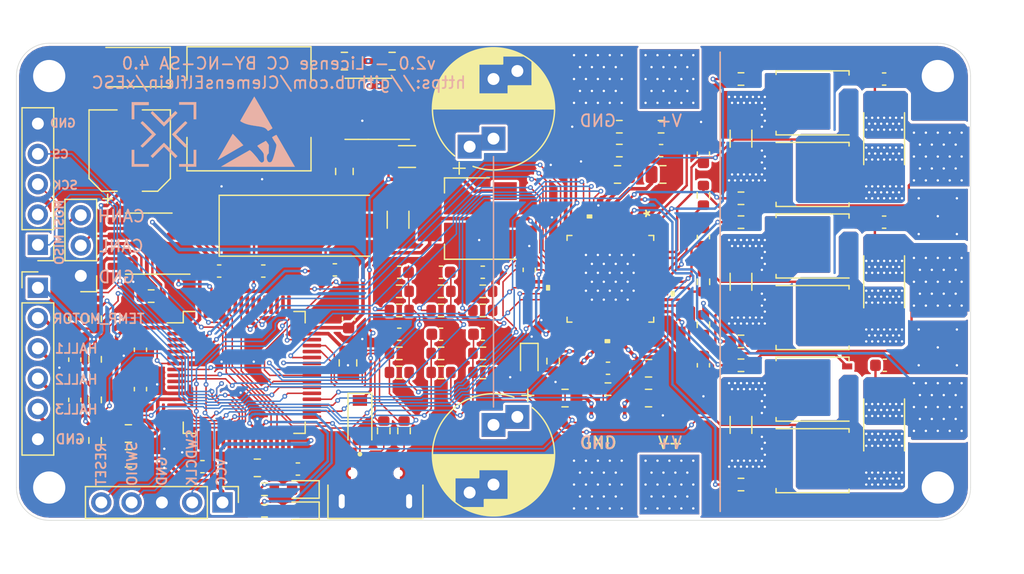
<source format=kicad_pcb>
(kicad_pcb (version 20171130) (host pcbnew "(5.1.10)-1")
  (layers (0 F.Cu signal) (1 GND signal) (2 VM signal) (31 B.Cu signal) (34 B.Paste user) (35 F.Paste user) (36 B.SilkS user) (37 F.SilkS user) (38 B.Mask user) (39 F.Mask user) (44 Edge.Cuts user))
  (net 0 "")
  (net 1 "Net-(Q1-Pad4)")
  (net 2 GND)
  (net 3 "Net-(Q2-Pad4)")
  (net 4 "Net-(Q3-Pad4)")
  (net 5 "Net-(Q4-Pad4)")
  (net 6 "Net-(Q5-Pad4)")
  (net 7 "Net-(Q6-Pad4)")
  (net 8 /Power/HSU)
  (net 9 /Power/LSU)
  (net 10 /Power/SENSE_U)
  (net 11 /Power/HSV)
  (net 12 /Power/LSV)
  (net 13 /Power/SENSE_V)
  (net 14 /Power/HSW)
  (net 15 /Power/LSW)
  (net 16 /Power/SENSE_W)
  (net 17 /Power/5VOUT)
  (net 18 "Net-(C5-Pad2)")
  (net 19 /Power/VOFS)
  (net 20 /Power/CU)
  (net 21 /Power/CV)
  (net 22 /Power/CW)
  (net 23 "Net-(C11-Pad2)")
  (net 24 "Net-(C11-Pad1)")
  (net 25 "Net-(C12-Pad1)")
  (net 26 "Net-(D1-Pad1)")
  (net 27 "Net-(C24-Pad1)")
  (net 28 "Net-(C25-Pad1)")
  (net 29 "Net-(C26-Pad1)")
  (net 30 "Net-(D2-Pad2)")
  (net 31 /VREG/VIN)
  (net 32 "Net-(C16-Pad1)")
  (net 33 +3V3)
  (net 34 +5V)
  (net 35 /PHASE_U_RAW)
  (net 36 /PHASE_V_RAW)
  (net 37 /PHASE_W_RAW)
  (net 38 /CUR_U)
  (net 39 /CUR_V)
  (net 40 /CUR_W)
  (net 41 /PHASE_U_FILTERED)
  (net 42 /PHASE_V_FILTERED)
  (net 43 /PHASE_W_FILTERED)
  (net 44 "Net-(C32-Pad1)")
  (net 45 "Net-(C33-Pad1)")
  (net 46 /MCU/Reset)
  (net 47 "Net-(C35-Pad2)")
  (net 48 "Net-(C36-Pad2)")
  (net 49 /CURU_5V)
  (net 50 /CURV_5V)
  (net 51 /CURW_5V)
  (net 52 /MCU/WL)
  (net 53 /MCU/WH)
  (net 54 /MCU/VL)
  (net 55 /MCU/VH)
  (net 56 /MCU/UL)
  (net 57 /MCU/UH)
  (net 58 /MCU/FAULT)
  (net 59 /MCU/DRV_ENABLE)
  (net 60 /MCU/DRV_MISO)
  (net 61 /MCU/DRV_MOSI)
  (net 62 /MCU/DRV_SCK)
  (net 63 /MCU/DRV_NCS)
  (net 64 /MCU/TX_MOSI_EXT)
  (net 65 /MCU/CAN_TX)
  (net 66 /MCU/CAN_RX)
  (net 67 /MCU/SWDCLK)
  (net 68 /MCU/SWDIO)
  (net 69 /MCU/RX_NCS_EXT)
  (net 70 /MCU/MISO_EXT)
  (net 71 /MCU/SCK_EXT)
  (net 72 /TEMP_MOTOR)
  (net 73 /HALL1)
  (net 74 /HALL2)
  (net 75 /HALL3)
  (net 76 "Net-(D3-Pad2)")
  (net 77 "Net-(J2-Pad3)")
  (net 78 "Net-(J2-Pad2)")
  (net 79 /USB_DM)
  (net 80 /USB_DP)
  (net 81 "Net-(J5-Pad3)")
  (net 82 "Net-(J5-Pad2)")
  (net 83 "Net-(D4-Pad2)")
  (net 84 "Net-(D5-Pad2)")
  (net 85 /LED_GREEN)
  (net 86 /LED_RED)
  (module Symbol:ESD-Logo_6.6x6mm_SilkScreen (layer B.Cu) (at 216.1 108.4 180)
    (fp_text reference REF** hide)
    (fp_text value ESD-Logo_6.6x6mm_SilkScreen hide)
  )
  (module x-tech-logo:x-tech-logo (layer B.Cu) (at 208.4 108.7)
    (fp_text reference G*** hide)
    (fp_text value LOGO hide)
  )
  (module Resistor_SMD:R_0603_1608Metric (layer F.Cu) (at 216.8 138.4)
    (fp_text reference R38 hide)
    (fp_text value 150R)
    (pad 2 smd roundrect (at 0.825 0) (size 0.8 0.95) (layers F.Cu F.Paste F.Mask) (net 84 "Net-(D5-Pad2)"))
    (pad 1 smd roundrect (at -0.825 0) (size 0.8 0.95) (layers F.Cu F.Paste F.Mask) (net 86 /LED_RED))
  )
  (module Resistor_SMD:R_0603_1608Metric (layer F.Cu) (at 216.8 140.2)
    (fp_text reference R37 hide)
    (fp_text value 150R)
    (pad 2 smd roundrect (at 0.825 0) (size 0.8 0.95) (layers F.Cu F.Paste F.Mask) (net 83 "Net-(D4-Pad2)"))
    (pad 1 smd roundrect (at -0.825 0) (size 0.8 0.95) (layers F.Cu F.Paste F.Mask) (net 85 /LED_GREEN))
  )
  (module LED_SMD:LED_0603_1608Metric (layer F.Cu) (at 219.9 138.41 180)
    (fp_text reference D5 hide)
    (fp_text value LED)
    (pad 2 smd roundrect (at 0.7875 0 180) (size 0.875 0.95) (layers F.Cu F.Paste F.Mask) (net 84 "Net-(D5-Pad2)"))
    (pad 1 smd roundrect (at -0.7875 0 180) (size 0.875 0.95) (layers F.Cu F.Paste F.Mask) (net 2 GND))
  )
  (module LED_SMD:LED_0603_1608Metric (layer F.Cu) (at 219.9 140.2 180)
    (fp_text reference D4 hide)
    (fp_text value LED)
    (pad 2 smd roundrect (at 0.7875 0 180) (size 0.875 0.95) (layers F.Cu F.Paste F.Mask) (net 83 "Net-(D4-Pad2)"))
    (pad 1 smd roundrect (at -0.7875 0 180) (size 0.875 0.95) (layers F.Cu F.Paste F.Mask) (net 2 GND))
  )
  (module Package_SO:SOIC-8_3.9x4.9mm_P1.27mm (layer F.Cu) (at 207.1 117.8 180)
    (fp_text reference U5 hide)
    (fp_text value SN65HVD232)
    (pad 8 smd roundrect (at 2.475 -1.905 180) (size 1.95 0.6) (layers F.Cu F.Paste F.Mask))
    (pad 7 smd roundrect (at 2.475 -0.635 180) (size 1.95 0.6) (layers F.Cu F.Paste F.Mask) (net 81 "Net-(J5-Pad3)"))
    (pad 6 smd roundrect (at 2.475 0.635 180) (size 1.95 0.6) (layers F.Cu F.Paste F.Mask) (net 82 "Net-(J5-Pad2)"))
    (pad 5 smd roundrect (at 2.475 1.905 180) (size 1.95 0.6) (layers F.Cu F.Paste F.Mask))
    (pad 4 smd roundrect (at -2.475 1.905 180) (size 1.95 0.6) (layers F.Cu F.Paste F.Mask) (net 66 /MCU/CAN_RX))
    (pad 3 smd roundrect (at -2.475 0.635 180) (size 1.95 0.6) (layers F.Cu F.Paste F.Mask) (net 33 +3V3))
    (pad 2 smd roundrect (at -2.475 -0.635 180) (size 1.95 0.6) (layers F.Cu F.Paste F.Mask) (net 2 GND))
    (pad 1 smd roundrect (at -2.475 -1.905 180) (size 1.95 0.6) (layers F.Cu F.Paste F.Mask) (net 65 /MCU/CAN_TX))
  )
  (module Resistor_SMD:R_0603_1608Metric (layer F.Cu) (at 207.3 122.2)
    (fp_text reference R36 hide)
    (fp_text value R)
    (pad 2 smd roundrect (at 0.825 0) (size 0.8 0.95) (layers F.Cu F.Paste F.Mask) (net 82 "Net-(J5-Pad2)"))
    (pad 1 smd roundrect (at -0.825 0) (size 0.8 0.95) (layers F.Cu F.Paste F.Mask) (net 81 "Net-(J5-Pad3)"))
  )
  (module Connector_PinHeader_2.54mm:PinHeader_1x03_P2.54mm_Vertical (layer F.Cu) (at 201.4 120.5 180)
    (fp_text reference J5 hide)
    (fp_text value Conn_01x03_Male)
    (pad 3 thru_hole oval (at 0 5.08 180) (size 1.7 1.7) (drill 1) (layers *.Cu *.Mask) (net 81 "Net-(J5-Pad3)"))
    (pad 2 thru_hole oval (at 0 2.54 180) (size 1.7 1.7) (drill 1) (layers *.Cu *.Mask) (net 82 "Net-(J5-Pad2)"))
    (pad 1 thru_hole rect (at 0 0 180) (size 1.7 1.7) (drill 1) (layers *.Cu *.Mask) (net 2 GND))
  )
  (module Connector_PinHeader_2.54mm:PinHeader_1x05_P2.54mm_Vertical (layer F.Cu) (at 197.8 117.9 180)
    (fp_text reference J4 hide)
    (fp_text value Conn_01x05_Male)
    (pad 5 thru_hole oval (at 0 10.16 180) (size 1.7 1.7) (drill 1) (layers *.Cu *.Mask) (net 2 GND))
    (pad 4 thru_hole oval (at 0 7.62 180) (size 1.7 1.7) (drill 1) (layers *.Cu *.Mask) (net 69 /MCU/RX_NCS_EXT))
    (pad 3 thru_hole oval (at 0 5.08 180) (size 1.7 1.7) (drill 1) (layers *.Cu *.Mask) (net 71 /MCU/SCK_EXT))
    (pad 2 thru_hole oval (at 0 2.54 180) (size 1.7 1.7) (drill 1) (layers *.Cu *.Mask) (net 64 /MCU/TX_MOSI_EXT))
    (pad 1 thru_hole rect (at 0 0 180) (size 1.7 1.7) (drill 1) (layers *.Cu *.Mask) (net 70 /MCU/MISO_EXT))
  )
  (module Resistor_SMD:R_0603_1608Metric (layer F.Cu) (at 202.6 134.3 270)
    (fp_text reference R35 hide)
    (fp_text value R)
    (pad 2 smd roundrect (at 0.825 0 270) (size 0.8 0.95) (layers F.Cu F.Paste F.Mask) (net 75 /HALL3))
    (pad 1 smd roundrect (at -0.825 0 270) (size 0.8 0.95) (layers F.Cu F.Paste F.Mask) (net 34 +5V))
  )
  (module Resistor_SMD:R_0603_1608Metric (layer F.Cu) (at 202.6 130.9 270)
    (fp_text reference R34 hide)
    (fp_text value R)
    (pad 2 smd roundrect (at 0.825 0 270) (size 0.8 0.95) (layers F.Cu F.Paste F.Mask) (net 74 /HALL2))
    (pad 1 smd roundrect (at -0.825 0 270) (size 0.8 0.95) (layers F.Cu F.Paste F.Mask) (net 34 +5V))
  )
  (module Resistor_SMD:R_0603_1608Metric (layer F.Cu) (at 202.6 127.5 270)
    (fp_text reference R33 hide)
    (fp_text value R)
    (pad 2 smd roundrect (at 0.825 0 270) (size 0.8 0.95) (layers F.Cu F.Paste F.Mask) (net 73 /HALL1))
    (pad 1 smd roundrect (at -0.825 0 270) (size 0.8 0.95) (layers F.Cu F.Paste F.Mask) (net 34 +5V))
  )
  (module Resistor_SMD:R_0603_1608Metric (layer F.Cu) (at 228.5 133.5 270)
    (fp_text reference R32 hide)
    (fp_text value 22R)
    (pad 2 smd roundrect (at 0.825 0 270) (size 0.8 0.95) (layers F.Cu F.Paste F.Mask) (net 77 "Net-(J2-Pad3)"))
    (pad 1 smd roundrect (at -0.825 0 270) (size 0.8 0.95) (layers F.Cu F.Paste F.Mask) (net 80 /USB_DP))
  )
  (module Resistor_SMD:R_0603_1608Metric (layer F.Cu) (at 226.8 133.5 270)
    (fp_text reference R31 hide)
    (fp_text value 22R)
    (pad 2 smd roundrect (at 0.825 0 270) (size 0.8 0.95) (layers F.Cu F.Paste F.Mask) (net 78 "Net-(J2-Pad2)"))
    (pad 1 smd roundrect (at -0.825 0 270) (size 0.8 0.95) (layers F.Cu F.Paste F.Mask) (net 79 /USB_DM))
  )
  (module Resistor_SMD:R_0603_1608Metric (layer F.Cu) (at 202.6 124.1 270)
    (fp_text reference R30 hide)
    (fp_text value R)
    (pad 2 smd roundrect (at 0.825 0 270) (size 0.8 0.95) (layers F.Cu F.Paste F.Mask) (net 72 /TEMP_MOTOR))
    (pad 1 smd roundrect (at -0.825 0 270) (size 0.8 0.95) (layers F.Cu F.Paste F.Mask) (net 33 +3V3))
  )
  (module Connector_PinHeader_2.54mm:PinHeader_1x05_P2.54mm_Vertical (layer F.Cu) (at 213.28 139.5 270)
    (fp_text reference J3 hide)
    (fp_text value Conn_01x05_Male)
    (pad 5 thru_hole oval (at 0 10.16 270) (size 1.7 1.7) (drill 1) (layers *.Cu *.Mask) (net 46 /MCU/Reset))
    (pad 4 thru_hole oval (at 0 7.62 270) (size 1.7 1.7) (drill 1) (layers *.Cu *.Mask) (net 68 /MCU/SWDIO))
    (pad 3 thru_hole oval (at 0 5.08 270) (size 1.7 1.7) (drill 1) (layers *.Cu *.Mask) (net 2 GND))
    (pad 2 thru_hole oval (at 0 2.54 270) (size 1.7 1.7) (drill 1) (layers *.Cu *.Mask) (net 67 /MCU/SWDCLK))
    (pad 1 thru_hole rect (at 0 0 270) (size 1.7 1.7) (drill 1) (layers *.Cu *.Mask) (net 33 +3V3))
  )
  (module USB:XKB_U254-051T-4BH83-F1S (layer F.Cu) (at 226.1 139.4)
    (fp_text reference J2 hide)
    (fp_text value U254-051T-4BH83-F1S)
    (pad None np_thru_hole circle (at 2 -2.35) (size 0.6 0.6) (drill 0.6) (layers *.Cu *.Mask))
    (pad None np_thru_hole circle (at -2 -2.35) (size 0.6 0.6) (drill 0.6) (layers *.Cu *.Mask))
    (pad S6 thru_hole oval (at 2.825 0) (size 0.85 1.7) (drill oval 0.5 1.2) (layers *.Cu *.Mask) (net 2 GND))
    (pad S5 thru_hole oval (at -2.825 0) (size 0.85 1.7) (drill oval 0.5 1.2) (layers *.Cu *.Mask) (net 2 GND))
    (pad S2 smd rect (at 3.1 -2.55) (size 2.1 1.6) (layers F.Cu F.Paste F.Mask) (net 2 GND))
    (pad S1 smd rect (at -3.1 -2.55) (size 2.1 1.6) (layers F.Cu F.Paste F.Mask) (net 2 GND))
    (pad S4 smd rect (at 1.2 0) (size 1.9 1.9) (layers F.Cu F.Paste F.Mask) (net 2 GND))
    (pad S3 smd rect (at -1.2 0) (size 1.9 1.9) (layers F.Cu F.Paste F.Mask) (net 2 GND))
    (pad 5 smd rect (at 1.3 -2.675) (size 0.4 1.35) (layers F.Cu F.Paste F.Mask) (net 2 GND))
    (pad 4 smd rect (at 0.65 -2.675) (size 0.4 1.35) (layers F.Cu F.Paste F.Mask))
    (pad 3 smd rect (at 0 -2.675) (size 0.4 1.35) (layers F.Cu F.Paste F.Mask) (net 77 "Net-(J2-Pad3)"))
    (pad 2 smd rect (at -0.65 -2.675) (size 0.4 1.35) (layers F.Cu F.Paste F.Mask) (net 78 "Net-(J2-Pad2)"))
    (pad 1 smd rect (at -1.3 -2.675) (size 0.4 1.35) (layers F.Cu F.Paste F.Mask) (net 76 "Net-(D3-Pad2)"))
  )
  (module Connector_PinHeader_2.54mm:PinHeader_1x06_P2.54mm_Vertical (layer F.Cu) (at 197.8 121.5)
    (fp_text reference J1 hide)
    (fp_text value Conn_01x06_Male)
    (pad 6 thru_hole oval (at 0 12.7) (size 1.7 1.7) (drill 1) (layers *.Cu *.Mask) (net 2 GND))
    (pad 5 thru_hole oval (at 0 10.16) (size 1.7 1.7) (drill 1) (layers *.Cu *.Mask) (net 75 /HALL3))
    (pad 4 thru_hole oval (at 0 7.62) (size 1.7 1.7) (drill 1) (layers *.Cu *.Mask) (net 74 /HALL2))
    (pad 3 thru_hole oval (at 0 5.08) (size 1.7 1.7) (drill 1) (layers *.Cu *.Mask) (net 73 /HALL1))
    (pad 2 thru_hole oval (at 0 2.54) (size 1.7 1.7) (drill 1) (layers *.Cu *.Mask) (net 72 /TEMP_MOTOR))
    (pad 1 thru_hole rect (at 0 0) (size 1.7 1.7) (drill 1) (layers *.Cu *.Mask) (net 34 +5V))
  )
  (module Diode_SMD:D_SOD-123 (layer F.Cu) (at 224.8 132.6 270)
    (fp_text reference D3 hide)
    (fp_text value D_Schottky)
    (pad 2 smd rect (at 1.65 0 270) (size 0.9 1.2) (layers F.Cu F.Paste F.Mask) (net 76 "Net-(D3-Pad2)"))
    (pad 1 smd rect (at -1.65 0 270) (size 0.9 1.2) (layers F.Cu F.Paste F.Mask) (net 34 +5V))
  )
  (module Capacitor_SMD:C_0603_1608Metric (layer F.Cu) (at 200.9 134.3 90)
    (fp_text reference C47 hide)
    (fp_text value DNP)
    (pad 2 smd roundrect (at 0.775 0 90) (size 0.9 0.95) (layers F.Cu F.Paste F.Mask) (net 2 GND))
    (pad 1 smd roundrect (at -0.775 0 90) (size 0.9 0.95) (layers F.Cu F.Paste F.Mask) (net 75 /HALL3))
  )
  (module Capacitor_SMD:C_0603_1608Metric (layer F.Cu) (at 200.9 130.9 90)
    (fp_text reference C46 hide)
    (fp_text value DNP)
    (pad 2 smd roundrect (at 0.775 0 90) (size 0.9 0.95) (layers F.Cu F.Paste F.Mask) (net 2 GND))
    (pad 1 smd roundrect (at -0.775 0 90) (size 0.9 0.95) (layers F.Cu F.Paste F.Mask) (net 74 /HALL2))
  )
  (module Capacitor_SMD:C_0603_1608Metric (layer F.Cu) (at 200.9 127.53 90)
    (fp_text reference C45 hide)
    (fp_text value DNP)
    (pad 2 smd roundrect (at 0.775 0 90) (size 0.9 0.95) (layers F.Cu F.Paste F.Mask) (net 2 GND))
    (pad 1 smd roundrect (at -0.775 0 90) (size 0.9 0.95) (layers F.Cu F.Paste F.Mask) (net 73 /HALL1))
  )
  (module Capacitor_SMD:C_0603_1608Metric (layer F.Cu) (at 200.9 124.1 90)
    (fp_text reference C44 hide)
    (fp_text value 100nF/50V)
    (pad 2 smd roundrect (at 0.775 0 90) (size 0.9 0.95) (layers F.Cu F.Paste F.Mask) (net 2 GND))
    (pad 1 smd roundrect (at -0.775 0 90) (size 0.9 0.95) (layers F.Cu F.Paste F.Mask) (net 72 /TEMP_MOTOR))
  )
  (module Resistor_SMD:R_0603_1608Metric (layer F.Cu) (at 245.6 130)
    (fp_text reference R29 hide)
    (fp_text value 10k)
    (pad 2 smd roundrect (at 0.825 0) (size 0.8 0.95) (layers F.Cu F.Paste F.Mask) (net 2 GND))
    (pad 1 smd roundrect (at -0.825 0) (size 0.8 0.95) (layers F.Cu F.Paste F.Mask) (net 59 /MCU/DRV_ENABLE))
  )
  (module Resistor_SMD:R_0603_1608Metric (layer F.Cu) (at 235.1 127)
    (fp_text reference R28 hide)
    (fp_text value R)
    (pad 2 smd roundrect (at 0.825 0) (size 0.8 0.95) (layers F.Cu F.Paste F.Mask) (net 2 GND))
    (pad 1 smd roundrect (at -0.825 0) (size 0.8 0.95) (layers F.Cu F.Paste F.Mask) (net 43 /PHASE_W_FILTERED))
  )
  (module Resistor_SMD:R_0603_1608Metric (layer F.Cu) (at 235.1 128.6 180)
    (fp_text reference R27 hide)
    (fp_text value R)
    (pad 2 smd roundrect (at 0.825 0 180) (size 0.8 0.95) (layers F.Cu F.Paste F.Mask) (net 43 /PHASE_W_FILTERED))
    (pad 1 smd roundrect (at -0.825 0 180) (size 0.8 0.95) (layers F.Cu F.Paste F.Mask) (net 37 /PHASE_W_RAW))
  )
  (module Resistor_SMD:R_0603_1608Metric (layer F.Cu) (at 231.6 127)
    (fp_text reference R26 hide)
    (fp_text value R)
    (pad 2 smd roundrect (at 0.825 0) (size 0.8 0.95) (layers F.Cu F.Paste F.Mask) (net 2 GND))
    (pad 1 smd roundrect (at -0.825 0) (size 0.8 0.95) (layers F.Cu F.Paste F.Mask) (net 42 /PHASE_V_FILTERED))
  )
  (module Resistor_SMD:R_0603_1608Metric (layer F.Cu) (at 231.6 128.6 180)
    (fp_text reference R25 hide)
    (fp_text value R)
    (pad 2 smd roundrect (at 0.825 0 180) (size 0.8 0.95) (layers F.Cu F.Paste F.Mask) (net 42 /PHASE_V_FILTERED))
    (pad 1 smd roundrect (at -0.825 0 180) (size 0.8 0.95) (layers F.Cu F.Paste F.Mask) (net 36 /PHASE_V_RAW))
  )
  (module Resistor_SMD:R_0603_1608Metric (layer F.Cu) (at 228.1 127)
    (fp_text reference R24 hide)
    (fp_text value R)
    (pad 2 smd roundrect (at 0.825 0) (size 0.8 0.95) (layers F.Cu F.Paste F.Mask) (net 2 GND))
    (pad 1 smd roundrect (at -0.825 0) (size 0.8 0.95) (layers F.Cu F.Paste F.Mask) (net 41 /PHASE_U_FILTERED))
  )
  (module Resistor_SMD:R_0603_1608Metric (layer F.Cu) (at 228.1 128.6 180)
    (fp_text reference R23 hide)
    (fp_text value R)
    (pad 2 smd roundrect (at 0.825 0 180) (size 0.8 0.95) (layers F.Cu F.Paste F.Mask) (net 41 /PHASE_U_FILTERED))
    (pad 1 smd roundrect (at -0.825 0 180) (size 0.8 0.95) (layers F.Cu F.Paste F.Mask) (net 35 /PHASE_U_RAW))
  )
  (module Resistor_SMD:R_0603_1608Metric (layer F.Cu) (at 228.1 121.8 180)
    (fp_text reference R22 hide)
    (fp_text value R)
    (pad 2 smd roundrect (at 0.825 0 180) (size 0.8 0.95) (layers F.Cu F.Paste F.Mask) (net 2 GND))
    (pad 1 smd roundrect (at -0.825 0 180) (size 0.8 0.95) (layers F.Cu F.Paste F.Mask) (net 40 /CUR_W))
  )
  (module Resistor_SMD:R_0603_1608Metric (layer F.Cu) (at 228.1 123.4)
    (fp_text reference R21 hide)
    (fp_text value R)
    (pad 2 smd roundrect (at 0.825 0) (size 0.8 0.95) (layers F.Cu F.Paste F.Mask) (net 40 /CUR_W))
    (pad 1 smd roundrect (at -0.825 0) (size 0.8 0.95) (layers F.Cu F.Paste F.Mask) (net 51 /CURW_5V))
  )
  (module Resistor_SMD:R_0603_1608Metric (layer F.Cu) (at 231.6 121.8 180)
    (fp_text reference R20 hide)
    (fp_text value R)
    (pad 2 smd roundrect (at 0.825 0 180) (size 0.8 0.95) (layers F.Cu F.Paste F.Mask) (net 2 GND))
    (pad 1 smd roundrect (at -0.825 0 180) (size 0.8 0.95) (layers F.Cu F.Paste F.Mask) (net 39 /CUR_V))
  )
  (module Resistor_SMD:R_0603_1608Metric (layer F.Cu) (at 231.6 123.4)
    (fp_text reference R19 hide)
    (fp_text value R)
    (pad 2 smd roundrect (at 0.825 0) (size 0.8 0.95) (layers F.Cu F.Paste F.Mask) (net 39 /CUR_V))
    (pad 1 smd roundrect (at -0.825 0) (size 0.8 0.95) (layers F.Cu F.Paste F.Mask) (net 50 /CURV_5V))
  )
  (module Resistor_SMD:R_0603_1608Metric (layer F.Cu) (at 235.1 121.8 180)
    (fp_text reference R18 hide)
    (fp_text value R)
    (pad 2 smd roundrect (at 0.825 0 180) (size 0.8 0.95) (layers F.Cu F.Paste F.Mask) (net 2 GND))
    (pad 1 smd roundrect (at -0.825 0 180) (size 0.8 0.95) (layers F.Cu F.Paste F.Mask) (net 38 /CUR_U))
  )
  (module Resistor_SMD:R_0603_1608Metric (layer F.Cu) (at 235.1 123.4)
    (fp_text reference R17 hide)
    (fp_text value R)
    (pad 2 smd roundrect (at 0.825 0) (size 0.8 0.95) (layers F.Cu F.Paste F.Mask) (net 38 /CUR_U))
    (pad 1 smd roundrect (at -0.825 0) (size 0.8 0.95) (layers F.Cu F.Paste F.Mask) (net 49 /CURU_5V))
  )
  (module Capacitor_SMD:C_0603_1608Metric (layer F.Cu) (at 211.6 136.5 180)
    (fp_text reference C43 hide)
    (fp_text value 100nF/50V)
    (pad 2 smd roundrect (at 0.775 0 180) (size 0.9 0.95) (layers F.Cu F.Paste F.Mask) (net 2 GND))
    (pad 1 smd roundrect (at -0.775 0 180) (size 0.9 0.95) (layers F.Cu F.Paste F.Mask) (net 33 +3V3))
  )
  (module Capacitor_SMD:C_0603_1608Metric (layer F.Cu) (at 219.6 136.7)
    (fp_text reference C42 hide)
    (fp_text value 100nF/50V)
    (pad 2 smd roundrect (at 0.775 0) (size 0.9 0.95) (layers F.Cu F.Paste F.Mask) (net 2 GND))
    (pad 1 smd roundrect (at -0.775 0) (size 0.9 0.95) (layers F.Cu F.Paste F.Mask) (net 33 +3V3))
  )
  (module Capacitor_SMD:C_0603_1608Metric (layer F.Cu) (at 213 120.1)
    (fp_text reference C41 hide)
    (fp_text value 100nF/50V)
    (pad 2 smd roundrect (at 0.775 0) (size 0.9 0.95) (layers F.Cu F.Paste F.Mask) (net 2 GND))
    (pad 1 smd roundrect (at -0.775 0) (size 0.9 0.95) (layers F.Cu F.Paste F.Mask) (net 33 +3V3))
  )
  (module Capacitor_SMD:C_0603_1608Metric (layer F.Cu) (at 223.85 124.1 90)
    (fp_text reference C40 hide)
    (fp_text value 100nF/50V)
    (pad 2 smd roundrect (at 0.775 0 90) (size 0.9 0.95) (layers F.Cu F.Paste F.Mask) (net 2 GND))
    (pad 1 smd roundrect (at -0.775 0 90) (size 0.9 0.95) (layers F.Cu F.Paste F.Mask) (net 33 +3V3))
  )
  (module Capacitor_SMD:C_0805_2012Metric (layer F.Cu) (at 205.39 133.72)
    (fp_text reference C39 hide)
    (fp_text value 2.2uF/50V)
    (pad 2 smd roundrect (at 0.95 0) (size 1 1.45) (layers F.Cu F.Paste F.Mask) (net 33 +3V3))
    (pad 1 smd roundrect (at -0.95 0) (size 1 1.45) (layers F.Cu F.Paste F.Mask) (net 2 GND))
  )
  (module Capacitor_SMD:C_0805_2012Metric (layer F.Cu) (at 205.39 135.8)
    (fp_text reference C38 hide)
    (fp_text value 2.2uF/50V)
    (pad 2 smd roundrect (at 0.95 0) (size 1 1.45) (layers F.Cu F.Paste F.Mask) (net 33 +3V3))
    (pad 1 smd roundrect (at -0.95 0) (size 1 1.45) (layers F.Cu F.Paste F.Mask) (net 2 GND))
  )
  (module Capacitor_SMD:C_0603_1608Metric (layer F.Cu) (at 206.4 130 90)
    (fp_text reference C37 hide)
    (fp_text value 100nF/50V)
    (pad 2 smd roundrect (at 0.775 0 90) (size 0.9 0.95) (layers F.Cu F.Paste F.Mask) (net 2 GND))
    (pad 1 smd roundrect (at -0.775 0 90) (size 0.9 0.95) (layers F.Cu F.Paste F.Mask) (net 33 +3V3))
  )
  (module Capacitor_SMD:C_0805_2012Metric (layer F.Cu) (at 223.8 127.8 90)
    (fp_text reference C36 hide)
    (fp_text value 2.2uF/50V)
    (pad 2 smd roundrect (at 0.95 0 90) (size 1 1.45) (layers F.Cu F.Paste F.Mask) (net 48 "Net-(C36-Pad2)"))
    (pad 1 smd roundrect (at -0.95 0 90) (size 1 1.45) (layers F.Cu F.Paste F.Mask) (net 2 GND))
  )
  (module Capacitor_SMD:C_0805_2012Metric (layer F.Cu) (at 216.2 136.6)
    (fp_text reference C35 hide)
    (fp_text value 2.2uF/50V)
    (pad 2 smd roundrect (at 0.95 0) (size 1 1.45) (layers F.Cu F.Paste F.Mask) (net 47 "Net-(C35-Pad2)"))
    (pad 1 smd roundrect (at -0.95 0) (size 1 1.45) (layers F.Cu F.Paste F.Mask) (net 2 GND))
  )
  (module Capacitor_SMD:C_0603_1608Metric (layer F.Cu) (at 206.4 126.7 90)
    (fp_text reference C34 hide)
    (fp_text value 100nF/50V)
    (pad 2 smd roundrect (at 0.775 0 90) (size 0.9 0.95) (layers F.Cu F.Paste F.Mask) (net 46 /MCU/Reset))
    (pad 1 smd roundrect (at -0.775 0 90) (size 0.9 0.95) (layers F.Cu F.Paste F.Mask) (net 2 GND))
  )
  (module Capacitor_SMD:C_0603_1608Metric (layer F.Cu) (at 222.7 120)
    (fp_text reference C33 hide)
    (fp_text value 15pF)
    (pad 2 smd roundrect (at 0.775 0) (size 0.9 0.95) (layers F.Cu F.Paste F.Mask) (net 2 GND))
    (pad 1 smd roundrect (at -0.775 0) (size 0.9 0.95) (layers F.Cu F.Paste F.Mask) (net 45 "Net-(C33-Pad1)"))
  )
  (module Capacitor_SMD:C_0603_1608Metric (layer F.Cu) (at 216.7 120.1)
    (fp_text reference C32 hide)
    (fp_text value 15pF)
    (pad 2 smd roundrect (at 0.775 0) (size 0.9 0.95) (layers F.Cu F.Paste F.Mask) (net 2 GND))
    (pad 1 smd roundrect (at -0.775 0) (size 0.9 0.95) (layers F.Cu F.Paste F.Mask) (net 44 "Net-(C32-Pad1)"))
  )
  (module Capacitor_SMD:C_0603_1608Metric (layer F.Cu) (at 235.1 125.4)
    (fp_text reference C31 hide)
    (fp_text value DNP)
    (pad 2 smd roundrect (at 0.775 0) (size 0.9 0.95) (layers F.Cu F.Paste F.Mask) (net 2 GND))
    (pad 1 smd roundrect (at -0.775 0) (size 0.9 0.95) (layers F.Cu F.Paste F.Mask) (net 43 /PHASE_W_FILTERED))
  )
  (module Capacitor_SMD:C_0603_1608Metric (layer F.Cu) (at 231.6 125.4)
    (fp_text reference C30 hide)
    (fp_text value DNP)
    (pad 2 smd roundrect (at 0.775 0) (size 0.9 0.95) (layers F.Cu F.Paste F.Mask) (net 2 GND))
    (pad 1 smd roundrect (at -0.775 0) (size 0.9 0.95) (layers F.Cu F.Paste F.Mask) (net 42 /PHASE_V_FILTERED))
  )
  (module Capacitor_SMD:C_0603_1608Metric (layer F.Cu) (at 228.1 125.4)
    (fp_text reference C29 hide)
    (fp_text value DNP)
    (pad 2 smd roundrect (at 0.775 0) (size 0.9 0.95) (layers F.Cu F.Paste F.Mask) (net 2 GND))
    (pad 1 smd roundrect (at -0.775 0) (size 0.9 0.95) (layers F.Cu F.Paste F.Mask) (net 41 /PHASE_U_FILTERED))
  )
  (module Capacitor_SMD:C_0603_1608Metric (layer F.Cu) (at 228.1 120.2 180)
    (fp_text reference C28 hide)
    (fp_text value DNP)
    (pad 2 smd roundrect (at 0.775 0 180) (size 0.9 0.95) (layers F.Cu F.Paste F.Mask) (net 2 GND))
    (pad 1 smd roundrect (at -0.775 0 180) (size 0.9 0.95) (layers F.Cu F.Paste F.Mask) (net 40 /CUR_W))
  )
  (module Capacitor_SMD:C_0603_1608Metric (layer F.Cu) (at 231.6 120.2 180)
    (fp_text reference C27 hide)
    (fp_text value DNP)
    (pad 2 smd roundrect (at 0.775 0 180) (size 0.9 0.95) (layers F.Cu F.Paste F.Mask) (net 2 GND))
    (pad 1 smd roundrect (at -0.775 0 180) (size 0.9 0.95) (layers F.Cu F.Paste F.Mask) (net 39 /CUR_V))
  )
  (module Capacitor_SMD:C_0603_1608Metric (layer F.Cu) (at 235.1 120.2 180)
    (fp_text reference C15 hide)
    (fp_text value DNP)
    (pad 2 smd roundrect (at 0.775 0 180) (size 0.9 0.95) (layers F.Cu F.Paste F.Mask) (net 2 GND))
    (pad 1 smd roundrect (at -0.775 0 180) (size 0.9 0.95) (layers F.Cu F.Paste F.Mask) (net 38 /CUR_U))
  )
  (module Crystal:Crystal_SMD_HC49-SD (layer F.Cu) (at 219.7 116.3)
    (fp_text reference Y1 hide)
    (fp_text value Crystal)
    (pad 2 smd rect (at 4.25 0) (size 4.5 2) (layers F.Cu F.Paste F.Mask) (net 45 "Net-(C33-Pad1)"))
    (pad 1 smd rect (at -4.25 0) (size 4.5 2) (layers F.Cu F.Paste F.Mask) (net 44 "Net-(C32-Pad1)"))
  )
  (module Package_QFP:LQFP-64_10x10mm_P0.5mm (layer F.Cu) (at 215.1 128.6)
    (fp_text reference U4 hide)
    (fp_text value STM32F405RGTx)
    (pad 64 smd roundrect (at -3.75 -5.675) (size 0.3 1.55) (layers F.Cu F.Paste F.Mask) (net 33 +3V3))
    (pad 63 smd roundrect (at -3.25 -5.675) (size 0.3 1.55) (layers F.Cu F.Paste F.Mask) (net 2 GND))
    (pad 62 smd roundrect (at -2.75 -5.675) (size 0.3 1.55) (layers F.Cu F.Paste F.Mask) (net 65 /MCU/CAN_TX))
    (pad 61 smd roundrect (at -2.25 -5.675) (size 0.3 1.55) (layers F.Cu F.Paste F.Mask) (net 66 /MCU/CAN_RX))
    (pad 60 smd roundrect (at -1.75 -5.675) (size 0.3 1.55) (layers F.Cu F.Paste F.Mask) (net 2 GND))
    (pad 59 smd roundrect (at -1.25 -5.675) (size 0.3 1.55) (layers F.Cu F.Paste F.Mask) (net 58 /MCU/FAULT))
    (pad 58 smd roundrect (at -0.75 -5.675) (size 0.3 1.55) (layers F.Cu F.Paste F.Mask))
    (pad 57 smd roundrect (at -0.25 -5.675) (size 0.3 1.55) (layers F.Cu F.Paste F.Mask) (net 59 /MCU/DRV_ENABLE))
    (pad 56 smd roundrect (at 0.25 -5.675) (size 0.3 1.55) (layers F.Cu F.Paste F.Mask) (net 61 /MCU/DRV_MOSI))
    (pad 55 smd roundrect (at 0.75 -5.675) (size 0.3 1.55) (layers F.Cu F.Paste F.Mask) (net 60 /MCU/DRV_MISO))
    (pad 54 smd roundrect (at 1.25 -5.675) (size 0.3 1.55) (layers F.Cu F.Paste F.Mask))
    (pad 53 smd roundrect (at 1.75 -5.675) (size 0.3 1.55) (layers F.Cu F.Paste F.Mask))
    (pad 52 smd roundrect (at 2.25 -5.675) (size 0.3 1.55) (layers F.Cu F.Paste F.Mask))
    (pad 51 smd roundrect (at 2.75 -5.675) (size 0.3 1.55) (layers F.Cu F.Paste F.Mask) (net 62 /MCU/DRV_SCK))
    (pad 50 smd roundrect (at 3.25 -5.675) (size 0.3 1.55) (layers F.Cu F.Paste F.Mask))
    (pad 49 smd roundrect (at 3.75 -5.675) (size 0.3 1.55) (layers F.Cu F.Paste F.Mask) (net 67 /MCU/SWDCLK))
    (pad 48 smd roundrect (at 5.675 -3.75) (size 1.55 0.3) (layers F.Cu F.Paste F.Mask) (net 33 +3V3))
    (pad 47 smd roundrect (at 5.675 -3.25) (size 1.55 0.3) (layers F.Cu F.Paste F.Mask) (net 48 "Net-(C36-Pad2)"))
    (pad 46 smd roundrect (at 5.675 -2.75) (size 1.55 0.3) (layers F.Cu F.Paste F.Mask) (net 68 /MCU/SWDIO))
    (pad 45 smd roundrect (at 5.675 -2.25) (size 1.55 0.3) (layers F.Cu F.Paste F.Mask) (net 80 /USB_DP))
    (pad 44 smd roundrect (at 5.675 -1.75) (size 1.55 0.3) (layers F.Cu F.Paste F.Mask) (net 79 /USB_DM))
    (pad 43 smd roundrect (at 5.675 -1.25) (size 1.55 0.3) (layers F.Cu F.Paste F.Mask) (net 57 /MCU/UH))
    (pad 42 smd roundrect (at 5.675 -0.75) (size 1.55 0.3) (layers F.Cu F.Paste F.Mask) (net 55 /MCU/VH))
    (pad 41 smd roundrect (at 5.675 -0.25) (size 1.55 0.3) (layers F.Cu F.Paste F.Mask) (net 53 /MCU/WH))
    (pad 40 smd roundrect (at 5.675 0.25) (size 1.55 0.3) (layers F.Cu F.Paste F.Mask) (net 63 /MCU/DRV_NCS))
    (pad 39 smd roundrect (at 5.675 0.75) (size 1.55 0.3) (layers F.Cu F.Paste F.Mask) (net 73 /HALL1))
    (pad 38 smd roundrect (at 5.675 1.25) (size 1.55 0.3) (layers F.Cu F.Paste F.Mask) (net 74 /HALL2))
    (pad 37 smd roundrect (at 5.675 1.75) (size 1.55 0.3) (layers F.Cu F.Paste F.Mask) (net 75 /HALL3))
    (pad 36 smd roundrect (at 5.675 2.25) (size 1.55 0.3) (layers F.Cu F.Paste F.Mask) (net 56 /MCU/UL))
    (pad 35 smd roundrect (at 5.675 2.75) (size 1.55 0.3) (layers F.Cu F.Paste F.Mask) (net 54 /MCU/VL))
    (pad 34 smd roundrect (at 5.675 3.25) (size 1.55 0.3) (layers F.Cu F.Paste F.Mask) (net 52 /MCU/WL))
    (pad 33 smd roundrect (at 5.675 3.75) (size 1.55 0.3) (layers F.Cu F.Paste F.Mask))
    (pad 32 smd roundrect (at 3.75 5.675) (size 0.3 1.55) (layers F.Cu F.Paste F.Mask) (net 33 +3V3))
    (pad 31 smd roundrect (at 3.25 5.675) (size 0.3 1.55) (layers F.Cu F.Paste F.Mask) (net 47 "Net-(C35-Pad2)"))
    (pad 30 smd roundrect (at 2.75 5.675) (size 0.3 1.55) (layers F.Cu F.Paste F.Mask) (net 69 /MCU/RX_NCS_EXT))
    (pad 29 smd roundrect (at 2.25 5.675) (size 0.3 1.55) (layers F.Cu F.Paste F.Mask) (net 64 /MCU/TX_MOSI_EXT))
    (pad 28 smd roundrect (at 1.75 5.675) (size 0.3 1.55) (layers F.Cu F.Paste F.Mask))
    (pad 27 smd roundrect (at 1.25 5.675) (size 0.3 1.55) (layers F.Cu F.Paste F.Mask) (net 86 /LED_RED))
    (pad 26 smd roundrect (at 0.75 5.675) (size 0.3 1.55) (layers F.Cu F.Paste F.Mask) (net 85 /LED_GREEN))
    (pad 25 smd roundrect (at 0.25 5.675) (size 0.3 1.55) (layers F.Cu F.Paste F.Mask))
    (pad 24 smd roundrect (at -0.25 5.675) (size 0.3 1.55) (layers F.Cu F.Paste F.Mask) (net 72 /TEMP_MOTOR))
    (pad 23 smd roundrect (at -0.75 5.675) (size 0.3 1.55) (layers F.Cu F.Paste F.Mask) (net 64 /MCU/TX_MOSI_EXT))
    (pad 22 smd roundrect (at -1.25 5.675) (size 0.3 1.55) (layers F.Cu F.Paste F.Mask) (net 70 /MCU/MISO_EXT))
    (pad 21 smd roundrect (at -1.75 5.675) (size 0.3 1.55) (layers F.Cu F.Paste F.Mask) (net 71 /MCU/SCK_EXT))
    (pad 20 smd roundrect (at -2.25 5.675) (size 0.3 1.55) (layers F.Cu F.Paste F.Mask))
    (pad 19 smd roundrect (at -2.75 5.675) (size 0.3 1.55) (layers F.Cu F.Paste F.Mask) (net 33 +3V3))
    (pad 18 smd roundrect (at -3.25 5.675) (size 0.3 1.55) (layers F.Cu F.Paste F.Mask) (net 2 GND))
    (pad 17 smd roundrect (at -3.75 5.675) (size 0.3 1.55) (layers F.Cu F.Paste F.Mask))
    (pad 16 smd roundrect (at -5.675 3.75) (size 1.55 0.3) (layers F.Cu F.Paste F.Mask) (net 41 /PHASE_U_FILTERED))
    (pad 15 smd roundrect (at -5.675 3.25) (size 1.55 0.3) (layers F.Cu F.Paste F.Mask) (net 42 /PHASE_V_FILTERED))
    (pad 14 smd roundrect (at -5.675 2.75) (size 1.55 0.3) (layers F.Cu F.Paste F.Mask) (net 43 /PHASE_W_FILTERED))
    (pad 13 smd roundrect (at -5.675 2.25) (size 1.55 0.3) (layers F.Cu F.Paste F.Mask) (net 33 +3V3))
    (pad 12 smd roundrect (at -5.675 1.75) (size 1.55 0.3) (layers F.Cu F.Paste F.Mask) (net 2 GND))
    (pad 11 smd roundrect (at -5.675 1.25) (size 1.55 0.3) (layers F.Cu F.Paste F.Mask))
    (pad 10 smd roundrect (at -5.675 0.75) (size 1.55 0.3) (layers F.Cu F.Paste F.Mask) (net 38 /CUR_U))
    (pad 9 smd roundrect (at -5.675 0.25) (size 1.55 0.3) (layers F.Cu F.Paste F.Mask) (net 39 /CUR_V))
    (pad 8 smd roundrect (at -5.675 -0.25) (size 1.55 0.3) (layers F.Cu F.Paste F.Mask) (net 40 /CUR_W))
    (pad 7 smd roundrect (at -5.675 -0.75) (size 1.55 0.3) (layers F.Cu F.Paste F.Mask) (net 46 /MCU/Reset))
    (pad 6 smd roundrect (at -5.675 -1.25) (size 1.55 0.3) (layers F.Cu F.Paste F.Mask) (net 45 "Net-(C33-Pad1)"))
    (pad 5 smd roundrect (at -5.675 -1.75) (size 1.55 0.3) (layers F.Cu F.Paste F.Mask) (net 44 "Net-(C32-Pad1)"))
    (pad 4 smd roundrect (at -5.675 -2.25) (size 1.55 0.3) (layers F.Cu F.Paste F.Mask))
    (pad 3 smd roundrect (at -5.675 -2.75) (size 1.55 0.3) (layers F.Cu F.Paste F.Mask))
    (pad 2 smd roundrect (at -5.675 -3.25) (size 1.55 0.3) (layers F.Cu F.Paste F.Mask))
    (pad 1 smd roundrect (at -5.675 -3.75) (size 1.55 0.3) (layers F.Cu F.Paste F.Mask) (net 33 +3V3))
  )
  (module xESC2:SolderPadHighCurrent (layer F.Cu) (at 244.75 138 180)
    (fp_text reference TP7 hide)
    (fp_text value TestPoint)
    (pad 1 smd rect (at 0 0 180) (size 5 5) (layers B.Cu B.Mask) (net 2 GND))
    (pad 1 smd rect (at 0 0 180) (size 5 5) (layers F.Cu F.Mask) (net 2 GND))
  )
  (module xESC2:SolderPadHighCurrent (layer F.Cu) (at 244.75 104)
    (fp_text reference TP6 hide)
    (fp_text value TestPoint)
    (pad 1 smd rect (at 0 0) (size 5 5) (layers B.Cu B.Mask) (net 2 GND))
    (pad 1 smd rect (at 0 0) (size 5 5) (layers F.Cu F.Mask) (net 2 GND))
  )
  (module xESC2:SolderPadHighCurrent (layer F.Cu) (at 250.75 138 180)
    (fp_text reference TP5 hide)
    (fp_text value TestPoint)
    (pad 1 smd rect (at 0 0 180) (size 5 5) (layers B.Cu B.Mask) (net 31 /VREG/VIN))
    (pad 1 smd rect (at 0 0 180) (size 5 5) (layers F.Cu F.Mask) (net 31 /VREG/VIN))
  )
  (module xESC2:SolderPadHighCurrent (layer F.Cu) (at 250.75 104)
    (fp_text reference TP4 hide)
    (fp_text value TestPoint)
    (pad 1 smd rect (at 0 0) (size 5 5) (layers B.Cu B.Mask) (net 31 /VREG/VIN))
    (pad 1 smd rect (at 0 0) (size 5 5) (layers F.Cu F.Mask) (net 31 /VREG/VIN))
  )
  (module Package_TO_SOT_SMD:SOT-223-3_TabPin2 (layer F.Cu) (at 233.8 115.7 180)
    (fp_text reference U3 hide)
    (fp_text value AMS1117-3.3)
    (pad 1 smd rect (at -3.15 -2.3 180) (size 2 1.5) (layers F.Cu F.Paste F.Mask) (net 2 GND))
    (pad 3 smd rect (at -3.15 2.3 180) (size 2 1.5) (layers F.Cu F.Paste F.Mask) (net 34 +5V))
    (pad 2 smd rect (at -3.15 0 180) (size 2 1.5) (layers F.Cu F.Paste F.Mask) (net 33 +3V3))
    (pad 2 smd rect (at 3.15 0 180) (size 2 3.8) (layers F.Cu F.Paste F.Mask) (net 33 +3V3))
  )
  (module Package_SO:SOP-8_3.9x4.9mm_P1.27mm (layer F.Cu) (at 225.5 106.5 180)
    (fp_text reference U2 hide)
    (fp_text value XL2001)
    (pad 8 smd roundrect (at 2.625 -1.905 180) (size 1.65 0.6) (layers F.Cu F.Paste F.Mask) (net 2 GND))
    (pad 7 smd roundrect (at 2.625 -0.635 180) (size 1.65 0.6) (layers F.Cu F.Paste F.Mask) (net 2 GND))
    (pad 6 smd roundrect (at 2.625 0.635 180) (size 1.65 0.6) (layers F.Cu F.Paste F.Mask) (net 26 "Net-(D1-Pad1)"))
    (pad 5 smd roundrect (at 2.625 1.905 180) (size 1.65 0.6) (layers F.Cu F.Paste F.Mask) (net 26 "Net-(D1-Pad1)"))
    (pad 4 smd roundrect (at -2.625 1.905 180) (size 1.65 0.6) (layers F.Cu F.Paste F.Mask) (net 31 /VREG/VIN))
    (pad 3 smd roundrect (at -2.625 0.635 180) (size 1.65 0.6) (layers F.Cu F.Paste F.Mask) (net 32 "Net-(C16-Pad1)"))
    (pad 2 smd roundrect (at -2.625 -0.635 180) (size 1.65 0.6) (layers F.Cu F.Paste F.Mask))
    (pad 1 smd roundrect (at -2.625 -1.905 180) (size 1.65 0.6) (layers F.Cu F.Paste F.Mask) (net 34 +5V))
  )
  (module xESC2:SolderPadHighCurrent (layer F.Cu) (at 273.25 131.5 90)
    (fp_text reference TP3 hide)
    (fp_text value TestPoint)
    (pad 1 smd rect (at 0 0 90) (size 5 5) (layers B.Cu B.Mask) (net 29 "Net-(C26-Pad1)"))
    (pad 1 smd rect (at 0 0 90) (size 5 5) (layers F.Cu F.Mask) (net 29 "Net-(C26-Pad1)"))
  )
  (module xESC2:SolderPadHighCurrent (layer F.Cu) (at 273.4 121 90)
    (fp_text reference TP2 hide)
    (fp_text value TestPoint)
    (pad 1 smd rect (at 0 0 90) (size 5 5) (layers B.Cu B.Mask) (net 28 "Net-(C25-Pad1)"))
    (pad 1 smd rect (at 0 0 90) (size 5 5) (layers F.Cu F.Mask) (net 28 "Net-(C25-Pad1)"))
  )
  (module xESC2:SolderPadHighCurrent (layer F.Cu) (at 273.4 110.5 90)
    (fp_text reference TP1 hide)
    (fp_text value TestPoint)
    (pad 1 smd rect (at 0 0 90) (size 5 5) (layers B.Cu B.Mask) (net 27 "Net-(C24-Pad1)"))
    (pad 1 smd rect (at 0 0 90) (size 5 5) (layers F.Cu F.Mask) (net 27 "Net-(C24-Pad1)"))
  )
  (module Inductor_SMD:L_Wuerth_HCI-1040 (layer F.Cu) (at 215.5 106.5 180)
    (fp_text reference L1 hide)
    (fp_text value 47uH/3A)
    (pad 2 smd rect (at 4 0 180) (size 3.5 4) (layers F.Cu F.Paste F.Mask) (net 34 +5V))
    (pad 1 smd rect (at -4 0 180) (size 3.5 4) (layers F.Cu F.Paste F.Mask) (net 26 "Net-(D1-Pad1)"))
  )
  (module Diode_SMD:D_SMA (layer F.Cu) (at 205.5 103 180)
    (fp_text reference D1 hide)
    (fp_text value SS36)
    (pad 2 smd rect (at 2 0 180) (size 2.5 1.8) (layers F.Cu F.Paste F.Mask) (net 2 GND))
    (pad 1 smd rect (at -2 0 180) (size 2.5 1.8) (layers F.Cu F.Paste F.Mask) (net 26 "Net-(D1-Pad1)"))
  )
  (module Capacitor_SMD:C_1206_3216Metric (layer F.Cu) (at 228 115.8 270)
    (fp_text reference C21 hide)
    (fp_text value 10uF/25V)
    (pad 2 smd roundrect (at 1.475 0 270) (size 1.15 1.8) (layers F.Cu F.Paste F.Mask) (roundrect_rratio 0.217391) (net 2 GND))
    (pad 1 smd roundrect (at -1.475 0 270) (size 1.15 1.8) (layers F.Cu F.Paste F.Mask) (roundrect_rratio 0.217391) (net 33 +3V3))
  )
  (module Capacitor_SMD:C_1206_3216Metric (layer F.Cu) (at 228.75 110.5)
    (fp_text reference C20 hide)
    (fp_text value 10uF/25V)
    (pad 2 smd roundrect (at 1.475 0) (size 1.15 1.8) (layers F.Cu F.Paste F.Mask) (roundrect_rratio 0.217391) (net 2 GND))
    (pad 1 smd roundrect (at -1.475 0) (size 1.15 1.8) (layers F.Cu F.Paste F.Mask) (roundrect_rratio 0.217391) (net 34 +5V))
  )
  (module Capacitor_SMD:CP_Elec_6.3x7.7 (layer F.Cu) (at 205.5 110 90)
    (fp_text reference C19 hide)
    (fp_text value 100uF/16V)
    (pad 2 smd roundrect (at 2.7 0 90) (size 3.5 1.6) (layers F.Cu F.Paste F.Mask) (roundrect_rratio 0.15625) (net 2 GND))
    (pad 1 smd roundrect (at -2.7 0 90) (size 3.5 1.6) (layers F.Cu F.Paste F.Mask) (roundrect_rratio 0.15625) (net 34 +5V))
  )
  (module Capacitor_SMD:C_0805_2012Metric (layer F.Cu) (at 223.5 111.75 270)
    (fp_text reference C18 hide)
    (fp_text value 1uF/50V)
    (pad 2 smd roundrect (at 0.95 0 270) (size 1 1.45) (layers F.Cu F.Paste F.Mask) (net 2 GND))
    (pad 1 smd roundrect (at -0.95 0 270) (size 1 1.45) (layers F.Cu F.Paste F.Mask) (net 34 +5V))
  )
  (module Capacitor_SMD:C_0805_2012Metric (layer F.Cu) (at 227.5 102.5)
    (fp_text reference C17 hide)
    (fp_text value 1uF/50V)
    (pad 2 smd roundrect (at 0.95 0) (size 1 1.45) (layers F.Cu F.Paste F.Mask) (net 2 GND))
    (pad 1 smd roundrect (at -0.95 0) (size 1 1.45) (layers F.Cu F.Paste F.Mask) (net 31 /VREG/VIN))
  )
  (module Capacitor_SMD:C_0805_2012Metric (layer F.Cu) (at 223.5 102.5)
    (fp_text reference C16 hide)
    (fp_text value 1uF/50V)
    (pad 2 smd roundrect (at 0.95 0) (size 1 1.45) (layers F.Cu F.Paste F.Mask) (net 31 /VREG/VIN))
    (pad 1 smd roundrect (at -0.95 0) (size 1 1.45) (layers F.Cu F.Paste F.Mask) (net 32 "Net-(C16-Pad1)"))
  )
  (module MountingHole:MountingHole_2.7mm_M2.5_DIN965_Pad (layer F.Cu) (at 273.25 103.75)
    (fp_text reference H4 hide)
    (fp_text value MountingHole_Pad)
    (pad 1 thru_hole circle (at 0 0) (size 4.7 4.7) (drill 2.7) (layers *.Cu *.Mask) (net 2 GND))
  )
  (module MountingHole:MountingHole_2.7mm_M2.5_DIN965_Pad (layer F.Cu) (at 273.25 138.25)
    (fp_text reference H3 hide)
    (fp_text value MountingHole_Pad)
    (pad 1 thru_hole circle (at 0 0) (size 4.7 4.7) (drill 2.7) (layers *.Cu *.Mask) (net 2 GND))
  )
  (module MountingHole:MountingHole_2.7mm_M2.5_DIN965_Pad (layer F.Cu) (at 198.75 103.75)
    (fp_text reference H2 hide)
    (fp_text value MountingHole_Pad)
    (pad 1 thru_hole circle (at 0 0) (size 4.7 4.7) (drill 2.7) (layers *.Cu *.Mask) (net 2 GND))
  )
  (module MountingHole:MountingHole_2.7mm_M2.5_DIN965_Pad (layer F.Cu) (at 198.75 138.25)
    (fp_text reference H1 hide)
    (fp_text value MountingHole_Pad)
    (pad 1 thru_hole circle (at 0 0) (size 4.7 4.7) (drill 2.7) (layers *.Cu *.Mask) (net 2 GND))
  )
  (module footprints:TMC6200-TA (layer F.Cu) (at 245.8 120.75 270)
    (fp_text reference U1 hide)
    (fp_text value TMC6200-TA hide)
    (fp_text user * (at -5.480799 -3.381 90) (layer F.SilkS))
    (fp_text user * (at -5.480799 -3.381 90) (layer F.SilkS))
    (pad EPAD smd rect (at 0 0 270) (size 5.0038 5.0038) (layers F.Cu F.Mask) (net 2 GND))
    (pad 48 smd rect (at -2.75 -4.175501 270) (size 0.2794 1.340599) (layers F.Cu F.Paste F.Mask) (net 8 /Power/HSU))
    (pad 47 smd rect (at -2.250001 -4.175501 270) (size 0.2794 1.340599) (layers F.Cu F.Paste F.Mask) (net 35 /PHASE_U_RAW))
    (pad 46 smd rect (at -1.749999 -4.175501 270) (size 0.2794 1.340599) (layers F.Cu F.Paste F.Mask) (net 10 /Power/SENSE_U))
    (pad 45 smd rect (at -1.25 -4.175501 270) (size 0.2794 1.340599) (layers F.Cu F.Paste F.Mask))
    (pad 44 smd rect (at -0.750001 -4.175501 270) (size 0.2794 1.340599) (layers F.Cu F.Paste F.Mask) (net 21 /Power/CV))
    (pad 43 smd rect (at -0.25 -4.175501 270) (size 0.2794 1.340599) (layers F.Cu F.Paste F.Mask) (net 11 /Power/HSV))
    (pad 42 smd rect (at 0.25 -4.175501 270) (size 0.2794 1.340599) (layers F.Cu F.Paste F.Mask) (net 36 /PHASE_V_RAW))
    (pad 41 smd rect (at 0.750001 -4.175501 270) (size 0.2794 1.340599) (layers F.Cu F.Paste F.Mask) (net 13 /Power/SENSE_V))
    (pad 40 smd rect (at 1.25 -4.175501 270) (size 0.2794 1.340599) (layers F.Cu F.Paste F.Mask))
    (pad 39 smd rect (at 1.749999 -4.175501 270) (size 0.2794 1.340599) (layers F.Cu F.Paste F.Mask) (net 16 /Power/SENSE_W))
    (pad 38 smd rect (at 2.250001 -4.175501 270) (size 0.2794 1.340599) (layers F.Cu F.Paste F.Mask) (net 37 /PHASE_W_RAW))
    (pad 37 smd rect (at 2.75 -4.175501 270) (size 0.2794 1.340599) (layers F.Cu F.Paste F.Mask) (net 14 /Power/HSW))
    (pad 36 smd rect (at 4.175501 -2.75) (size 0.2794 1.340599) (layers F.Cu F.Paste F.Mask) (net 22 /Power/CW))
    (pad 35 smd rect (at 4.175501 -2.250001) (size 0.2794 1.340599) (layers F.Cu F.Paste F.Mask))
    (pad 34 smd rect (at 4.175501 -1.749999) (size 0.2794 1.340599) (layers F.Cu F.Paste F.Mask) (net 25 "Net-(C12-Pad1)"))
    (pad 33 smd rect (at 4.175501 -1.25) (size 0.2794 1.340599) (layers F.Cu F.Paste F.Mask) (net 31 /VREG/VIN))
    (pad 32 smd rect (at 4.175501 -0.750001) (size 0.2794 1.340599) (layers F.Cu F.Paste F.Mask) (net 23 "Net-(C11-Pad2)"))
    (pad 31 smd rect (at 4.175501 -0.25) (size 0.2794 1.340599) (layers F.Cu F.Paste F.Mask))
    (pad 30 smd rect (at 4.175501 0.25) (size 0.2794 1.340599) (layers F.Cu F.Paste F.Mask) (net 24 "Net-(C11-Pad1)"))
    (pad 29 smd rect (at 4.175501 0.750001) (size 0.2794 1.340599) (layers F.Cu F.Paste F.Mask) (net 31 /VREG/VIN))
    (pad 28 smd rect (at 4.175501 1.25) (size 0.2794 1.340599) (layers F.Cu F.Paste F.Mask))
    (pad 27 smd rect (at 4.175501 1.749999) (size 0.2794 1.340599) (layers F.Cu F.Paste F.Mask) (net 59 /MCU/DRV_ENABLE))
    (pad 26 smd rect (at 4.175501 2.250001) (size 0.2794 1.340599) (layers F.Cu F.Paste F.Mask) (net 58 /MCU/FAULT))
    (pad 25 smd rect (at 4.175501 2.75) (size 0.2794 1.340599) (layers F.Cu F.Paste F.Mask) (net 33 +3V3))
    (pad 24 smd rect (at 2.75 4.175501 270) (size 0.2794 1.340599) (layers F.Cu F.Paste F.Mask) (net 2 GND))
    (pad 23 smd rect (at 2.250001 4.175501 270) (size 0.2794 1.340599) (layers F.Cu F.Paste F.Mask) (net 52 /MCU/WL))
    (pad 22 smd rect (at 1.749999 4.175501 270) (size 0.2794 1.340599) (layers F.Cu F.Paste F.Mask) (net 53 /MCU/WH))
    (pad 21 smd rect (at 1.25 4.175501 270) (size 0.2794 1.340599) (layers F.Cu F.Paste F.Mask) (net 54 /MCU/VL))
    (pad 20 smd rect (at 0.750001 4.175501 270) (size 0.2794 1.340599) (layers F.Cu F.Paste F.Mask) (net 55 /MCU/VH))
    (pad 19 smd rect (at 0.25 4.175501 270) (size 0.2794 1.340599) (layers F.Cu F.Paste F.Mask) (net 33 +3V3))
    (pad 18 smd rect (at -0.25 4.175501 270) (size 0.2794 1.340599) (layers F.Cu F.Paste F.Mask) (net 56 /MCU/UL))
    (pad 17 smd rect (at -0.750001 4.175501 270) (size 0.2794 1.340599) (layers F.Cu F.Paste F.Mask) (net 57 /MCU/UH))
    (pad 16 smd rect (at -1.25 4.175501 270) (size 0.2794 1.340599) (layers F.Cu F.Paste F.Mask) (net 60 /MCU/DRV_MISO))
    (pad 15 smd rect (at -1.749999 4.175501 270) (size 0.2794 1.340599) (layers F.Cu F.Paste F.Mask) (net 61 /MCU/DRV_MOSI))
    (pad 14 smd rect (at -2.250001 4.175501 270) (size 0.2794 1.340599) (layers F.Cu F.Paste F.Mask) (net 62 /MCU/DRV_SCK))
    (pad 13 smd rect (at -2.75 4.175501 270) (size 0.2794 1.340599) (layers F.Cu F.Paste F.Mask) (net 63 /MCU/DRV_NCS))
    (pad 12 smd rect (at -4.175501 2.75) (size 0.2794 1.340599) (layers F.Cu F.Paste F.Mask) (net 19 /Power/VOFS))
    (pad 11 smd rect (at -4.175501 2.250001) (size 0.2794 1.340599) (layers F.Cu F.Paste F.Mask) (net 51 /CURW_5V))
    (pad 10 smd rect (at -4.175501 1.749999) (size 0.2794 1.340599) (layers F.Cu F.Paste F.Mask) (net 50 /CURV_5V))
    (pad 9 smd rect (at -4.175501 1.25) (size 0.2794 1.340599) (layers F.Cu F.Paste F.Mask) (net 49 /CURU_5V))
    (pad 8 smd rect (at -4.175501 0.750001) (size 0.2794 1.340599) (layers F.Cu F.Paste F.Mask) (net 2 GND))
    (pad 7 smd rect (at -4.175501 0.25) (size 0.2794 1.340599) (layers F.Cu F.Paste F.Mask) (net 17 /Power/5VOUT))
    (pad 6 smd rect (at -4.175501 -0.25) (size 0.2794 1.340599) (layers F.Cu F.Paste F.Mask) (net 18 "Net-(C5-Pad2)"))
    (pad 5 smd rect (at -4.175501 -0.750001) (size 0.2794 1.340599) (layers F.Cu F.Paste F.Mask) (net 9 /Power/LSU))
    (pad 4 smd rect (at -4.175501 -1.25) (size 0.2794 1.340599) (layers F.Cu F.Paste F.Mask) (net 12 /Power/LSV))
    (pad 3 smd rect (at -4.175501 -1.749999) (size 0.2794 1.340599) (layers F.Cu F.Paste F.Mask) (net 15 /Power/LSW))
    (pad 2 smd rect (at -4.175501 -2.250001) (size 0.2794 1.340599) (layers F.Cu F.Paste F.Mask))
    (pad 1 smd rect (at -4.175501 -2.75) (size 0.2794 1.340599) (layers F.Cu F.Paste F.Mask) (net 20 /Power/CU))
  )
  (module Resistor_SMD:R_0603_1608Metric (layer F.Cu) (at 241 127.65 270)
    (fp_text reference R16 hide)
    (fp_text value 150R)
    (pad 2 smd roundrect (at 0.825 0 270) (size 0.8 0.95) (layers F.Cu F.Paste F.Mask) (net 30 "Net-(D2-Pad2)"))
    (pad 1 smd roundrect (at -0.825 0 270) (size 0.8 0.95) (layers F.Cu F.Paste F.Mask) (net 58 /MCU/FAULT))
  )
  (module Resistor_SMD:R_0603_1608Metric (layer F.Cu) (at 246.55 108)
    (fp_text reference R15 hide)
    (fp_text value DNP)
    (pad 2 smd roundrect (at 0.825 0) (size 0.8 0.95) (layers F.Cu F.Paste F.Mask) (net 19 /Power/VOFS))
    (pad 1 smd roundrect (at -0.825 0) (size 0.8 0.95) (layers F.Cu F.Paste F.Mask) (net 17 /Power/5VOUT))
  )
  (module Resistor_SMD:R_0603_1608Metric (layer F.Cu) (at 250.05 108)
    (fp_text reference R14 hide)
    (fp_text value DNP)
    (pad 2 smd roundrect (at 0.825 0) (size 0.8 0.95) (layers F.Cu F.Paste F.Mask) (net 2 GND))
    (pad 1 smd roundrect (at -0.825 0) (size 0.8 0.95) (layers F.Cu F.Paste F.Mask) (net 19 /Power/VOFS))
  )
  (module Resistor_SMD:R_0603_1608Metric (layer F.Cu) (at 246.55 110)
    (fp_text reference R13 hide)
    (fp_text value DNP)
    (pad 2 smd roundrect (at 0.825 0) (size 0.8 0.95) (layers F.Cu F.Paste F.Mask) (net 19 /Power/VOFS))
    (pad 1 smd roundrect (at -0.825 0) (size 0.8 0.95) (layers F.Cu F.Paste F.Mask) (net 33 +3V3))
  )
  (module Resistor_SMD:R_0603_1608Metric (layer F.Cu) (at 253.6 124.6 270)
    (fp_text reference R12 hide)
    (fp_text value 10R)
    (pad 2 smd roundrect (at 0.825 0 270) (size 0.8 0.95) (layers F.Cu F.Paste F.Mask) (net 16 /Power/SENSE_W))
    (pad 1 smd roundrect (at -0.825 0 270) (size 0.8 0.95) (layers F.Cu F.Paste F.Mask) (net 29 "Net-(C26-Pad1)"))
  )
  (module Resistor_SMD:R_2512_6332Metric (layer F.Cu) (at 268.75 133 270)
    (fp_text reference R11 hide)
    (fp_text value R)
    (pad 2 smd roundrect (at 2.9625 0 270) (size 1.225 3.35) (layers F.Cu F.Paste F.Mask) (roundrect_rratio 0.204082) (net 37 /PHASE_W_RAW))
    (pad 1 smd roundrect (at -2.9625 0 270) (size 1.225 3.35) (layers F.Cu F.Paste F.Mask) (roundrect_rratio 0.204082) (net 29 "Net-(C26-Pad1)"))
  )
  (module Resistor_SMD:R_0603_1608Metric (layer F.Cu) (at 256.75 138 180)
    (fp_text reference R10 hide)
    (fp_text value 2R2)
    (pad 2 smd roundrect (at 0.825 0 180) (size 0.8 0.95) (layers F.Cu F.Paste F.Mask) (net 15 /Power/LSW))
    (pad 1 smd roundrect (at -0.825 0 180) (size 0.8 0.95) (layers F.Cu F.Paste F.Mask) (net 7 "Net-(Q6-Pad4)"))
  )
  (module Resistor_SMD:R_0603_1608Metric (layer F.Cu) (at 256.75 128 180)
    (fp_text reference R9 hide)
    (fp_text value 2R2)
    (pad 2 smd roundrect (at 0.825 0 180) (size 0.8 0.95) (layers F.Cu F.Paste F.Mask) (net 14 /Power/HSW))
    (pad 1 smd roundrect (at -0.825 0 180) (size 0.8 0.95) (layers F.Cu F.Paste F.Mask) (net 6 "Net-(Q5-Pad4)"))
  )
  (module Resistor_SMD:R_0603_1608Metric (layer F.Cu) (at 253.6 121 270)
    (fp_text reference R8 hide)
    (fp_text value 10R)
    (pad 2 smd roundrect (at 0.825 0 270) (size 0.8 0.95) (layers F.Cu F.Paste F.Mask) (net 13 /Power/SENSE_V))
    (pad 1 smd roundrect (at -0.825 0 270) (size 0.8 0.95) (layers F.Cu F.Paste F.Mask) (net 28 "Net-(C25-Pad1)"))
  )
  (module Resistor_SMD:R_2512_6332Metric (layer F.Cu) (at 268.75 121 270)
    (fp_text reference R7 hide)
    (fp_text value R)
    (pad 2 smd roundrect (at 2.9625 0 270) (size 1.225 3.35) (layers F.Cu F.Paste F.Mask) (roundrect_rratio 0.204082) (net 36 /PHASE_V_RAW))
    (pad 1 smd roundrect (at -2.9625 0 270) (size 1.225 3.35) (layers F.Cu F.Paste F.Mask) (roundrect_rratio 0.204082) (net 28 "Net-(C25-Pad1)"))
  )
  (module Resistor_SMD:R_0603_1608Metric (layer F.Cu) (at 256.75 126 180)
    (fp_text reference R6 hide)
    (fp_text value 2R2)
    (pad 2 smd roundrect (at 0.825 0 180) (size 0.8 0.95) (layers F.Cu F.Paste F.Mask) (net 12 /Power/LSV))
    (pad 1 smd roundrect (at -0.825 0 180) (size 0.8 0.95) (layers F.Cu F.Paste F.Mask) (net 5 "Net-(Q4-Pad4)"))
  )
  (module Resistor_SMD:R_0603_1608Metric (layer F.Cu) (at 256.75 116 180)
    (fp_text reference R5 hide)
    (fp_text value 2R2)
    (pad 2 smd roundrect (at 0.825 0 180) (size 0.8 0.95) (layers F.Cu F.Paste F.Mask) (net 11 /Power/HSV))
    (pad 1 smd roundrect (at -0.825 0 180) (size 0.8 0.95) (layers F.Cu F.Paste F.Mask) (net 4 "Net-(Q3-Pad4)"))
  )
  (module Resistor_SMD:R_0603_1608Metric (layer F.Cu) (at 253.6 113.75 270)
    (fp_text reference R4 hide)
    (fp_text value 10R)
    (pad 2 smd roundrect (at 0.825 0 270) (size 0.8 0.95) (layers F.Cu F.Paste F.Mask) (net 10 /Power/SENSE_U))
    (pad 1 smd roundrect (at -0.825 0 270) (size 0.8 0.95) (layers F.Cu F.Paste F.Mask) (net 27 "Net-(C24-Pad1)"))
  )
  (module Resistor_SMD:R_2512_6332Metric (layer F.Cu) (at 268.75 109 270)
    (fp_text reference R3 hide)
    (fp_text value R)
    (pad 2 smd roundrect (at 2.9625 0 270) (size 1.225 3.35) (layers F.Cu F.Paste F.Mask) (roundrect_rratio 0.204082) (net 35 /PHASE_U_RAW))
    (pad 1 smd roundrect (at -2.9625 0 270) (size 1.225 3.35) (layers F.Cu F.Paste F.Mask) (roundrect_rratio 0.204082) (net 27 "Net-(C24-Pad1)"))
  )
  (module Resistor_SMD:R_0603_1608Metric (layer F.Cu) (at 256.75 114 180)
    (fp_text reference R2 hide)
    (fp_text value 2R2)
    (pad 2 smd roundrect (at 0.825 0 180) (size 0.8 0.95) (layers F.Cu F.Paste F.Mask) (net 9 /Power/LSU))
    (pad 1 smd roundrect (at -0.825 0 180) (size 0.8 0.95) (layers F.Cu F.Paste F.Mask) (net 3 "Net-(Q2-Pad4)"))
  )
  (module Resistor_SMD:R_0603_1608Metric (layer F.Cu) (at 256.75 104 180)
    (fp_text reference R1 hide)
    (fp_text value 2R2)
    (pad 2 smd roundrect (at 0.825 0 180) (size 0.8 0.95) (layers F.Cu F.Paste F.Mask) (net 8 /Power/HSU))
    (pad 1 smd roundrect (at -0.825 0 180) (size 0.8 0.95) (layers F.Cu F.Paste F.Mask) (net 1 "Net-(Q1-Pad4)"))
  )
  (module Package_TO_SOT_SMD:TDSON-8-1 (layer F.Cu) (at 262.75 136)
    (fp_text reference Q6 hide)
    (fp_text value BSC026N08NS5)
    (pad 5 smd rect (at 1.05 0) (size 4.55 4.41) (layers F.Cu) (net 37 /PHASE_W_RAW))
    (pad 4 smd rect (at -2.9 1.905) (size 0.85 0.5) (layers F.Cu F.Paste F.Mask) (net 7 "Net-(Q6-Pad4)"))
    (pad 3 smd rect (at -2.9 0.635) (size 0.85 0.5) (layers F.Cu F.Paste F.Mask) (net 2 GND))
    (pad 2 smd rect (at -2.9 -0.635) (size 0.85 0.5) (layers F.Cu F.Paste F.Mask) (net 2 GND))
    (pad 1 smd rect (at -2.9 -1.905) (size 0.85 0.5) (layers F.Cu F.Paste F.Mask) (net 2 GND))
  )
  (module Package_TO_SOT_SMD:TDSON-8-1 (layer F.Cu) (at 262.75 130 180)
    (fp_text reference Q5 hide)
    (fp_text value BSC026N08NS5)
    (pad 5 smd rect (at 1.05 0 180) (size 4.55 4.41) (layers F.Cu) (net 31 /VREG/VIN))
    (pad 4 smd rect (at -2.9 1.905 180) (size 0.85 0.5) (layers F.Cu F.Paste F.Mask) (net 6 "Net-(Q5-Pad4)"))
    (pad 3 smd rect (at -2.9 0.635 180) (size 0.85 0.5) (layers F.Cu F.Paste F.Mask) (net 37 /PHASE_W_RAW))
    (pad 2 smd rect (at -2.9 -0.635 180) (size 0.85 0.5) (layers F.Cu F.Paste F.Mask) (net 37 /PHASE_W_RAW))
    (pad 1 smd rect (at -2.9 -1.905 180) (size 0.85 0.5) (layers F.Cu F.Paste F.Mask) (net 37 /PHASE_W_RAW))
  )
  (module Package_TO_SOT_SMD:TDSON-8-1 (layer F.Cu) (at 262.75 124)
    (fp_text reference Q4 hide)
    (fp_text value BSC026N08NS5)
    (pad 5 smd rect (at 1.05 0) (size 4.55 4.41) (layers F.Cu) (net 36 /PHASE_V_RAW))
    (pad 4 smd rect (at -2.9 1.905) (size 0.85 0.5) (layers F.Cu F.Paste F.Mask) (net 5 "Net-(Q4-Pad4)"))
    (pad 3 smd rect (at -2.9 0.635) (size 0.85 0.5) (layers F.Cu F.Paste F.Mask) (net 2 GND))
    (pad 2 smd rect (at -2.9 -0.635) (size 0.85 0.5) (layers F.Cu F.Paste F.Mask) (net 2 GND))
    (pad 1 smd rect (at -2.9 -1.905) (size 0.85 0.5) (layers F.Cu F.Paste F.Mask) (net 2 GND))
  )
  (module Package_TO_SOT_SMD:TDSON-8-1 (layer F.Cu) (at 262.75 118 180)
    (fp_text reference Q3 hide)
    (fp_text value BSC026N08NS5)
    (pad 5 smd rect (at 1.05 0 180) (size 4.55 4.41) (layers F.Cu) (net 31 /VREG/VIN))
    (pad 4 smd rect (at -2.9 1.905 180) (size 0.85 0.5) (layers F.Cu F.Paste F.Mask) (net 4 "Net-(Q3-Pad4)"))
    (pad 3 smd rect (at -2.9 0.635 180) (size 0.85 0.5) (layers F.Cu F.Paste F.Mask) (net 36 /PHASE_V_RAW))
    (pad 2 smd rect (at -2.9 -0.635 180) (size 0.85 0.5) (layers F.Cu F.Paste F.Mask) (net 36 /PHASE_V_RAW))
    (pad 1 smd rect (at -2.9 -1.905 180) (size 0.85 0.5) (layers F.Cu F.Paste F.Mask) (net 36 /PHASE_V_RAW))
  )
  (module Package_TO_SOT_SMD:TDSON-8-1 (layer F.Cu) (at 262.75 112)
    (fp_text reference Q2 hide)
    (fp_text value BSC026N08NS5)
    (pad 5 smd rect (at 1.05 0) (size 4.55 4.41) (layers F.Cu) (net 35 /PHASE_U_RAW))
    (pad 4 smd rect (at -2.9 1.905) (size 0.85 0.5) (layers F.Cu F.Paste F.Mask) (net 3 "Net-(Q2-Pad4)"))
    (pad 3 smd rect (at -2.9 0.635) (size 0.85 0.5) (layers F.Cu F.Paste F.Mask) (net 2 GND))
    (pad 2 smd rect (at -2.9 -0.635) (size 0.85 0.5) (layers F.Cu F.Paste F.Mask) (net 2 GND))
    (pad 1 smd rect (at -2.9 -1.905) (size 0.85 0.5) (layers F.Cu F.Paste F.Mask) (net 2 GND))
  )
  (module Package_TO_SOT_SMD:TDSON-8-1 (layer F.Cu) (at 262.75 106 180)
    (fp_text reference Q1 hide)
    (fp_text value BSC026N08NS5)
    (pad 5 smd rect (at 1.05 0 180) (size 4.55 4.41) (layers F.Cu) (net 31 /VREG/VIN))
    (pad 4 smd rect (at -2.9 1.905 180) (size 0.85 0.5) (layers F.Cu F.Paste F.Mask) (net 1 "Net-(Q1-Pad4)"))
    (pad 3 smd rect (at -2.9 0.635 180) (size 0.85 0.5) (layers F.Cu F.Paste F.Mask) (net 35 /PHASE_U_RAW))
    (pad 2 smd rect (at -2.9 -0.635 180) (size 0.85 0.5) (layers F.Cu F.Paste F.Mask) (net 35 /PHASE_U_RAW))
    (pad 1 smd rect (at -2.9 -1.905 180) (size 0.85 0.5) (layers F.Cu F.Paste F.Mask) (net 35 /PHASE_U_RAW))
  )
  (module LED_SMD:LED_0603_1608Metric (layer F.Cu) (at 239 127.65 270)
    (fp_text reference D2 hide)
    (fp_text value LED)
    (pad 2 smd roundrect (at 0.7875 0 270) (size 0.875 0.95) (layers F.Cu F.Paste F.Mask) (net 30 "Net-(D2-Pad2)"))
    (pad 1 smd roundrect (at -0.7875 0 270) (size 0.875 0.95) (layers F.Cu F.Paste F.Mask) (net 2 GND))
  )
  (module Capacitor_SMD:C_0603_1608Metric (layer F.Cu) (at 268.8 128)
    (fp_text reference C26 hide)
    (fp_text value 1nF/100V)
    (pad 2 smd roundrect (at 0.775 0) (size 0.9 0.95) (layers F.Cu F.Paste F.Mask) (net 2 GND))
    (pad 1 smd roundrect (at -0.775 0) (size 0.9 0.95) (layers F.Cu F.Paste F.Mask) (net 29 "Net-(C26-Pad1)"))
  )
  (module Capacitor_SMD:C_0603_1608Metric (layer F.Cu) (at 268.75 116)
    (fp_text reference C25 hide)
    (fp_text value 1nF/100V)
    (pad 2 smd roundrect (at 0.775 0) (size 0.9 0.95) (layers F.Cu F.Paste F.Mask) (net 2 GND))
    (pad 1 smd roundrect (at -0.775 0) (size 0.9 0.95) (layers F.Cu F.Paste F.Mask) (net 28 "Net-(C25-Pad1)"))
  )
  (module Capacitor_SMD:C_0603_1608Metric (layer F.Cu) (at 268.75 104)
    (fp_text reference C24 hide)
    (fp_text value 1nF/100V)
    (pad 2 smd roundrect (at 0.775 0) (size 0.9 0.95) (layers F.Cu F.Paste F.Mask) (net 2 GND))
    (pad 1 smd roundrect (at -0.775 0) (size 0.9 0.95) (layers F.Cu F.Paste F.Mask) (net 27 "Net-(C24-Pad1)"))
  )
  (module Capacitor_THT:CP_Radial_D10.0mm_P5.00mm_P7.50mm (layer F.Cu) (at 236 109 90)
    (fp_text reference C23 hide)
    (fp_text value 220uF/63V)
    (pad 2 thru_hole circle (at 5.672144 2 90) (size 2 2) (drill 1) (layers *.Cu *.Mask) (net 2 GND))
    (pad 1 thru_hole rect (at -0.672144 -2 90) (size 2 2) (drill 1) (layers *.Cu *.Mask) (net 31 /VREG/VIN))
    (pad 2 thru_hole circle (at 5 0 90) (size 2 2) (drill 1) (layers *.Cu *.Mask) (net 2 GND))
    (pad 1 thru_hole rect (at 0 0 90) (size 2 2) (drill 1) (layers *.Cu *.Mask) (net 31 /VREG/VIN))
  )
  (module Capacitor_THT:CP_Radial_D10.0mm_P5.00mm_P7.50mm (layer F.Cu) (at 236 133 270)
    (fp_text reference C22 hide)
    (fp_text value 220uF/63V)
    (pad 2 thru_hole circle (at 5.672144 2 270) (size 2 2) (drill 1) (layers *.Cu *.Mask) (net 2 GND))
    (pad 1 thru_hole rect (at -0.672144 -2 270) (size 2 2) (drill 1) (layers *.Cu *.Mask) (net 31 /VREG/VIN))
    (pad 2 thru_hole circle (at 5 0 270) (size 2 2) (drill 1) (layers *.Cu *.Mask) (net 2 GND))
    (pad 1 thru_hole rect (at 0 0 270) (size 2 2) (drill 1) (layers *.Cu *.Mask) (net 31 /VREG/VIN))
  )
  (module Capacitor_SMD:C_0805_2012Metric (layer F.Cu) (at 249 130.75)
    (fp_text reference C14 hide)
    (fp_text value 100nF/100V)
    (pad 2 smd roundrect (at 0.95 0) (size 1 1.45) (layers F.Cu F.Paste F.Mask) (net 2 GND))
    (pad 1 smd roundrect (at -0.95 0) (size 1 1.45) (layers F.Cu F.Paste F.Mask) (net 31 /VREG/VIN))
  )
  (module Capacitor_SMD:C_0805_2012Metric (layer F.Cu) (at 242 130.75 180)
    (fp_text reference C13 hide)
    (fp_text value 100nF/100V)
    (pad 2 smd roundrect (at 0.95 0 180) (size 1 1.45) (layers F.Cu F.Paste F.Mask) (net 2 GND))
    (pad 1 smd roundrect (at -0.95 0 180) (size 1 1.45) (layers F.Cu F.Paste F.Mask) (net 31 /VREG/VIN))
  )
  (module Capacitor_SMD:C_0805_2012Metric (layer F.Cu) (at 249 128.25 180)
    (fp_text reference C12 hide)
    (fp_text value 100nF/100V)
    (pad 2 smd roundrect (at 0.95 0 180) (size 1 1.45) (layers F.Cu F.Paste F.Mask) (net 31 /VREG/VIN))
    (pad 1 smd roundrect (at -0.95 0 180) (size 1 1.45) (layers F.Cu F.Paste F.Mask) (net 25 "Net-(C12-Pad1)"))
  )
  (module Capacitor_SMD:C_0603_1608Metric (layer F.Cu) (at 245.6 128.25)
    (fp_text reference C11 hide)
    (fp_text value 22nF/100V)
    (pad 2 smd roundrect (at 0.775 0) (size 0.9 0.95) (layers F.Cu F.Paste F.Mask) (net 23 "Net-(C11-Pad2)"))
    (pad 1 smd roundrect (at -0.775 0) (size 0.9 0.95) (layers F.Cu F.Paste F.Mask) (net 24 "Net-(C11-Pad1)"))
  )
  (module Capacitor_SMD:C_0603_1608Metric (layer F.Cu) (at 253.6 128 270)
    (fp_text reference C10 hide)
    (fp_text value 470nF/16V)
    (pad 2 smd roundrect (at 0.775 0 270) (size 0.9 0.95) (layers F.Cu F.Paste F.Mask) (net 22 /Power/CW))
    (pad 1 smd roundrect (at -0.775 0 270) (size 0.9 0.95) (layers F.Cu F.Paste F.Mask) (net 37 /PHASE_W_RAW))
  )
  (module Capacitor_SMD:C_0603_1608Metric (layer F.Cu) (at 253.6 117.25 90)
    (fp_text reference C9 hide)
    (fp_text value 470nF/16V)
    (pad 2 smd roundrect (at 0.775 0 90) (size 0.9 0.95) (layers F.Cu F.Paste F.Mask) (net 21 /Power/CV))
    (pad 1 smd roundrect (at -0.775 0 90) (size 0.9 0.95) (layers F.Cu F.Paste F.Mask) (net 36 /PHASE_V_RAW))
  )
  (module Capacitor_SMD:C_0603_1608Metric (layer F.Cu) (at 253.6 110.25 90)
    (fp_text reference C8 hide)
    (fp_text value 470nF/16V)
    (pad 2 smd roundrect (at 0.775 0 90) (size 0.9 0.95) (layers F.Cu F.Paste F.Mask) (net 20 /Power/CU))
    (pad 1 smd roundrect (at -0.775 0 90) (size 0.9 0.95) (layers F.Cu F.Paste F.Mask) (net 35 /PHASE_U_RAW))
  )
  (module Capacitor_SMD:C_0603_1608Metric (layer F.Cu) (at 239 120 90)
    (fp_text reference C7 hide)
    (fp_text value 100nF/50V)
    (pad 2 smd roundrect (at 0.775 0 90) (size 0.9 0.95) (layers F.Cu F.Paste F.Mask) (net 2 GND))
    (pad 1 smd roundrect (at -0.775 0 90) (size 0.9 0.95) (layers F.Cu F.Paste F.Mask) (net 33 +3V3))
  )
  (module Capacitor_SMD:C_0603_1608Metric (layer F.Cu) (at 250.05 110)
    (fp_text reference C6 hide)
    (fp_text value 100nF/50V)
    (pad 2 smd roundrect (at 0.775 0) (size 0.9 0.95) (layers F.Cu F.Paste F.Mask) (net 2 GND))
    (pad 1 smd roundrect (at -0.775 0) (size 0.9 0.95) (layers F.Cu F.Paste F.Mask) (net 19 /Power/VOFS))
  )
  (module Capacitor_SMD:C_0805_2012Metric (layer F.Cu) (at 250.2 112 180)
    (fp_text reference C5 hide)
    (fp_text value 2.2uF/50V)
    (pad 2 smd roundrect (at 0.95 0 180) (size 1 1.45) (layers F.Cu F.Paste F.Mask) (net 18 "Net-(C5-Pad2)"))
    (pad 1 smd roundrect (at -0.95 0 180) (size 1 1.45) (layers F.Cu F.Paste F.Mask) (net 2 GND))
  )
  (module Capacitor_SMD:C_0805_2012Metric (layer F.Cu) (at 246.4 112)
    (fp_text reference C4 hide)
    (fp_text value 2.2uF/50V)
    (pad 2 smd roundrect (at 0.95 0) (size 1 1.45) (layers F.Cu F.Paste F.Mask) (net 17 /Power/5VOUT))
    (pad 1 smd roundrect (at -0.95 0) (size 1 1.45) (layers F.Cu F.Paste F.Mask) (net 2 GND))
  )
  (module Capacitor_SMD:C_1206_3216Metric (layer F.Cu) (at 256.75 133 270)
    (fp_text reference C3 hide)
    (fp_text value 2.2uF/50V)
    (pad 2 smd roundrect (at 1.475 0 270) (size 1.15 1.8) (layers F.Cu F.Paste F.Mask) (roundrect_rratio 0.217391) (net 2 GND))
    (pad 1 smd roundrect (at -1.475 0 270) (size 1.15 1.8) (layers F.Cu F.Paste F.Mask) (roundrect_rratio 0.217391) (net 31 /VREG/VIN))
  )
  (module Capacitor_SMD:C_1206_3216Metric (layer F.Cu) (at 256.75 121 270)
    (fp_text reference C2 hide)
    (fp_text value 2.2uF/50V)
    (pad 2 smd roundrect (at 1.475 0 270) (size 1.15 1.8) (layers F.Cu F.Paste F.Mask) (roundrect_rratio 0.217391) (net 2 GND))
    (pad 1 smd roundrect (at -1.475 0 270) (size 1.15 1.8) (layers F.Cu F.Paste F.Mask) (roundrect_rratio 0.217391) (net 31 /VREG/VIN))
  )
  (module Capacitor_SMD:C_1206_3216Metric (layer F.Cu) (at 256.75 109 270)
    (fp_text reference C1 hide)
    (fp_text value 2.2uF/50V)
    (pad 2 smd roundrect (at 1.475 0 270) (size 1.15 1.8) (layers F.Cu F.Paste F.Mask) (roundrect_rratio 0.217391) (net 2 GND))
    (pad 1 smd roundrect (at -1.475 0 270) (size 1.15 1.8) (layers F.Cu F.Paste F.Mask) (roundrect_rratio 0.217391) (net 31 /VREG/VIN))
  )
  (gr_text V+ (at 250.85 134.5) (layer F.SilkS) (effects (font (size 1 1))))
  (gr_text GND (at 244.8 134.5) (layer F.SilkS) (effects (font (size 1 1))))
  (gr_text GND (at 204.4 120.6) (layer B.SilkS) (effects (font (size 1 1)) (justify mirror)))
  (gr_text CANH (at 204.8 115.5) (layer B.SilkS) (effects (font (size 1 1)) (justify mirror)))
  (gr_text CANL (at 204.8 118) (layer B.SilkS) (effects (font (size 1 1)) (justify mirror)))
  (gr_text GND (at 199.9 107.7) (layer B.SilkS) (effects (font (size 0.7 0.7)) (justify mirror)))
  (gr_text CS (at 199.7 110.3) (layer B.SilkS) (effects (font (size 0.7 0.7)) (justify mirror)))
  (gr_text SCK (at 200.1 112.9) (layer B.SilkS) (effects (font (size 0.7 0.7)) (justify mirror)))
  (gr_text MOSI (at 199.6 115.4 90) (layer B.SilkS) (effects (font (size 0.7 0.7)) (justify mirror)))
  (gr_text MISO (at 199.6 118.3 90) (layer B.SilkS) (effects (font (size 0.7 0.7)) (justify mirror)))
  (gr_text VCC (at 213.2 138.2 90) (layer B.SilkS) (effects (font (size 0.8 0.8)) (justify right mirror)))
  (gr_text SWDCLK (at 210.7 138.2 90) (layer B.SilkS) (effects (font (size 0.8 0.8)) (justify right mirror)))
  (gr_text RESET (at 203.1 138.2 90) (layer B.SilkS) (effects (font (size 0.8 0.8)) (justify right mirror)))
  (gr_text SWDIO (at 205.7 138.2 90) (layer B.SilkS) (effects (font (size 0.8 0.8)) (justify right mirror)))
  (gr_text GND (at 208.2 138.2 90) (layer B.SilkS) (effects (font (size 0.8 0.8)) (justify right mirror)))
  (gr_text GND (at 199.2 134.2) (layer B.SilkS) (effects (font (size 0.8 0.8)) (justify right mirror)))
  (gr_text HALL3 (at 202.9 131.7) (layer B.SilkS) (effects (font (size 0.8 0.8)) (justify left mirror)))
  (gr_text HALL2 (at 202.9 129.2) (layer B.SilkS) (effects (font (size 0.8 0.8)) (justify left mirror)))
  (gr_text "HALL1\n" (at 202.9 126.6) (layer B.SilkS) (effects (font (size 0.8 0.8)) (justify left mirror)))
  (gr_text TEMP_MOTOR (at 202.9 124.1) (layer B.SilkS) (effects (font (size 0.8 0.8)) (justify mirror)))
  (gr_text GND (at 244.75 134.5) (layer B.SilkS) (effects (font (size 1 1)) (justify mirror)))
  (gr_text V+ (at 250.75 134.5) (layer B.SilkS) (effects (font (size 1 1)) (justify mirror)))
  (gr_text V+ (at 250.75 107.5) (layer B.SilkS) (effects (font (size 1 1)) (justify mirror)))
  (gr_text GND (at 244.75 107.5) (layer B.SilkS) (effects (font (size 1 1)) (justify mirror)))
  (gr_text "v2.0 - License CC BY-NC-SA 4.0\nhttps://github.com/ClemensElflein/xESC" (at 218 103.5) (layer B.SilkS) (effects (font (size 1 1)) (justify mirror)))
  (gr_arc (start 198.75 103.75) (end 198.75 101) (angle -90) (layer Edge.Cuts) (width 0.05))
  (gr_arc (start 198.75 138.25) (end 196 138.25) (angle -90) (layer Edge.Cuts) (width 0.05))
  (gr_arc (start 273.25 138.25) (end 273.25 141) (angle -90) (layer Edge.Cuts) (width 0.05))
  (gr_arc (start 273.25 103.75) (end 276 103.75) (angle -90) (layer Edge.Cuts) (width 0.05))
  (gr_line (start 236 110.5) (end 236 131.5) (layer B.SilkS) (width 0.12))
  (gr_line (start 255 101.75) (end 255 140.25) (layer B.SilkS) (width 0.12))
  (gr_line (start 255 101.75) (end 255 140.25) (layer F.SilkS) (width 0.12))
  (gr_line (start 198.75 101) (end 273.25 101) (layer Edge.Cuts) (width 0.05))
  (gr_line (start 196 138.25) (end 196 103.75) (layer Edge.Cuts) (width 0.05))
  (gr_line (start 273.25 141) (end 198.75 141) (layer Edge.Cuts) (width 0.05))
  (gr_line (start 276 103.75) (end 276 138.25) (layer Edge.Cuts) (width 0.05))
  (segment (start 265.65 104.095) (end 265.65 103.4) (width 0.2) (layer F.Cu) (net 1))
  (segment (start 265.65 103.4) (end 265 102.75) (width 0.2) (layer F.Cu) (net 1))
  (segment (start 265 102.75) (end 258 102.75) (width 0.2) (layer F.Cu) (net 1))
  (segment (start 257.575 103.175) (end 257.575 104) (width 0.2) (layer F.Cu) (net 1))
  (segment (start 258 102.75) (end 257.575 103.175) (width 0.2) (layer F.Cu) (net 1))
  (via (at 245.75 121.75) (size 0.4) (drill 0.2) (layers F.Cu B.Cu) (net 2))
  (via (at 247.75 121.75) (size 0.4) (drill 0.2) (layers F.Cu B.Cu) (net 2))
  (via (at 246.25 122.5) (size 0.4) (drill 0.2) (layers F.Cu B.Cu) (net 2))
  (via (at 247.25 122.5) (size 0.4) (drill 0.2) (layers F.Cu B.Cu) (net 2))
  (via (at 244.75 121.75) (size 0.4) (drill 0.2) (layers F.Cu B.Cu) (net 2))
  (via (at 243.75 121.75) (size 0.4) (drill 0.2) (layers F.Cu B.Cu) (net 2))
  (via (at 245.25 122.5) (size 0.4) (drill 0.2) (layers F.Cu B.Cu) (net 2))
  (via (at 246.75 121.75) (size 0.4) (drill 0.2) (layers F.Cu B.Cu) (net 2))
  (via (at 244.25 122.5) (size 0.4) (drill 0.2) (layers F.Cu B.Cu) (net 2))
  (via (at 245.75 120.25) (size 0.4) (drill 0.2) (layers F.Cu B.Cu) (net 2))
  (via (at 247.75 120.25) (size 0.4) (drill 0.2) (layers F.Cu B.Cu) (net 2))
  (via (at 246.25 121) (size 0.4) (drill 0.2) (layers F.Cu B.Cu) (net 2))
  (via (at 247.25 121) (size 0.4) (drill 0.2) (layers F.Cu B.Cu) (net 2))
  (via (at 244.75 120.25) (size 0.4) (drill 0.2) (layers F.Cu B.Cu) (net 2))
  (via (at 243.75 120.25) (size 0.4) (drill 0.2) (layers F.Cu B.Cu) (net 2))
  (via (at 245.25 121) (size 0.4) (drill 0.2) (layers F.Cu B.Cu) (net 2))
  (via (at 246.75 120.25) (size 0.4) (drill 0.2) (layers F.Cu B.Cu) (net 2))
  (via (at 244.25 121) (size 0.4) (drill 0.2) (layers F.Cu B.Cu) (net 2))
  (via (at 244.25 119.5) (size 0.4) (drill 0.2) (layers F.Cu B.Cu) (net 2))
  (via (at 245.25 119.5) (size 0.4) (drill 0.2) (layers F.Cu B.Cu) (net 2))
  (via (at 246.25 119.5) (size 0.4) (drill 0.2) (layers F.Cu B.Cu) (net 2))
  (via (at 247.25 119.5) (size 0.4) (drill 0.2) (layers F.Cu B.Cu) (net 2))
  (via (at 247.75 118.75) (size 0.4) (drill 0.2) (layers F.Cu B.Cu) (net 2))
  (via (at 246.75 118.75) (size 0.4) (drill 0.2) (layers F.Cu B.Cu) (net 2))
  (via (at 245.75 118.75) (size 0.4) (drill 0.2) (layers F.Cu B.Cu) (net 2))
  (via (at 244.75 118.75) (size 0.4) (drill 0.2) (layers F.Cu B.Cu) (net 2))
  (via (at 243.75 118.75) (size 0.4) (drill 0.2) (layers F.Cu B.Cu) (net 2))
  (via (at 246.75 106) (size 0.4) (drill 0.2) (layers F.Cu B.Cu) (net 2))
  (via (at 245.75 106) (size 0.4) (drill 0.2) (layers F.Cu B.Cu) (net 2))
  (via (at 244.75 106) (size 0.4) (drill 0.2) (layers F.Cu B.Cu) (net 2))
  (via (at 243.75 106) (size 0.4) (drill 0.2) (layers F.Cu B.Cu) (net 2))
  (via (at 242.75 106) (size 0.4) (drill 0.2) (layers F.Cu B.Cu) (net 2))
  (via (at 243.75 104) (size 0.4) (drill 0.2) (layers F.Cu B.Cu) (net 2))
  (via (at 243.25 103) (size 0.4) (drill 0.2) (layers F.Cu B.Cu) (net 2))
  (via (at 243.25 105) (size 0.4) (drill 0.2) (layers F.Cu B.Cu) (net 2))
  (via (at 242.75 104) (size 0.4) (drill 0.2) (layers F.Cu B.Cu) (net 2))
  (via (at 244.25 103) (size 0.4) (drill 0.2) (layers F.Cu B.Cu) (net 2))
  (via (at 245.25 103) (size 0.4) (drill 0.2) (layers F.Cu B.Cu) (net 2))
  (via (at 246.25 103) (size 0.4) (drill 0.2) (layers F.Cu B.Cu) (net 2))
  (via (at 246.25 105) (size 0.4) (drill 0.2) (layers F.Cu B.Cu) (net 2))
  (via (at 245.75 104) (size 0.4) (drill 0.2) (layers F.Cu B.Cu) (net 2))
  (via (at 245.25 105) (size 0.4) (drill 0.2) (layers F.Cu B.Cu) (net 2))
  (via (at 244.25 105) (size 0.4) (drill 0.2) (layers F.Cu B.Cu) (net 2))
  (via (at 246.75 104) (size 0.4) (drill 0.2) (layers F.Cu B.Cu) (net 2))
  (via (at 244.75 104) (size 0.4) (drill 0.2) (layers F.Cu B.Cu) (net 2))
  (via (at 245.75 102) (size 0.4) (drill 0.2) (layers F.Cu B.Cu) (net 2))
  (via (at 246.75 102) (size 0.4) (drill 0.2) (layers F.Cu B.Cu) (net 2))
  (via (at 244.75 102) (size 0.4) (drill 0.2) (layers F.Cu B.Cu) (net 2))
  (via (at 243.75 102) (size 0.4) (drill 0.2) (layers F.Cu B.Cu) (net 2))
  (via (at 242.75 102) (size 0.4) (drill 0.2) (layers F.Cu B.Cu) (net 2))
  (via (at 246.75 140) (size 0.4) (drill 0.2) (layers F.Cu B.Cu) (net 2))
  (via (at 245.75 140) (size 0.4) (drill 0.2) (layers F.Cu B.Cu) (net 2))
  (via (at 244.75 140) (size 0.4) (drill 0.2) (layers F.Cu B.Cu) (net 2))
  (via (at 243.75 140) (size 0.4) (drill 0.2) (layers F.Cu B.Cu) (net 2))
  (via (at 242.75 140) (size 0.4) (drill 0.2) (layers F.Cu B.Cu) (net 2))
  (via (at 243.75 138) (size 0.4) (drill 0.2) (layers F.Cu B.Cu) (net 2))
  (via (at 243.25 137) (size 0.4) (drill 0.2) (layers F.Cu B.Cu) (net 2))
  (via (at 243.25 139) (size 0.4) (drill 0.2) (layers F.Cu B.Cu) (net 2))
  (via (at 242.75 138) (size 0.4) (drill 0.2) (layers F.Cu B.Cu) (net 2))
  (via (at 244.25 137) (size 0.4) (drill 0.2) (layers F.Cu B.Cu) (net 2))
  (via (at 245.25 137) (size 0.4) (drill 0.2) (layers F.Cu B.Cu) (net 2))
  (via (at 246.25 137) (size 0.4) (drill 0.2) (layers F.Cu B.Cu) (net 2))
  (via (at 246.25 139) (size 0.4) (drill 0.2) (layers F.Cu B.Cu) (net 2))
  (via (at 245.75 138) (size 0.4) (drill 0.2) (layers F.Cu B.Cu) (net 2))
  (via (at 245.25 139) (size 0.4) (drill 0.2) (layers F.Cu B.Cu) (net 2))
  (via (at 244.25 139) (size 0.4) (drill 0.2) (layers F.Cu B.Cu) (net 2))
  (via (at 246.75 138) (size 0.4) (drill 0.2) (layers F.Cu B.Cu) (net 2))
  (via (at 244.75 138) (size 0.4) (drill 0.2) (layers F.Cu B.Cu) (net 2))
  (via (at 245.75 136) (size 0.4) (drill 0.2) (layers F.Cu B.Cu) (net 2))
  (via (at 246.75 136) (size 0.4) (drill 0.2) (layers F.Cu B.Cu) (net 2))
  (via (at 244.75 136) (size 0.4) (drill 0.2) (layers F.Cu B.Cu) (net 2))
  (via (at 243.75 136) (size 0.4) (drill 0.2) (layers F.Cu B.Cu) (net 2))
  (via (at 242.75 136) (size 0.4) (drill 0.2) (layers F.Cu B.Cu) (net 2))
  (via (at 273.25 126.5) (size 0.4) (drill 0.2) (layers F.Cu B.Cu) (net 2))
  (via (at 271.65 128) (size 0.4) (drill 0.2) (layers F.Cu B.Cu) (net 2))
  (via (at 274.85 128) (size 0.4) (drill 0.2) (layers F.Cu B.Cu) (net 2))
  (via (at 271.65 125) (size 0.4) (drill 0.2) (layers F.Cu B.Cu) (net 2))
  (via (at 274.85 125) (size 0.4) (drill 0.2) (layers F.Cu B.Cu) (net 2))
  (via (at 258.75 124.5) (size 0.4) (drill 0.2) (layers F.Cu B.Cu) (net 2))
  (via (at 257.75 124.5) (size 0.4) (drill 0.2) (layers F.Cu B.Cu) (net 2))
  (via (at 258.25 124.5) (size 0.4) (drill 0.2) (layers F.Cu B.Cu) (net 2))
  (via (at 256.75 124.5) (size 0.4) (drill 0.2) (layers F.Cu B.Cu) (net 2))
  (via (at 257 124) (size 0.4) (drill 0.2) (layers F.Cu B.Cu) (net 2))
  (via (at 258.75 122.5) (size 0.4) (drill 0.2) (layers F.Cu B.Cu) (net 2))
  (via (at 257.25 124.5) (size 0.4) (drill 0.2) (layers F.Cu B.Cu) (net 2))
  (via (at 256.25 124.5) (size 0.4) (drill 0.2) (layers F.Cu B.Cu) (net 2))
  (via (at 257.5 124) (size 0.4) (drill 0.2) (layers F.Cu B.Cu) (net 2))
  (via (at 256.5 124) (size 0.4) (drill 0.2) (layers F.Cu B.Cu) (net 2))
  (via (at 256 124) (size 0.4) (drill 0.2) (layers F.Cu B.Cu) (net 2))
  (via (at 255.75 124.5) (size 0.4) (drill 0.2) (layers F.Cu B.Cu) (net 2))
  (via (at 258 124) (size 0.4) (drill 0.2) (layers F.Cu B.Cu) (net 2))
  (via (at 258.5 124) (size 0.4) (drill 0.2) (layers F.Cu B.Cu) (net 2))
  (via (at 258.75 123.5) (size 0.4) (drill 0.2) (layers F.Cu B.Cu) (net 2))
  (via (at 258.5 122) (size 0.4) (drill 0.2) (layers F.Cu B.Cu) (net 2))
  (via (at 258.5 123) (size 0.4) (drill 0.2) (layers F.Cu B.Cu) (net 2))
  (via (at 258.75 112.5) (size 0.4) (drill 0.2) (layers F.Cu B.Cu) (net 2))
  (via (at 257.75 112.5) (size 0.4) (drill 0.2) (layers F.Cu B.Cu) (net 2))
  (via (at 258.25 112.5) (size 0.4) (drill 0.2) (layers F.Cu B.Cu) (net 2))
  (via (at 256.75 112.5) (size 0.4) (drill 0.2) (layers F.Cu B.Cu) (net 2))
  (via (at 257 112) (size 0.4) (drill 0.2) (layers F.Cu B.Cu) (net 2))
  (via (at 258.75 110.5) (size 0.4) (drill 0.2) (layers F.Cu B.Cu) (net 2))
  (via (at 257.25 112.5) (size 0.4) (drill 0.2) (layers F.Cu B.Cu) (net 2))
  (via (at 256.25 112.5) (size 0.4) (drill 0.2) (layers F.Cu B.Cu) (net 2))
  (via (at 257.5 112) (size 0.4) (drill 0.2) (layers F.Cu B.Cu) (net 2))
  (via (at 256.5 112) (size 0.4) (drill 0.2) (layers F.Cu B.Cu) (net 2))
  (via (at 256 112) (size 0.4) (drill 0.2) (layers F.Cu B.Cu) (net 2))
  (via (at 255.75 112.5) (size 0.4) (drill 0.2) (layers F.Cu B.Cu) (net 2))
  (via (at 258 112) (size 0.4) (drill 0.2) (layers F.Cu B.Cu) (net 2))
  (via (at 258.5 112) (size 0.4) (drill 0.2) (layers F.Cu B.Cu) (net 2))
  (via (at 258.75 111.5) (size 0.4) (drill 0.2) (layers F.Cu B.Cu) (net 2))
  (via (at 258.5 110) (size 0.4) (drill 0.2) (layers F.Cu B.Cu) (net 2))
  (via (at 258.5 111) (size 0.4) (drill 0.2) (layers F.Cu B.Cu) (net 2))
  (via (at 258.75 136.5) (size 0.4) (drill 0.2) (layers F.Cu B.Cu) (net 2))
  (via (at 257.75 136.5) (size 0.4) (drill 0.2) (layers F.Cu B.Cu) (net 2))
  (via (at 258.25 136.5) (size 0.4) (drill 0.2) (layers F.Cu B.Cu) (net 2))
  (via (at 256.75 136.5) (size 0.4) (drill 0.2) (layers F.Cu B.Cu) (net 2))
  (via (at 257 136) (size 0.4) (drill 0.2) (layers F.Cu B.Cu) (net 2))
  (via (at 258.75 134.5) (size 0.4) (drill 0.2) (layers F.Cu B.Cu) (net 2))
  (via (at 257.25 136.5) (size 0.4) (drill 0.2) (layers F.Cu B.Cu) (net 2))
  (via (at 256.25 136.5) (size 0.4) (drill 0.2) (layers F.Cu B.Cu) (net 2))
  (via (at 257.5 136) (size 0.4) (drill 0.2) (layers F.Cu B.Cu) (net 2))
  (via (at 256.5 136) (size 0.4) (drill 0.2) (layers F.Cu B.Cu) (net 2))
  (via (at 256 136) (size 0.4) (drill 0.2) (layers F.Cu B.Cu) (net 2))
  (via (at 255.75 136.5) (size 0.4) (drill 0.2) (layers F.Cu B.Cu) (net 2))
  (via (at 258 136) (size 0.4) (drill 0.2) (layers F.Cu B.Cu) (net 2))
  (via (at 258.5 136) (size 0.4) (drill 0.2) (layers F.Cu B.Cu) (net 2))
  (via (at 258.75 135.5) (size 0.4) (drill 0.2) (layers F.Cu B.Cu) (net 2))
  (via (at 258.5 134) (size 0.4) (drill 0.2) (layers F.Cu B.Cu) (net 2))
  (via (at 258.5 135) (size 0.4) (drill 0.2) (layers F.Cu B.Cu) (net 2))
  (via (at 273.25 115.5) (size 0.4) (drill 0.2) (layers F.Cu B.Cu) (net 2))
  (via (at 271.65 114) (size 0.4) (drill 0.2) (layers F.Cu B.Cu) (net 2))
  (via (at 274.85 114) (size 0.4) (drill 0.2) (layers F.Cu B.Cu) (net 2))
  (via (at 274.85 117) (size 0.4) (drill 0.2) (layers F.Cu B.Cu) (net 2))
  (via (at 271.65 117) (size 0.4) (drill 0.2) (layers F.Cu B.Cu) (net 2))
  (via (at 250.2 132.2) (size 0.4) (drill 0.2) (layers F.Cu B.Cu) (net 2))
  (segment (start 249.95 131.95) (end 250.2 132.2) (width 0.3) (layer F.Cu) (net 2))
  (segment (start 249.95 130.75) (end 249.95 131.95) (width 0.3) (layer F.Cu) (net 2))
  (via (at 241.2 129.4) (size 0.4) (drill 0.2) (layers F.Cu B.Cu) (net 2))
  (segment (start 241.05 129.55) (end 241.2 129.4) (width 0.3) (layer F.Cu) (net 2))
  (segment (start 241.05 130.75) (end 241.05 129.55) (width 0.3) (layer F.Cu) (net 2))
  (via (at 225 107.5) (size 0.4) (drill 0.2) (layers F.Cu B.Cu) (net 2))
  (segment (start 245.049999 119.999999) (end 245.8 120.75) (width 0.3) (layer F.Cu) (net 2))
  (segment (start 245.049999 116.574499) (end 245.049999 119.999999) (width 0.3) (layer F.Cu) (net 2))
  (via (at 239 118) (size 0.4) (drill 0.2) (layers F.Cu B.Cu) (net 2))
  (segment (start 245.049999 114.859489) (end 244.79051 114.6) (width 0.3) (layer F.Cu) (net 2))
  (segment (start 245.049999 116.574499) (end 245.049999 114.859489) (width 0.3) (layer F.Cu) (net 2))
  (via (at 244.79051 114.6) (size 0.4) (drill 0.2) (layers F.Cu B.Cu) (net 2))
  (segment (start 244.423702 112) (end 243.335718 110.912016) (width 0.3) (layer F.Cu) (net 2))
  (via (at 243.335718 110.912016) (size 0.4) (drill 0.2) (layers F.Cu B.Cu) (net 2))
  (segment (start 245.45 112) (end 244.423702 112) (width 0.3) (layer F.Cu) (net 2))
  (segment (start 240.725764 123.5) (end 240.012882 124.212882) (width 0.3) (layer F.Cu) (net 2))
  (via (at 240.012882 124.212882) (size 0.4) (drill 0.2) (layers F.Cu B.Cu) (net 2))
  (segment (start 241.624499 123.5) (end 240.725764 123.5) (width 0.3) (layer F.Cu) (net 2))
  (via (at 216.6 112.4) (size 0.4) (drill 0.2) (layers F.Cu B.Cu) (net 2))
  (via (at 213.2 113) (size 0.4) (drill 0.2) (layers F.Cu B.Cu) (net 2))
  (via (at 205.8 121) (size 0.4) (drill 0.2) (layers F.Cu B.Cu) (net 2))
  (via (at 199.6 115.2) (size 0.4) (drill 0.2) (layers F.Cu B.Cu) (net 2))
  (via (at 199.6 128.2) (size 0.4) (drill 0.2) (layers F.Cu B.Cu) (net 2))
  (via (at 240.8 111.2) (size 0.4) (drill 0.2) (layers F.Cu B.Cu) (net 2))
  (via (at 239.2 125.6) (size 0.4) (drill 0.2) (layers F.Cu B.Cu) (net 2))
  (via (at 237.4 129) (size 0.4) (drill 0.2) (layers F.Cu B.Cu) (net 2))
  (via (at 253.6 130.6) (size 0.4) (drill 0.2) (layers F.Cu B.Cu) (net 2))
  (via (at 253.4 107.6) (size 0.4) (drill 0.2) (layers F.Cu B.Cu) (net 2))
  (via (at 242.6 108) (size 0.4) (drill 0.2) (layers F.Cu B.Cu) (net 2))
  (via (at 213.6 136.2) (size 0.4) (drill 0.2) (layers F.Cu B.Cu) (net 2))
  (via (at 213.6 137.8) (size 0.4) (drill 0.2) (layers F.Cu B.Cu) (net 2))
  (via (at 208.4 135) (size 0.4) (drill 0.2) (layers F.Cu B.Cu) (net 2))
  (via (at 208.4 136.6) (size 0.4) (drill 0.2) (layers F.Cu B.Cu) (net 2))
  (via (at 207.8 129.6) (size 0.4) (drill 0.2) (layers F.Cu B.Cu) (net 2))
  (via (at 205 127.2) (size 0.4) (drill 0.2) (layers F.Cu B.Cu) (net 2))
  (via (at 223.8 128) (size 0.4) (drill 0.2) (layers F.Cu B.Cu) (net 2))
  (via (at 225 125.8) (size 0.4) (drill 0.2) (layers F.Cu B.Cu) (net 2))
  (via (at 209.9 135.3) (size 0.4) (drill 0.2) (layers F.Cu B.Cu) (net 2))
  (via (at 215.9 127.7) (size 0.4) (drill 0.2) (layers F.Cu B.Cu) (net 2))
  (via (at 213.2 127.7) (size 0.4) (drill 0.2) (layers F.Cu B.Cu) (net 2))
  (via (at 216.2 132.5) (size 0.4) (drill 0.2) (layers F.Cu B.Cu) (net 2))
  (via (at 240.9 115.6) (size 0.4) (drill 0.2) (layers F.Cu B.Cu) (net 2))
  (via (at 214.8 130.3) (size 0.4) (drill 0.2) (layers F.Cu B.Cu) (net 2))
  (via (at 234.8 117.5) (size 0.4) (drill 0.2) (layers F.Cu B.Cu) (net 2))
  (segment (start 259.85 113.905) (end 258.595 113.905) (width 0.2) (layer F.Cu) (net 3))
  (segment (start 258.5 114) (end 257.575 114) (width 0.2) (layer F.Cu) (net 3))
  (segment (start 258.595 113.905) (end 258.5 114) (width 0.2) (layer F.Cu) (net 3))
  (segment (start 265.65 115.645) (end 265.65 116.095) (width 0.2) (layer F.Cu) (net 4))
  (segment (start 265.005 115) (end 265.65 115.645) (width 0.2) (layer F.Cu) (net 4))
  (segment (start 258.575 115) (end 265.005 115) (width 0.2) (layer F.Cu) (net 4))
  (segment (start 257.575 116) (end 258.575 115) (width 0.2) (layer F.Cu) (net 4))
  (segment (start 259.85 125.905) (end 258.345 125.905) (width 0.2) (layer F.Cu) (net 5))
  (segment (start 258.25 126) (end 257.575 126) (width 0.2) (layer F.Cu) (net 5))
  (segment (start 258.345 125.905) (end 258.25 126) (width 0.2) (layer F.Cu) (net 5))
  (segment (start 257.575 128) (end 258.447989 127.127011) (width 0.2) (layer F.Cu) (net 6))
  (segment (start 258.447989 127.127011) (end 264.682011 127.127011) (width 0.2) (layer F.Cu) (net 6))
  (segment (start 264.682011 127.127011) (end 265.65 128.095) (width 0.2) (layer F.Cu) (net 6))
  (segment (start 259.85 137.905) (end 258.345 137.905) (width 0.2) (layer F.Cu) (net 7))
  (segment (start 258.25 138) (end 257.575 138) (width 0.2) (layer F.Cu) (net 7))
  (segment (start 258.345 137.905) (end 258.25 138) (width 0.2) (layer F.Cu) (net 7))
  (via (at 254.4 104) (size 0.4) (drill 0.2) (layers F.Cu B.Cu) (net 8))
  (segment (start 254.4 104) (end 255.925 104) (width 0.2) (layer F.Cu) (net 8))
  (segment (start 255.227001 114.204961) (end 254.565135 114.866827) (width 0.2) (layer B.Cu) (net 8))
  (via (at 250.933174 114.866827) (size 0.4) (drill 0.2) (layers F.Cu B.Cu) (net 8))
  (segment (start 255.227001 104.827001) (end 255.227001 114.204961) (width 0.2) (layer B.Cu) (net 8))
  (segment (start 254.565135 114.866827) (end 250.933174 114.866827) (width 0.2) (layer B.Cu) (net 8))
  (segment (start 249.975501 118) (end 249.975501 115.8245) (width 0.2) (layer F.Cu) (net 8))
  (segment (start 254.4 104) (end 255.227001 104.827001) (width 0.2) (layer B.Cu) (net 8))
  (segment (start 249.975501 115.8245) (end 250.933174 114.866827) (width 0.2) (layer F.Cu) (net 8))
  (via (at 254.711602 113.907717) (size 0.4) (drill 0.2) (layers F.Cu B.Cu) (net 9))
  (segment (start 254.803885 114) (end 254.711602 113.907717) (width 0.2) (layer F.Cu) (net 9))
  (segment (start 255.925 114) (end 254.803885 114) (width 0.2) (layer F.Cu) (net 9))
  (via (at 247.8 113.67701) (size 0.4) (drill 0.2) (layers F.Cu B.Cu) (net 9))
  (segment (start 246.550001 116.574499) (end 246.550001 114.927009) (width 0.2) (layer F.Cu) (net 9))
  (segment (start 246.550001 114.927009) (end 247.8 113.67701) (width 0.2) (layer F.Cu) (net 9))
  (segment (start 247.999999 113.477011) (end 254.280896 113.477011) (width 0.2) (layer B.Cu) (net 9))
  (segment (start 247.8 113.67701) (end 247.999999 113.477011) (width 0.2) (layer B.Cu) (net 9))
  (segment (start 254.511603 113.707718) (end 254.711602 113.907717) (width 0.2) (layer B.Cu) (net 9))
  (segment (start 254.280896 113.477011) (end 254.511603 113.707718) (width 0.2) (layer B.Cu) (net 9))
  (segment (start 251.8 118.395089) (end 251.8 116.375) (width 0.2) (layer F.Cu) (net 10))
  (segment (start 249.975501 119.000001) (end 251.195088 119.000001) (width 0.2) (layer F.Cu) (net 10))
  (segment (start 251.195088 119.000001) (end 251.8 118.395089) (width 0.2) (layer F.Cu) (net 10))
  (segment (start 251.8 116.375) (end 253.6 114.575) (width 0.2) (layer F.Cu) (net 10))
  (segment (start 255.925 116) (end 254.8 116) (width 0.2) (layer F.Cu) (net 11))
  (via (at 254.8 116) (size 0.4) (drill 0.2) (layers F.Cu B.Cu) (net 11))
  (segment (start 254.8 116) (end 251.754021 119.045979) (width 0.2) (layer B.Cu) (net 11))
  (segment (start 249.975501 120.5) (end 250.78898 120.5) (width 0.2) (layer F.Cu) (net 11))
  (via (at 251.754021 119.534959) (size 0.4) (drill 0.2) (layers F.Cu B.Cu) (net 11))
  (segment (start 251.754021 119.045979) (end 251.754021 119.534959) (width 0.2) (layer B.Cu) (net 11))
  (segment (start 250.78898 120.5) (end 251.754021 119.534959) (width 0.2) (layer F.Cu) (net 11))
  (via (at 255.02701 126) (size 0.4) (drill 0.2) (layers F.Cu B.Cu) (net 12))
  (segment (start 255.925 126) (end 255.02701 126) (width 0.2) (layer F.Cu) (net 12))
  (via (at 248.7 114.1) (size 0.4) (drill 0.2) (layers F.Cu B.Cu) (net 12))
  (segment (start 252.656396 119.961969) (end 251.424431 119.961969) (width 0.2) (layer B.Cu) (net 12))
  (segment (start 253.069995 124.042985) (end 253.069995 120.375568) (width 0.2) (layer B.Cu) (net 12))
  (segment (start 255.02701 126) (end 253.069995 124.042985) (width 0.2) (layer B.Cu) (net 12))
  (segment (start 251.327011 119.864549) (end 251.327011 115.864548) (width 0.2) (layer B.Cu) (net 12))
  (segment (start 253.069995 120.375568) (end 252.656396 119.961969) (width 0.2) (layer B.Cu) (net 12))
  (segment (start 249.562463 114.1) (end 248.7 114.1) (width 0.2) (layer B.Cu) (net 12))
  (segment (start 251.424431 119.961969) (end 251.327011 119.864549) (width 0.2) (layer B.Cu) (net 12))
  (segment (start 251.327011 115.864548) (end 249.562463 114.1) (width 0.2) (layer B.Cu) (net 12))
  (segment (start 247.05 116.574499) (end 247.05 115.018036) (width 0.2) (layer F.Cu) (net 12))
  (segment (start 247.05 115.018036) (end 247.968036 114.1) (width 0.2) (layer F.Cu) (net 12))
  (segment (start 247.968036 114.1) (end 248.7 114.1) (width 0.2) (layer F.Cu) (net 12))
  (segment (start 252.625 121.825) (end 253.6 121.825) (width 0.2) (layer F.Cu) (net 13))
  (segment (start 252.300001 121.500001) (end 252.625 121.825) (width 0.2) (layer F.Cu) (net 13))
  (segment (start 249.975501 121.500001) (end 252.300001 121.500001) (width 0.2) (layer F.Cu) (net 13))
  (segment (start 254.885587 128) (end 254.816521 127.930934) (width 0.2) (layer F.Cu) (net 14))
  (segment (start 255.925 128) (end 254.885587 128) (width 0.2) (layer F.Cu) (net 14))
  (via (at 254.816521 127.930934) (size 0.4) (drill 0.2) (layers F.Cu B.Cu) (net 14))
  (via (at 251.8 124.4) (size 0.4) (drill 0.2) (layers F.Cu B.Cu) (net 14))
  (segment (start 254.816521 127.930934) (end 251.8 124.914413) (width 0.2) (layer B.Cu) (net 14))
  (segment (start 251.8 124.914413) (end 251.8 124.4) (width 0.2) (layer B.Cu) (net 14))
  (segment (start 250.9 123.5) (end 251.8 124.4) (width 0.2) (layer F.Cu) (net 14))
  (segment (start 249.975501 123.5) (end 250.9 123.5) (width 0.2) (layer F.Cu) (net 14))
  (via (at 254.6 138) (size 0.4) (drill 0.2) (layers F.Cu B.Cu) (net 15))
  (segment (start 255.925 138) (end 254.6 138) (width 0.2) (layer F.Cu) (net 15))
  (segment (start 250 115) (end 247.8 115) (width 0.2) (layer B.Cu) (net 15))
  (segment (start 252.520944 120.28898) (end 251.28898 120.28898) (width 0.2) (layer B.Cu) (net 15))
  (segment (start 251 120) (end 251 116) (width 0.2) (layer B.Cu) (net 15))
  (segment (start 252.742984 120.920944) (end 252.742984 120.51102) (width 0.2) (layer B.Cu) (net 15))
  (segment (start 254.6 133.2) (end 251 129.6) (width 0.2) (layer B.Cu) (net 15))
  (segment (start 254.6 138) (end 254.6 133.2) (width 0.2) (layer B.Cu) (net 15))
  (segment (start 252.742984 120.51102) (end 252.520944 120.28898) (width 0.2) (layer B.Cu) (net 15))
  (segment (start 251.28898 120.28898) (end 251 120) (width 0.2) (layer B.Cu) (net 15))
  (segment (start 247.549999 116.574499) (end 247.549999 115.250001) (width 0.2) (layer F.Cu) (net 15))
  (segment (start 251 122.663928) (end 252.742984 120.920944) (width 0.2) (layer B.Cu) (net 15))
  (segment (start 251 116) (end 250 115) (width 0.2) (layer B.Cu) (net 15))
  (via (at 247.8 115) (size 0.4) (drill 0.2) (layers F.Cu B.Cu) (net 15))
  (segment (start 251 129.6) (end 251 122.663928) (width 0.2) (layer B.Cu) (net 15))
  (segment (start 247.549999 115.250001) (end 247.8 115) (width 0.2) (layer F.Cu) (net 15))
  (segment (start 253.025 125.425) (end 253.6 125.425) (width 0.2) (layer F.Cu) (net 16))
  (segment (start 252.8 125.2) (end 253.025 125.425) (width 0.2) (layer F.Cu) (net 16))
  (segment (start 252.8 123.2) (end 252.8 125.2) (width 0.2) (layer F.Cu) (net 16))
  (segment (start 252.099999 122.499999) (end 252.8 123.2) (width 0.2) (layer F.Cu) (net 16))
  (segment (start 249.975501 122.499999) (end 252.099999 122.499999) (width 0.2) (layer F.Cu) (net 16))
  (segment (start 245.55 116.574499) (end 245.55 114.25) (width 0.3) (layer F.Cu) (net 17))
  (segment (start 247.35 112.45) (end 247.35 112) (width 0.3) (layer F.Cu) (net 17))
  (segment (start 245.55 114.25) (end 247.35 112.45) (width 0.3) (layer F.Cu) (net 17))
  (segment (start 245.725 108) (end 245.725 108.225) (width 0.2) (layer F.Cu) (net 17))
  (segment (start 245.725 108.225) (end 246.5 109) (width 0.2) (layer F.Cu) (net 17))
  (segment (start 246.5 111.15) (end 247.35 112) (width 0.2) (layer F.Cu) (net 17))
  (segment (start 246.5 109) (end 246.5 111.15) (width 0.2) (layer F.Cu) (net 17))
  (segment (start 249.25 112.75) (end 249.25 112) (width 0.3) (layer F.Cu) (net 18))
  (segment (start 248.8 113.2) (end 249.25 112.75) (width 0.3) (layer F.Cu) (net 18))
  (segment (start 247.4 113.2) (end 248.8 113.2) (width 0.3) (layer F.Cu) (net 18))
  (segment (start 246.05 114.55) (end 247.4 113.2) (width 0.3) (layer F.Cu) (net 18))
  (segment (start 246.05 116.574499) (end 246.05 114.55) (width 0.3) (layer F.Cu) (net 18))
  (segment (start 247.375 108) (end 247.375 110) (width 0.2) (layer F.Cu) (net 19))
  (segment (start 247.375 110) (end 249.275 110) (width 0.2) (layer F.Cu) (net 19))
  (segment (start 247.375 108) (end 249.225 108) (width 0.2) (layer F.Cu) (net 19))
  (segment (start 242.5 116.024499) (end 243.05 116.574499) (width 0.2) (layer F.Cu) (net 19))
  (segment (start 247.375 107.525) (end 247.14799 107.29799) (width 0.2) (layer F.Cu) (net 19))
  (segment (start 247.375 108) (end 247.375 107.525) (width 0.2) (layer F.Cu) (net 19))
  (segment (start 242.5 110) (end 242.5 116.024499) (width 0.2) (layer F.Cu) (net 19))
  (segment (start 245.20201 107.29799) (end 242.5 110) (width 0.2) (layer F.Cu) (net 19))
  (segment (start 247.14799 107.29799) (end 245.20201 107.29799) (width 0.2) (layer F.Cu) (net 19))
  (segment (start 252.725 109.475) (end 253.6 109.475) (width 0.2) (layer F.Cu) (net 20))
  (segment (start 252.2 110) (end 252.725 109.475) (width 0.2) (layer F.Cu) (net 20))
  (segment (start 252.2 112.924499) (end 252.2 110) (width 0.2) (layer F.Cu) (net 20))
  (segment (start 248.55 116.574499) (end 252.2 112.924499) (width 0.2) (layer F.Cu) (net 20))
  (segment (start 250.657552 119.999999) (end 249.975501 119.999999) (width 0.2) (layer F.Cu) (net 21))
  (segment (start 252.181019 117.893981) (end 252.181019 118.476532) (width 0.2) (layer F.Cu) (net 21))
  (segment (start 252.181019 118.476532) (end 250.657552 119.999999) (width 0.2) (layer F.Cu) (net 21))
  (segment (start 253.6 116.475) (end 252.181019 117.893981) (width 0.2) (layer F.Cu) (net 21))
  (segment (start 248.55 124.925501) (end 249.725501 124.925501) (width 0.2) (layer F.Cu) (net 22))
  (segment (start 249.725501 124.925501) (end 251.8 127) (width 0.2) (layer F.Cu) (net 22))
  (segment (start 251.8 127) (end 251.8 128) (width 0.2) (layer F.Cu) (net 22))
  (segment (start 252.575 128.775) (end 253.6 128.775) (width 0.2) (layer F.Cu) (net 22))
  (segment (start 251.8 128) (end 252.575 128.775) (width 0.2) (layer F.Cu) (net 22))
  (segment (start 246.550001 124.925501) (end 246.550001 127.049999) (width 0.2) (layer F.Cu) (net 23))
  (segment (start 246.375 127.225) (end 246.375 128.25) (width 0.2) (layer F.Cu) (net 23))
  (segment (start 246.550001 127.049999) (end 246.375 127.225) (width 0.2) (layer F.Cu) (net 23))
  (segment (start 244.825 128.25) (end 244.825 127.175) (width 0.2) (layer F.Cu) (net 24))
  (segment (start 245.55 126.45) (end 245.55 124.925501) (width 0.2) (layer F.Cu) (net 24))
  (segment (start 244.825 127.175) (end 245.55 126.45) (width 0.2) (layer F.Cu) (net 24))
  (segment (start 247.549999 124.925501) (end 247.549999 126.149999) (width 0.3) (layer F.Cu) (net 25))
  (segment (start 247.549999 126.149999) (end 248.2 126.8) (width 0.3) (layer F.Cu) (net 25))
  (segment (start 248.2 126.8) (end 249.6 126.8) (width 0.3) (layer F.Cu) (net 25))
  (segment (start 249.95 127.15) (end 249.95 128.25) (width 0.3) (layer F.Cu) (net 25))
  (segment (start 249.6 126.8) (end 249.95 127.15) (width 0.3) (layer F.Cu) (net 25))
  (segment (start 222.875 104.595) (end 222.875 105.865) (width 1) (layer F.Cu) (net 26))
  (segment (start 220.135 105.865) (end 222.875 105.865) (width 1) (layer F.Cu) (net 26))
  (segment (start 219.5 106.5) (end 220.135 105.865) (width 1) (layer F.Cu) (net 26))
  (segment (start 207.5 103) (end 218.5 103) (width 1) (layer F.Cu) (net 26))
  (segment (start 219.5 104) (end 219.5 106.5) (width 1) (layer F.Cu) (net 26))
  (segment (start 218.5 103) (end 219.5 104) (width 1) (layer F.Cu) (net 26))
  (via (at 268.75 108.25) (size 0.4) (drill 0.2) (layers F.Cu B.Cu) (net 27))
  (via (at 269.75 108.25) (size 0.4) (drill 0.2) (layers F.Cu B.Cu) (net 27))
  (via (at 269.25 108.25) (size 0.4) (drill 0.2) (layers F.Cu B.Cu) (net 27))
  (via (at 270 107.75) (size 0.4) (drill 0.2) (layers F.Cu B.Cu) (net 27))
  (via (at 269.5 107.75) (size 0.4) (drill 0.2) (layers F.Cu B.Cu) (net 27))
  (via (at 269.75 107.25) (size 0.4) (drill 0.2) (layers F.Cu B.Cu) (net 27))
  (via (at 268.5 107.75) (size 0.4) (drill 0.2) (layers F.Cu B.Cu) (net 27))
  (via (at 267.75 108.25) (size 0.4) (drill 0.2) (layers F.Cu B.Cu) (net 27))
  (via (at 268.75 107.25) (size 0.4) (drill 0.2) (layers F.Cu B.Cu) (net 27))
  (via (at 267.5 107.75) (size 0.4) (drill 0.2) (layers F.Cu B.Cu) (net 27))
  (via (at 267.75 107.25) (size 0.4) (drill 0.2) (layers F.Cu B.Cu) (net 27))
  (via (at 267.25 107.25) (size 0.4) (drill 0.2) (layers F.Cu B.Cu) (net 27))
  (via (at 268 107.75) (size 0.4) (drill 0.2) (layers F.Cu B.Cu) (net 27))
  (via (at 269 107.75) (size 0.4) (drill 0.2) (layers F.Cu B.Cu) (net 27))
  (via (at 269.25 107.25) (size 0.4) (drill 0.2) (layers F.Cu B.Cu) (net 27))
  (via (at 268.25 107.25) (size 0.4) (drill 0.2) (layers F.Cu B.Cu) (net 27))
  (via (at 267.25 108.25) (size 0.4) (drill 0.2) (layers F.Cu B.Cu) (net 27))
  (via (at 270.25 107.25) (size 0.4) (drill 0.2) (layers F.Cu B.Cu) (net 27))
  (via (at 268.25 108.25) (size 0.4) (drill 0.2) (layers F.Cu B.Cu) (net 27))
  (via (at 270.25 108.25) (size 0.4) (drill 0.2) (layers F.Cu B.Cu) (net 27))
  (via (at 275.25 112.5) (size 0.4) (drill 0.2) (layers F.Cu B.Cu) (net 27))
  (via (at 274.25 112.5) (size 0.4) (drill 0.2) (layers F.Cu B.Cu) (net 27))
  (via (at 273.25 112.5) (size 0.4) (drill 0.2) (layers F.Cu B.Cu) (net 27))
  (via (at 272.25 112.5) (size 0.4) (drill 0.2) (layers F.Cu B.Cu) (net 27))
  (via (at 271.25 112.5) (size 0.4) (drill 0.2) (layers F.Cu B.Cu) (net 27))
  (via (at 271.75 111.5) (size 0.4) (drill 0.2) (layers F.Cu B.Cu) (net 27))
  (via (at 272.75 111.5) (size 0.4) (drill 0.2) (layers F.Cu B.Cu) (net 27))
  (via (at 273.75 111.5) (size 0.4) (drill 0.2) (layers F.Cu B.Cu) (net 27))
  (via (at 274.75 111.5) (size 0.4) (drill 0.2) (layers F.Cu B.Cu) (net 27))
  (via (at 275.25 110.5) (size 0.4) (drill 0.2) (layers F.Cu B.Cu) (net 27))
  (via (at 274.25 110.5) (size 0.4) (drill 0.2) (layers F.Cu B.Cu) (net 27))
  (via (at 272.25 110.5) (size 0.4) (drill 0.2) (layers F.Cu B.Cu) (net 27))
  (via (at 271.25 110.5) (size 0.4) (drill 0.2) (layers F.Cu B.Cu) (net 27))
  (via (at 271.75 109.5) (size 0.4) (drill 0.2) (layers F.Cu B.Cu) (net 27))
  (via (at 272.75 109.5) (size 0.4) (drill 0.2) (layers F.Cu B.Cu) (net 27))
  (via (at 273.75 109.5) (size 0.4) (drill 0.2) (layers F.Cu B.Cu) (net 27))
  (via (at 274.75 109.5) (size 0.4) (drill 0.2) (layers F.Cu B.Cu) (net 27))
  (via (at 275.25 108.5) (size 0.4) (drill 0.2) (layers F.Cu B.Cu) (net 27))
  (via (at 274.25 108.5) (size 0.4) (drill 0.2) (layers F.Cu B.Cu) (net 27))
  (via (at 273.25 108.5) (size 0.4) (drill 0.2) (layers F.Cu B.Cu) (net 27))
  (via (at 272.25 108.5) (size 0.4) (drill 0.2) (layers F.Cu B.Cu) (net 27))
  (via (at 271.25 108.5) (size 0.4) (drill 0.2) (layers F.Cu B.Cu) (net 27))
  (via (at 273.25 110.5) (size 0.4) (drill 0.2) (layers F.Cu B.Cu) (net 27))
  (segment (start 267.975 105.2625) (end 268.75 106.0375) (width 0.2) (layer F.Cu) (net 27))
  (segment (start 267.975 104) (end 267.975 105.2625) (width 0.2) (layer F.Cu) (net 27))
  (segment (start 270.822999 114.377001) (end 270.822999 112.927001) (width 0.2) (layer F.Cu) (net 27))
  (segment (start 270.6 114.6) (end 270.822999 114.377001) (width 0.2) (layer F.Cu) (net 27))
  (segment (start 270.822999 112.927001) (end 273.25 110.5) (width 0.2) (layer F.Cu) (net 27))
  (segment (start 258 115) (end 258.4 114.6) (width 0.2) (layer F.Cu) (net 27))
  (segment (start 258.4 114.6) (end 270.6 114.6) (width 0.2) (layer F.Cu) (net 27))
  (segment (start 255.2 115) (end 258 115) (width 0.2) (layer F.Cu) (net 27))
  (segment (start 253.6 113.4) (end 255.2 115) (width 0.2) (layer F.Cu) (net 27))
  (segment (start 253.6 112.925) (end 253.6 113.4) (width 0.2) (layer F.Cu) (net 27))
  (via (at 268.75 120.25) (size 0.4) (drill 0.2) (layers F.Cu B.Cu) (net 28))
  (via (at 269.75 120.25) (size 0.4) (drill 0.2) (layers F.Cu B.Cu) (net 28))
  (via (at 269.25 120.25) (size 0.4) (drill 0.2) (layers F.Cu B.Cu) (net 28))
  (via (at 270 119.75) (size 0.4) (drill 0.2) (layers F.Cu B.Cu) (net 28))
  (via (at 269.5 119.75) (size 0.4) (drill 0.2) (layers F.Cu B.Cu) (net 28))
  (via (at 269.75 119.25) (size 0.4) (drill 0.2) (layers F.Cu B.Cu) (net 28))
  (via (at 268.5 119.75) (size 0.4) (drill 0.2) (layers F.Cu B.Cu) (net 28))
  (via (at 267.75 120.25) (size 0.4) (drill 0.2) (layers F.Cu B.Cu) (net 28))
  (via (at 268.75 119.25) (size 0.4) (drill 0.2) (layers F.Cu B.Cu) (net 28))
  (via (at 267.5 119.75) (size 0.4) (drill 0.2) (layers F.Cu B.Cu) (net 28))
  (via (at 267.75 119.25) (size 0.4) (drill 0.2) (layers F.Cu B.Cu) (net 28))
  (via (at 267.25 119.25) (size 0.4) (drill 0.2) (layers F.Cu B.Cu) (net 28))
  (via (at 268 119.75) (size 0.4) (drill 0.2) (layers F.Cu B.Cu) (net 28))
  (via (at 269 119.75) (size 0.4) (drill 0.2) (layers F.Cu B.Cu) (net 28))
  (via (at 269.25 119.25) (size 0.4) (drill 0.2) (layers F.Cu B.Cu) (net 28))
  (via (at 268.25 119.25) (size 0.4) (drill 0.2) (layers F.Cu B.Cu) (net 28))
  (via (at 267.25 120.25) (size 0.4) (drill 0.2) (layers F.Cu B.Cu) (net 28))
  (via (at 270.25 119.25) (size 0.4) (drill 0.2) (layers F.Cu B.Cu) (net 28))
  (via (at 268.25 120.25) (size 0.4) (drill 0.2) (layers F.Cu B.Cu) (net 28))
  (via (at 270.25 120.25) (size 0.4) (drill 0.2) (layers F.Cu B.Cu) (net 28))
  (via (at 275.25 123) (size 0.4) (drill 0.2) (layers F.Cu B.Cu) (net 28))
  (via (at 274.25 123) (size 0.4) (drill 0.2) (layers F.Cu B.Cu) (net 28))
  (via (at 273.25 123) (size 0.4) (drill 0.2) (layers F.Cu B.Cu) (net 28))
  (via (at 272.25 123) (size 0.4) (drill 0.2) (layers F.Cu B.Cu) (net 28))
  (via (at 271.25 123) (size 0.4) (drill 0.2) (layers F.Cu B.Cu) (net 28))
  (via (at 271.75 122) (size 0.4) (drill 0.2) (layers F.Cu B.Cu) (net 28))
  (via (at 272.75 122) (size 0.4) (drill 0.2) (layers F.Cu B.Cu) (net 28))
  (via (at 273.75 122) (size 0.4) (drill 0.2) (layers F.Cu B.Cu) (net 28))
  (via (at 274.75 122) (size 0.4) (drill 0.2) (layers F.Cu B.Cu) (net 28))
  (via (at 275.25 121) (size 0.4) (drill 0.2) (layers F.Cu B.Cu) (net 28))
  (via (at 274.25 121) (size 0.4) (drill 0.2) (layers F.Cu B.Cu) (net 28))
  (via (at 273.25 121) (size 0.4) (drill 0.2) (layers F.Cu B.Cu) (net 28))
  (via (at 272.25 121) (size 0.4) (drill 0.2) (layers F.Cu B.Cu) (net 28))
  (via (at 271.25 121) (size 0.4) (drill 0.2) (layers F.Cu B.Cu) (net 28))
  (via (at 271.75 120) (size 0.4) (drill 0.2) (layers F.Cu B.Cu) (net 28))
  (via (at 272.75 120) (size 0.4) (drill 0.2) (layers F.Cu B.Cu) (net 28))
  (via (at 273.75 120) (size 0.4) (drill 0.2) (layers F.Cu B.Cu) (net 28))
  (via (at 274.75 120) (size 0.4) (drill 0.2) (layers F.Cu B.Cu) (net 28))
  (via (at 275.25 119) (size 0.4) (drill 0.2) (layers F.Cu B.Cu) (net 28))
  (via (at 274.25 119) (size 0.4) (drill 0.2) (layers F.Cu B.Cu) (net 28))
  (via (at 273.25 119) (size 0.4) (drill 0.2) (layers F.Cu B.Cu) (net 28))
  (via (at 272.25 119) (size 0.4) (drill 0.2) (layers F.Cu B.Cu) (net 28))
  (via (at 271.25 119) (size 0.4) (drill 0.2) (layers F.Cu B.Cu) (net 28))
  (segment (start 269.525 117.2625) (end 268.75 118.0375) (width 0.2) (layer F.Cu) (net 28))
  (segment (start 267.975 117.2625) (end 268.75 118.0375) (width 0.2) (layer F.Cu) (net 28))
  (segment (start 267.975 116) (end 267.975 117.2625) (width 0.2) (layer F.Cu) (net 28))
  (segment (start 254.827002 123.6) (end 254.6 123.827002) (width 0.2) (layer F.Cu) (net 28))
  (segment (start 258.2 126.8) (end 270.4 126.8) (width 0.2) (layer F.Cu) (net 28))
  (segment (start 258 127) (end 258.2 126.8) (width 0.2) (layer F.Cu) (net 28))
  (segment (start 271.050001 123.199999) (end 271.25 123) (width 0.2) (layer F.Cu) (net 28))
  (segment (start 254.6 123.827002) (end 254.6 126.8) (width 0.2) (layer F.Cu) (net 28))
  (segment (start 254.6 126.8) (end 254.8 127) (width 0.2) (layer F.Cu) (net 28))
  (segment (start 253.6 120.175) (end 253.6 120.6) (width 0.2) (layer F.Cu) (net 28))
  (segment (start 253.6 120.6) (end 254.827002 121.827002) (width 0.2) (layer F.Cu) (net 28))
  (segment (start 254.827002 121.827002) (end 254.827002 122.427002) (width 0.2) (layer F.Cu) (net 28))
  (segment (start 254.827002 122.427002) (end 254.827002 123.6) (width 0.2) (layer F.Cu) (net 28))
  (segment (start 254.8 127) (end 258 127) (width 0.2) (layer F.Cu) (net 28))
  (segment (start 270.4 126.8) (end 271.050001 126.149999) (width 0.2) (layer F.Cu) (net 28))
  (segment (start 271.050001 126.149999) (end 271.050001 123.199999) (width 0.2) (layer F.Cu) (net 28))
  (via (at 268.75 132.25) (size 0.4) (drill 0.2) (layers F.Cu B.Cu) (net 29))
  (via (at 269.75 132.25) (size 0.4) (drill 0.2) (layers F.Cu B.Cu) (net 29))
  (via (at 269.25 132.25) (size 0.4) (drill 0.2) (layers F.Cu B.Cu) (net 29))
  (via (at 270 131.75) (size 0.4) (drill 0.2) (layers F.Cu B.Cu) (net 29))
  (via (at 269.5 131.75) (size 0.4) (drill 0.2) (layers F.Cu B.Cu) (net 29))
  (via (at 269.75 131.25) (size 0.4) (drill 0.2) (layers F.Cu B.Cu) (net 29))
  (via (at 268.5 131.75) (size 0.4) (drill 0.2) (layers F.Cu B.Cu) (net 29))
  (via (at 267.75 132.25) (size 0.4) (drill 0.2) (layers F.Cu B.Cu) (net 29))
  (via (at 268.75 131.25) (size 0.4) (drill 0.2) (layers F.Cu B.Cu) (net 29))
  (via (at 267.5 131.75) (size 0.4) (drill 0.2) (layers F.Cu B.Cu) (net 29))
  (via (at 267.75 131.25) (size 0.4) (drill 0.2) (layers F.Cu B.Cu) (net 29))
  (via (at 267.25 131.25) (size 0.4) (drill 0.2) (layers F.Cu B.Cu) (net 29))
  (via (at 268 131.75) (size 0.4) (drill 0.2) (layers F.Cu B.Cu) (net 29))
  (via (at 269 131.75) (size 0.4) (drill 0.2) (layers F.Cu B.Cu) (net 29))
  (via (at 269.25 131.25) (size 0.4) (drill 0.2) (layers F.Cu B.Cu) (net 29))
  (via (at 268.25 131.25) (size 0.4) (drill 0.2) (layers F.Cu B.Cu) (net 29))
  (via (at 267.25 132.25) (size 0.4) (drill 0.2) (layers F.Cu B.Cu) (net 29))
  (via (at 270.25 131.25) (size 0.4) (drill 0.2) (layers F.Cu B.Cu) (net 29))
  (via (at 268.25 132.25) (size 0.4) (drill 0.2) (layers F.Cu B.Cu) (net 29))
  (via (at 270.25 132.25) (size 0.4) (drill 0.2) (layers F.Cu B.Cu) (net 29))
  (via (at 275.25 133.5) (size 0.4) (drill 0.2) (layers F.Cu B.Cu) (net 29))
  (via (at 274.25 133.5) (size 0.4) (drill 0.2) (layers F.Cu B.Cu) (net 29))
  (via (at 273.25 133.5) (size 0.4) (drill 0.2) (layers F.Cu B.Cu) (net 29))
  (via (at 272.25 133.5) (size 0.4) (drill 0.2) (layers F.Cu B.Cu) (net 29))
  (via (at 271.25 133.5) (size 0.4) (drill 0.2) (layers F.Cu B.Cu) (net 29))
  (via (at 271.75 132.5) (size 0.4) (drill 0.2) (layers F.Cu B.Cu) (net 29))
  (via (at 272.75 132.5) (size 0.4) (drill 0.2) (layers F.Cu B.Cu) (net 29))
  (via (at 273.75 132.5) (size 0.4) (drill 0.2) (layers F.Cu B.Cu) (net 29))
  (via (at 274.75 132.5) (size 0.4) (drill 0.2) (layers F.Cu B.Cu) (net 29))
  (via (at 275.25 131.5) (size 0.4) (drill 0.2) (layers F.Cu B.Cu) (net 29))
  (via (at 274.25 131.5) (size 0.4) (drill 0.2) (layers F.Cu B.Cu) (net 29))
  (via (at 273.25 131.5) (size 0.4) (drill 0.2) (layers F.Cu B.Cu) (net 29))
  (via (at 272.25 131.5) (size 0.4) (drill 0.2) (layers F.Cu B.Cu) (net 29))
  (via (at 271.25 131.5) (size 0.4) (drill 0.2) (layers F.Cu B.Cu) (net 29))
  (via (at 271.75 130.5) (size 0.4) (drill 0.2) (layers F.Cu B.Cu) (net 29))
  (via (at 272.75 130.5) (size 0.4) (drill 0.2) (layers F.Cu B.Cu) (net 29))
  (via (at 273.75 130.5) (size 0.4) (drill 0.2) (layers F.Cu B.Cu) (net 29))
  (via (at 274.75 130.5) (size 0.4) (drill 0.2) (layers F.Cu B.Cu) (net 29))
  (via (at 275.25 129.5) (size 0.4) (drill 0.2) (layers F.Cu B.Cu) (net 29))
  (via (at 274.25 129.5) (size 0.4) (drill 0.2) (layers F.Cu B.Cu) (net 29))
  (via (at 273.25 129.5) (size 0.4) (drill 0.2) (layers F.Cu B.Cu) (net 29))
  (via (at 272.25 129.5) (size 0.4) (drill 0.2) (layers F.Cu B.Cu) (net 29))
  (via (at 271.25 129.5) (size 0.4) (drill 0.2) (layers F.Cu B.Cu) (net 29))
  (segment (start 269.525 129.2625) (end 268.75 130.0375) (width 0.2) (layer F.Cu) (net 29))
  (segment (start 268.025 129.3125) (end 268.75 130.0375) (width 0.2) (layer F.Cu) (net 29))
  (segment (start 268.025 128) (end 268.025 129.3125) (width 0.2) (layer F.Cu) (net 29))
  (via (at 253.6 122.8) (size 0.4) (drill 0.2) (layers F.Cu B.Cu) (net 29))
  (segment (start 253.6 123.775) (end 253.6 122.8) (width 0.2) (layer F.Cu) (net 29))
  (segment (start 253.6 123.082858) (end 253.6 122.8) (width 0.2) (layer B.Cu) (net 29))
  (segment (start 257.517142 127) (end 253.6 123.082858) (width 0.2) (layer B.Cu) (net 29))
  (segment (start 268.75 127) (end 257.517142 127) (width 0.2) (layer B.Cu) (net 29))
  (segment (start 273.25 131.5) (end 268.75 127) (width 0.2) (layer B.Cu) (net 29))
  (segment (start 239.0375 128.475) (end 239 128.4375) (width 0.2) (layer F.Cu) (net 30))
  (segment (start 241 128.475) (end 239.0375 128.475) (width 0.2) (layer F.Cu) (net 30))
  (via (at 252.75 106) (size 0.4) (drill 0.2) (layers F.Cu B.Cu) (net 31))
  (via (at 251.75 106) (size 0.4) (drill 0.2) (layers F.Cu B.Cu) (net 31))
  (via (at 250.75 106) (size 0.4) (drill 0.2) (layers F.Cu B.Cu) (net 31))
  (via (at 249.75 106) (size 0.4) (drill 0.2) (layers F.Cu B.Cu) (net 31))
  (via (at 248.75 106) (size 0.4) (drill 0.2) (layers F.Cu B.Cu) (net 31))
  (via (at 249.75 104) (size 0.4) (drill 0.2) (layers F.Cu B.Cu) (net 31))
  (via (at 249.25 103) (size 0.4) (drill 0.2) (layers F.Cu B.Cu) (net 31))
  (via (at 249.25 105) (size 0.4) (drill 0.2) (layers F.Cu B.Cu) (net 31))
  (via (at 248.75 104) (size 0.4) (drill 0.2) (layers F.Cu B.Cu) (net 31))
  (via (at 250.25 103) (size 0.4) (drill 0.2) (layers F.Cu B.Cu) (net 31))
  (via (at 251.25 103) (size 0.4) (drill 0.2) (layers F.Cu B.Cu) (net 31))
  (via (at 252.25 103) (size 0.4) (drill 0.2) (layers F.Cu B.Cu) (net 31))
  (via (at 252.25 105) (size 0.4) (drill 0.2) (layers F.Cu B.Cu) (net 31))
  (via (at 251.75 104) (size 0.4) (drill 0.2) (layers F.Cu B.Cu) (net 31))
  (via (at 251.25 105) (size 0.4) (drill 0.2) (layers F.Cu B.Cu) (net 31))
  (via (at 250.25 105) (size 0.4) (drill 0.2) (layers F.Cu B.Cu) (net 31))
  (via (at 252.75 104) (size 0.4) (drill 0.2) (layers F.Cu B.Cu) (net 31))
  (via (at 250.75 104) (size 0.4) (drill 0.2) (layers F.Cu B.Cu) (net 31))
  (via (at 251.75 102) (size 0.4) (drill 0.2) (layers F.Cu B.Cu) (net 31))
  (via (at 252.75 102) (size 0.4) (drill 0.2) (layers F.Cu B.Cu) (net 31))
  (via (at 250.75 102) (size 0.4) (drill 0.2) (layers F.Cu B.Cu) (net 31))
  (via (at 249.75 102) (size 0.4) (drill 0.2) (layers F.Cu B.Cu) (net 31))
  (via (at 248.75 102) (size 0.4) (drill 0.2) (layers F.Cu B.Cu) (net 31))
  (via (at 252.75 140) (size 0.4) (drill 0.2) (layers F.Cu B.Cu) (net 31))
  (via (at 251.75 140) (size 0.4) (drill 0.2) (layers F.Cu B.Cu) (net 31))
  (via (at 250.75 140) (size 0.4) (drill 0.2) (layers F.Cu B.Cu) (net 31))
  (via (at 249.75 140) (size 0.4) (drill 0.2) (layers F.Cu B.Cu) (net 31))
  (via (at 248.75 140) (size 0.4) (drill 0.2) (layers F.Cu B.Cu) (net 31))
  (via (at 249.75 138) (size 0.4) (drill 0.2) (layers F.Cu B.Cu) (net 31))
  (via (at 249.25 137) (size 0.4) (drill 0.2) (layers F.Cu B.Cu) (net 31))
  (via (at 249.25 139) (size 0.4) (drill 0.2) (layers F.Cu B.Cu) (net 31))
  (via (at 248.75 138) (size 0.4) (drill 0.2) (layers F.Cu B.Cu) (net 31))
  (via (at 250.25 137) (size 0.4) (drill 0.2) (layers F.Cu B.Cu) (net 31))
  (via (at 251.25 137) (size 0.4) (drill 0.2) (layers F.Cu B.Cu) (net 31))
  (via (at 252.25 137) (size 0.4) (drill 0.2) (layers F.Cu B.Cu) (net 31))
  (via (at 252.25 139) (size 0.4) (drill 0.2) (layers F.Cu B.Cu) (net 31))
  (via (at 251.75 138) (size 0.4) (drill 0.2) (layers F.Cu B.Cu) (net 31))
  (via (at 251.25 139) (size 0.4) (drill 0.2) (layers F.Cu B.Cu) (net 31))
  (via (at 250.25 139) (size 0.4) (drill 0.2) (layers F.Cu B.Cu) (net 31))
  (via (at 252.75 138) (size 0.4) (drill 0.2) (layers F.Cu B.Cu) (net 31))
  (via (at 250.75 138) (size 0.4) (drill 0.2) (layers F.Cu B.Cu) (net 31))
  (via (at 251.75 136) (size 0.4) (drill 0.2) (layers F.Cu B.Cu) (net 31))
  (via (at 252.75 136) (size 0.4) (drill 0.2) (layers F.Cu B.Cu) (net 31))
  (via (at 250.75 136) (size 0.4) (drill 0.2) (layers F.Cu B.Cu) (net 31))
  (via (at 249.75 136) (size 0.4) (drill 0.2) (layers F.Cu B.Cu) (net 31))
  (via (at 248.75 136) (size 0.4) (drill 0.2) (layers F.Cu B.Cu) (net 31))
  (via (at 255.75 117.5) (size 0.4) (drill 0.2) (layers F.Cu B.Cu) (net 31))
  (via (at 256.25 117.5) (size 0.4) (drill 0.2) (layers F.Cu B.Cu) (net 31))
  (via (at 256.75 117.5) (size 0.4) (drill 0.2) (layers F.Cu B.Cu) (net 31))
  (via (at 257.25 117.5) (size 0.4) (drill 0.2) (layers F.Cu B.Cu) (net 31))
  (via (at 257.75 117.5) (size 0.4) (drill 0.2) (layers F.Cu B.Cu) (net 31))
  (via (at 258.25 117.5) (size 0.4) (drill 0.2) (layers F.Cu B.Cu) (net 31))
  (via (at 258.75 117.5) (size 0.4) (drill 0.2) (layers F.Cu B.Cu) (net 31))
  (via (at 258.5 118) (size 0.4) (drill 0.2) (layers F.Cu B.Cu) (net 31))
  (via (at 258 118) (size 0.4) (drill 0.2) (layers F.Cu B.Cu) (net 31))
  (via (at 257.5 118) (size 0.4) (drill 0.2) (layers F.Cu B.Cu) (net 31))
  (via (at 257 118) (size 0.4) (drill 0.2) (layers F.Cu B.Cu) (net 31))
  (via (at 256.5 118) (size 0.4) (drill 0.2) (layers F.Cu B.Cu) (net 31))
  (via (at 256 118) (size 0.4) (drill 0.2) (layers F.Cu B.Cu) (net 31))
  (via (at 258.75 118.5) (size 0.4) (drill 0.2) (layers F.Cu B.Cu) (net 31))
  (via (at 258.5 119) (size 0.4) (drill 0.2) (layers F.Cu B.Cu) (net 31))
  (via (at 258.75 119.5) (size 0.4) (drill 0.2) (layers F.Cu B.Cu) (net 31))
  (via (at 258.5 120) (size 0.4) (drill 0.2) (layers F.Cu B.Cu) (net 31))
  (via (at 255.75 105.5) (size 0.4) (drill 0.2) (layers F.Cu B.Cu) (net 31))
  (via (at 256.25 105.5) (size 0.4) (drill 0.2) (layers F.Cu B.Cu) (net 31))
  (via (at 256.75 105.5) (size 0.4) (drill 0.2) (layers F.Cu B.Cu) (net 31))
  (via (at 257.25 105.5) (size 0.4) (drill 0.2) (layers F.Cu B.Cu) (net 31))
  (via (at 257.75 105.5) (size 0.4) (drill 0.2) (layers F.Cu B.Cu) (net 31))
  (via (at 258.25 105.5) (size 0.4) (drill 0.2) (layers F.Cu B.Cu) (net 31))
  (via (at 258.75 105.5) (size 0.4) (drill 0.2) (layers F.Cu B.Cu) (net 31))
  (via (at 258.5 106) (size 0.4) (drill 0.2) (layers F.Cu B.Cu) (net 31))
  (via (at 258 106) (size 0.4) (drill 0.2) (layers F.Cu B.Cu) (net 31))
  (via (at 257.5 106) (size 0.4) (drill 0.2) (layers F.Cu B.Cu) (net 31))
  (via (at 257 106) (size 0.4) (drill 0.2) (layers F.Cu B.Cu) (net 31))
  (via (at 256.5 106) (size 0.4) (drill 0.2) (layers F.Cu B.Cu) (net 31))
  (via (at 256 106) (size 0.4) (drill 0.2) (layers F.Cu B.Cu) (net 31))
  (via (at 258.75 106.5) (size 0.4) (drill 0.2) (layers F.Cu B.Cu) (net 31))
  (via (at 258.5 107) (size 0.4) (drill 0.2) (layers F.Cu B.Cu) (net 31))
  (via (at 258.75 107.5) (size 0.4) (drill 0.2) (layers F.Cu B.Cu) (net 31))
  (via (at 258.5 108) (size 0.4) (drill 0.2) (layers F.Cu B.Cu) (net 31))
  (via (at 255.75 129.5) (size 0.4) (drill 0.2) (layers F.Cu B.Cu) (net 31))
  (via (at 256.25 129.5) (size 0.4) (drill 0.2) (layers F.Cu B.Cu) (net 31))
  (via (at 256.75 129.5) (size 0.4) (drill 0.2) (layers F.Cu B.Cu) (net 31))
  (via (at 257.25 129.5) (size 0.4) (drill 0.2) (layers F.Cu B.Cu) (net 31))
  (via (at 257.75 129.5) (size 0.4) (drill 0.2) (layers F.Cu B.Cu) (net 31))
  (via (at 258.25 129.5) (size 0.4) (drill 0.2) (layers F.Cu B.Cu) (net 31))
  (via (at 258.75 129.5) (size 0.4) (drill 0.2) (layers F.Cu B.Cu) (net 31))
  (via (at 258.5 130) (size 0.4) (drill 0.2) (layers F.Cu B.Cu) (net 31))
  (via (at 258 130) (size 0.4) (drill 0.2) (layers F.Cu B.Cu) (net 31))
  (via (at 257.5 130) (size 0.4) (drill 0.2) (layers F.Cu B.Cu) (net 31))
  (via (at 257 130) (size 0.4) (drill 0.2) (layers F.Cu B.Cu) (net 31))
  (via (at 256.5 130) (size 0.4) (drill 0.2) (layers F.Cu B.Cu) (net 31))
  (via (at 256 130) (size 0.4) (drill 0.2) (layers F.Cu B.Cu) (net 31))
  (via (at 258.75 130.5) (size 0.4) (drill 0.2) (layers F.Cu B.Cu) (net 31))
  (via (at 258.5 131) (size 0.4) (drill 0.2) (layers F.Cu B.Cu) (net 31))
  (via (at 258.75 131.5) (size 0.4) (drill 0.2) (layers F.Cu B.Cu) (net 31))
  (via (at 258.5 132) (size 0.4) (drill 0.2) (layers F.Cu B.Cu) (net 31))
  (segment (start 248.05 128.25) (end 248.05 130.75) (width 0.3) (layer F.Cu) (net 31))
  (segment (start 248.05 127.45) (end 248.05 128.25) (width 0.3) (layer F.Cu) (net 31))
  (segment (start 247.05 126.45) (end 247.3 126.7) (width 0.3) (layer F.Cu) (net 31))
  (segment (start 247.05 124.925501) (end 247.05 126.45) (width 0.3) (layer F.Cu) (net 31))
  (segment (start 245.049999 124.925501) (end 245.049999 126.150001) (width 0.3) (layer F.Cu) (net 31))
  (segment (start 242.95 128.25) (end 242.95 130.75) (width 0.3) (layer F.Cu) (net 31))
  (segment (start 245.049999 126.150001) (end 244.1 127.1) (width 0.3) (layer F.Cu) (net 31))
  (segment (start 244.1 127.1) (end 243.6 127.6) (width 0.3) (layer F.Cu) (net 31))
  (via (at 244.1 127.1) (size 0.4) (drill 0.2) (layers F.Cu B.Cu) (net 31))
  (segment (start 243.6 127.6) (end 242.95 128.25) (width 0.3) (layer F.Cu) (net 31))
  (via (at 243.6 127.6) (size 0.4) (drill 0.2) (layers F.Cu B.Cu) (net 31))
  (segment (start 247.3 126.7) (end 247.8 127.2) (width 0.3) (layer F.Cu) (net 31))
  (via (at 247.3 126.7) (size 0.4) (drill 0.2) (layers F.Cu B.Cu) (net 31))
  (segment (start 247.8 127.2) (end 248.05 127.45) (width 0.3) (layer F.Cu) (net 31))
  (via (at 247.8 127.2) (size 0.4) (drill 0.2) (layers F.Cu B.Cu) (net 31))
  (segment (start 226.55 102.5) (end 225.5 102.5) (width 0.5) (layer F.Cu) (net 31))
  (segment (start 226.55 104.05) (end 226.55 102.5) (width 0.5) (layer F.Cu) (net 31))
  (segment (start 227.095 104.595) (end 226.55 104.05) (width 0.5) (layer F.Cu) (net 31))
  (segment (start 228.125 104.595) (end 227.095 104.595) (width 0.5) (layer F.Cu) (net 31))
  (segment (start 225.5 102.5) (end 224.45 102.5) (width 0.5) (layer F.Cu) (net 31))
  (via (at 225.5 102.5) (size 0.4) (drill 0.2) (layers F.Cu B.Cu) (net 31))
  (segment (start 228.125 104.595) (end 226.405 104.595) (width 0.5) (layer F.Cu) (net 31))
  (segment (start 225.595 104.595) (end 225.595 104.595) (width 0.5) (layer F.Cu) (net 31))
  (via (at 225.595 104.595) (size 0.4) (drill 0.2) (layers F.Cu B.Cu) (net 31))
  (segment (start 226.405 104.595) (end 225.595 104.595) (width 0.5) (layer F.Cu) (net 31))
  (via (at 226.405 104.595) (size 0.4) (drill 0.2) (layers F.Cu B.Cu) (net 31))
  (segment (start 243.75 130.75) (end 244.2 131.2) (width 0.3) (layer F.Cu) (net 31))
  (segment (start 242.95 130.75) (end 243.75 130.75) (width 0.3) (layer F.Cu) (net 31))
  (via (at 244.2 131.2) (size 0.4) (drill 0.2) (layers F.Cu B.Cu) (net 31))
  (segment (start 248.05 130.75) (end 247.449992 130.75) (width 0.3) (layer F.Cu) (net 31))
  (segment (start 247.449992 130.75) (end 246.999996 131.199996) (width 0.3) (layer F.Cu) (net 31))
  (via (at 246.999996 131.199996) (size 0.4) (drill 0.2) (layers F.Cu B.Cu) (net 31))
  (via (at 247 132.3) (size 0.4) (drill 0.2) (layers F.Cu B.Cu) (net 31))
  (segment (start 246.999996 131.199996) (end 246.999996 132.299996) (width 0.3) (layer F.Cu) (net 31))
  (segment (start 246.999996 132.299996) (end 247 132.3) (width 0.3) (layer F.Cu) (net 31))
  (segment (start 244.2 131.2) (end 244.2 132.3) (width 0.3) (layer F.Cu) (net 31))
  (via (at 244.2 132.3) (size 0.4) (drill 0.2) (layers F.Cu B.Cu) (net 31))
  (segment (start 225.73 105.865) (end 228.125 105.865) (width 0.2) (layer F.Cu) (net 32))
  (segment (start 225 104) (end 225 105.135) (width 0.2) (layer F.Cu) (net 32))
  (segment (start 224 104) (end 225 104) (width 0.2) (layer F.Cu) (net 32))
  (segment (start 223.5 103.5) (end 224 104) (width 0.2) (layer F.Cu) (net 32))
  (segment (start 223.5 103) (end 223.5 103.5) (width 0.2) (layer F.Cu) (net 32))
  (segment (start 225 105.135) (end 225.73 105.865) (width 0.2) (layer F.Cu) (net 32))
  (segment (start 223 102.5) (end 223.5 103) (width 0.2) (layer F.Cu) (net 32))
  (segment (start 222.55 102.5) (end 223 102.5) (width 0.2) (layer F.Cu) (net 32))
  (via (at 240.4 125.4) (size 0.4) (drill 0.2) (layers F.Cu B.Cu) (net 33))
  (segment (start 240.874499 124.925501) (end 240.4 125.4) (width 0.2) (layer F.Cu) (net 33))
  (segment (start 243.05 124.925501) (end 240.874499 124.925501) (width 0.2) (layer F.Cu) (net 33))
  (via (at 239.8 120.4) (size 0.4) (drill 0.2) (layers F.Cu B.Cu) (net 33))
  (segment (start 239.8 121) (end 239.8 120.4) (width 0.2) (layer F.Cu) (net 33))
  (segment (start 241.624499 121) (end 239.8 121) (width 0.2) (layer F.Cu) (net 33))
  (segment (start 240.4 125.4) (end 239.572999 124.572999) (width 0.2) (layer B.Cu) (net 33))
  (segment (start 239.572999 124.572999) (end 239.572999 121.827003) (width 0.2) (layer B.Cu) (net 33))
  (segment (start 239.572999 121.827003) (end 239.8 121.600002) (width 0.2) (layer B.Cu) (net 33))
  (segment (start 239.8 121.600002) (end 239.8 120.4) (width 0.2) (layer B.Cu) (net 33))
  (segment (start 239.225 121) (end 239 120.775) (width 0.3) (layer F.Cu) (net 33))
  (segment (start 241.624499 121) (end 239.225 121) (width 0.3) (layer F.Cu) (net 33))
  (segment (start 242.908716 114.299226) (end 243 114.39051) (width 0.2) (layer F.Cu) (net 33))
  (segment (start 242.908716 110.707054) (end 242.908716 114.299226) (width 0.2) (layer F.Cu) (net 33))
  (segment (start 243.61577 110) (end 242.908716 110.707054) (width 0.2) (layer F.Cu) (net 33))
  (segment (start 245.725 110) (end 243.61577 110) (width 0.2) (layer F.Cu) (net 33))
  (via (at 243 114.39051) (size 0.4) (drill 0.2) (layers F.Cu B.Cu) (net 33))
  (segment (start 206.34 130.835) (end 206.4 130.775) (width 0.127) (layer F.Cu) (net 33))
  (segment (start 218.85 136.675) (end 218.825 136.7) (width 0.127) (layer F.Cu) (net 33))
  (segment (start 218.85 134.275) (end 218.85 136.675) (width 0.127) (layer F.Cu) (net 33))
  (segment (start 223.825 124.85) (end 223.85 124.875) (width 0.3) (layer F.Cu) (net 33))
  (segment (start 220.775 124.85) (end 223.825 124.85) (width 0.3) (layer F.Cu) (net 33))
  (segment (start 206.475 130.85) (end 206.4 130.775) (width 0.3) (layer F.Cu) (net 33))
  (segment (start 211.375 122.9) (end 211.35 122.925) (width 0.3) (layer F.Cu) (net 33))
  (segment (start 210.65 124.85) (end 211.35 124.15) (width 0.3) (layer F.Cu) (net 33))
  (segment (start 209.425 124.85) (end 210.65 124.85) (width 0.3) (layer F.Cu) (net 33))
  (segment (start 211.35 122.925) (end 211.35 124.15) (width 0.3) (layer F.Cu) (net 33))
  (segment (start 226.35 118.568445) (end 225.059489 119.858956) (width 0.3) (layer F.Cu) (net 33))
  (segment (start 225.059489 123.665511) (end 223.85 124.875) (width 0.3) (layer F.Cu) (net 33))
  (segment (start 204.4 130) (end 204.4 125.6) (width 0.3) (layer F.Cu) (net 33))
  (segment (start 205.175 130.775) (end 204.4 130) (width 0.3) (layer F.Cu) (net 33))
  (segment (start 206.4 130.775) (end 205.175 130.775) (width 0.3) (layer F.Cu) (net 33))
  (segment (start 212.35 136.825) (end 212.35 134.275) (width 0.3) (layer F.Cu) (net 33))
  (segment (start 212.375 136.5) (end 212.375 137.675) (width 0.3) (layer F.Cu) (net 33))
  (segment (start 205.322999 124.822999) (end 205.35 124.85) (width 0.3) (layer F.Cu) (net 33))
  (segment (start 205.35 124.85) (end 209.425 124.85) (width 0.3) (layer F.Cu) (net 33))
  (segment (start 205.15 124.85) (end 205.35 124.85) (width 0.3) (layer F.Cu) (net 33))
  (segment (start 206.34 133.72) (end 206.34 135.8) (width 0.3) (layer F.Cu) (net 33))
  (segment (start 208.305962 135.8) (end 209.6 137.094038) (width 0.3) (layer F.Cu) (net 33))
  (segment (start 206.34 135.8) (end 208.305962 135.8) (width 0.3) (layer F.Cu) (net 33))
  (segment (start 209.6 137.094038) (end 209.694038 137.094038) (width 0.3) (layer F.Cu) (net 33))
  (segment (start 210.275 137.675) (end 212.375 137.675) (width 0.3) (layer F.Cu) (net 33))
  (segment (start 209.694038 137.094038) (end 210.275 137.675) (width 0.3) (layer F.Cu) (net 33))
  (segment (start 207.85 130.85) (end 207.85 133.45) (width 0.3) (layer F.Cu) (net 33))
  (segment (start 209.425 130.85) (end 207.85 130.85) (width 0.3) (layer F.Cu) (net 33))
  (segment (start 207.85 130.85) (end 206.475 130.85) (width 0.3) (layer F.Cu) (net 33))
  (segment (start 207.58 133.72) (end 206.34 133.72) (width 0.3) (layer F.Cu) (net 33))
  (segment (start 207.85 133.45) (end 207.58 133.72) (width 0.3) (layer F.Cu) (net 33))
  (segment (start 211.4 120.1) (end 211.375 120.125) (width 0.3) (layer F.Cu) (net 33))
  (segment (start 212.225 120.1) (end 211.4 120.1) (width 0.3) (layer F.Cu) (net 33))
  (segment (start 211.375 120.125) (end 211.375 122.9) (width 0.3) (layer F.Cu) (net 33))
  (segment (start 240.595255 116.795255) (end 243 114.39051) (width 0.2) (layer B.Cu) (net 33))
  (segment (start 240 117.39051) (end 240.595255 116.795255) (width 0.2) (layer B.Cu) (net 33))
  (segment (start 240 120.2) (end 240 117.39051) (width 0.2) (layer B.Cu) (net 33))
  (segment (start 239.8 120.4) (end 240 120.2) (width 0.2) (layer B.Cu) (net 33))
  (segment (start 236.95 115.7) (end 230.65 115.7) (width 0.3) (layer F.Cu) (net 33))
  (segment (start 229.375 115.7) (end 228 114.325) (width 0.3) (layer F.Cu) (net 33))
  (segment (start 230.65 115.7) (end 229.375 115.7) (width 0.3) (layer F.Cu) (net 33))
  (segment (start 226.35 118.568445) (end 229.931555 118.568445) (width 0.3) (layer F.Cu) (net 33))
  (segment (start 230.65 117.85) (end 230.65 115.7) (width 0.3) (layer F.Cu) (net 33))
  (segment (start 229.931555 118.568445) (end 230.65 117.85) (width 0.3) (layer F.Cu) (net 33))
  (via (at 239.1 115.9) (size 0.4) (drill 0.2) (layers F.Cu B.Cu) (net 33))
  (segment (start 238.9 115.7) (end 239.1 115.9) (width 0.3) (layer F.Cu) (net 33))
  (segment (start 236.95 115.7) (end 238.9 115.7) (width 0.3) (layer F.Cu) (net 33))
  (segment (start 240 116.8) (end 240 117.39051) (width 0.3) (layer B.Cu) (net 33))
  (segment (start 239.1 115.9) (end 240 116.8) (width 0.3) (layer B.Cu) (net 33))
  (segment (start 212.225 120.1) (end 212.225 118.925) (width 0.3) (layer F.Cu) (net 33))
  (segment (start 210.465 117.165) (end 209.575 117.165) (width 0.3) (layer F.Cu) (net 33))
  (segment (start 212.225 118.925) (end 210.465 117.165) (width 0.3) (layer F.Cu) (net 33))
  (via (at 207.4 116) (size 0.4) (drill 0.2) (layers F.Cu B.Cu) (net 33))
  (segment (start 208.565 117.165) (end 207.4 116) (width 0.3) (layer F.Cu) (net 33))
  (segment (start 209.575 117.165) (end 208.565 117.165) (width 0.3) (layer F.Cu) (net 33))
  (segment (start 207.4 116) (end 209.7 118.3) (width 0.3) (layer B.Cu) (net 33))
  (segment (start 209.7 118.3) (end 224.2 118.3) (width 0.3) (layer B.Cu) (net 33))
  (via (at 225.059489 120.859489) (size 0.4) (drill 0.2) (layers F.Cu B.Cu) (net 33))
  (segment (start 225.059489 119.159489) (end 225.059489 120.859489) (width 0.3) (layer B.Cu) (net 33))
  (segment (start 225.059489 120.859489) (end 225.059489 123.665511) (width 0.3) (layer F.Cu) (net 33))
  (segment (start 224.2 118.3) (end 225.059489 119.159489) (width 0.3) (layer B.Cu) (net 33))
  (segment (start 225.059489 119.858956) (end 225.059489 120.859489) (width 0.3) (layer F.Cu) (net 33))
  (segment (start 213.28 138.58) (end 212.375 137.675) (width 0.3) (layer F.Cu) (net 33))
  (segment (start 213.28 139.5) (end 213.28 138.58) (width 0.3) (layer F.Cu) (net 33))
  (via (at 220.7 134.3) (size 0.4) (drill 0.2) (layers F.Cu B.Cu) (net 33))
  (segment (start 220.675 134.275) (end 220.7 134.3) (width 0.3) (layer F.Cu) (net 33))
  (segment (start 218.85 134.275) (end 220.675 134.275) (width 0.3) (layer F.Cu) (net 33))
  (segment (start 220.7 134.3) (end 220.4 134.6) (width 0.3) (layer B.Cu) (net 33))
  (segment (start 220.4 134.6) (end 213.6 134.6) (width 0.3) (layer B.Cu) (net 33))
  (segment (start 213.122999 135.077001) (end 213.122999 139.342999) (width 0.3) (layer B.Cu) (net 33))
  (segment (start 213.122999 139.342999) (end 213.28 139.5) (width 0.3) (layer B.Cu) (net 33))
  (segment (start 213.6 134.6) (end 213.122999 135.077001) (width 0.3) (layer B.Cu) (net 33))
  (via (at 203.6 122.6) (size 0.4) (drill 0.2) (layers F.Cu B.Cu) (net 33))
  (segment (start 202.925 123.275) (end 203.6 122.6) (width 0.2) (layer F.Cu) (net 33))
  (segment (start 202.6 123.275) (end 202.925 123.275) (width 0.2) (layer F.Cu) (net 33))
  (via (at 204.5 125.5) (size 0.4) (drill 0.2) (layers F.Cu B.Cu) (net 33))
  (segment (start 204.5 125.5) (end 205.15 124.85) (width 0.3) (layer F.Cu) (net 33))
  (segment (start 204.4 125.6) (end 204.5 125.5) (width 0.3) (layer F.Cu) (net 33))
  (segment (start 204.1 125.1) (end 204.5 125.5) (width 0.2) (layer B.Cu) (net 33))
  (segment (start 204.1 123.1) (end 204.1 125.1) (width 0.2) (layer B.Cu) (net 33))
  (segment (start 203.6 122.6) (end 204.1 123.1) (width 0.2) (layer B.Cu) (net 33))
  (segment (start 205.5 112.7) (end 209.8 112.7) (width 1) (layer F.Cu) (net 34))
  (segment (start 209.8 112.7) (end 211.5 111) (width 1) (layer F.Cu) (net 34))
  (segment (start 211.5 110.5) (end 212 110) (width 1) (layer F.Cu) (net 34))
  (segment (start 211.5 111) (end 211.5 110.5) (width 1) (layer F.Cu) (net 34))
  (segment (start 211.5 110.5) (end 211.5 106.5) (width 1) (layer F.Cu) (net 34))
  (segment (start 223.5 110.8) (end 223.5 110) (width 0.5) (layer F.Cu) (net 34))
  (segment (start 212 110) (end 223.5 110) (width 1) (layer F.Cu) (net 34))
  (segment (start 227.275 110) (end 223.5 110) (width 1) (layer F.Cu) (net 34))
  (segment (start 227.275 111.275) (end 227.275 110) (width 1) (layer F.Cu) (net 34))
  (segment (start 227.275 110.5) (end 227.5 110.5) (width 0.5) (layer F.Cu) (net 34))
  (segment (start 228.125 109.65) (end 227.275 110.5) (width 0.5) (layer F.Cu) (net 34))
  (segment (start 202.975 126.675) (end 202.6 126.675) (width 0.3) (layer F.Cu) (net 34))
  (via (at 202.5 125.8) (size 0.4) (drill 0.2) (layers F.Cu B.Cu) (net 34))
  (segment (start 202.6 125.9) (end 202.5 125.8) (width 0.3) (layer F.Cu) (net 34))
  (segment (start 202.6 126.675) (end 202.6 125.9) (width 0.3) (layer F.Cu) (net 34))
  (via (at 201.8 129.2) (size 0.4) (drill 0.2) (layers F.Cu B.Cu) (net 34))
  (segment (start 201.8 126.5) (end 201.8 129.2) (width 0.3) (layer B.Cu) (net 34))
  (segment (start 202.5 125.8) (end 201.8 126.5) (width 0.3) (layer B.Cu) (net 34))
  (segment (start 201.8 129.275) (end 202.6 130.075) (width 0.3) (layer F.Cu) (net 34))
  (segment (start 201.8 129.2) (end 201.8 129.275) (width 0.3) (layer F.Cu) (net 34))
  (via (at 201.8 132.7) (size 0.4) (drill 0.2) (layers F.Cu B.Cu) (net 34))
  (segment (start 201.8 129.2) (end 201.8 132.7) (width 0.3) (layer B.Cu) (net 34))
  (segment (start 201.825 132.7) (end 202.6 133.475) (width 0.3) (layer F.Cu) (net 34))
  (segment (start 201.8 132.7) (end 201.825 132.7) (width 0.3) (layer F.Cu) (net 34))
  (segment (start 201.8 125.1) (end 202.5 125.8) (width 0.3) (layer B.Cu) (net 34))
  (segment (start 198.2 121.5) (end 201.8 125.1) (width 0.3) (layer B.Cu) (net 34))
  (segment (start 197.8 121.5) (end 198.2 121.5) (width 0.3) (layer B.Cu) (net 34))
  (segment (start 228.125 108.405) (end 228.125 109.65) (width 0.5) (layer F.Cu) (net 34))
  (segment (start 224.8 130.95) (end 224.85 130.95) (width 0.2) (layer F.Cu) (net 34))
  (via (at 225.7 127.4) (size 0.4) (drill 0.2) (layers F.Cu B.Cu) (net 34))
  (segment (start 224.85 130.95) (end 225.7 130.1) (width 0.2) (layer F.Cu) (net 34))
  (segment (start 225.7 130.1) (end 225.7 127.4) (width 0.2) (layer F.Cu) (net 34))
  (via (at 225.9 125.3) (size 0.4) (drill 0.2) (layers F.Cu B.Cu) (net 34))
  (segment (start 225.7 125.5) (end 225.9 125.3) (width 0.2) (layer B.Cu) (net 34))
  (segment (start 225.7 127.4) (end 225.7 125.5) (width 0.2) (layer B.Cu) (net 34))
  (segment (start 225.9 125.3) (end 225.6 125) (width 0.2) (layer F.Cu) (net 34))
  (via (at 225.6 120) (size 0.4) (drill 0.2) (layers F.Cu B.Cu) (net 34))
  (segment (start 225.6 125) (end 225.6 120) (width 0.2) (layer F.Cu) (net 34))
  (segment (start 225.6 120) (end 225.6 114) (width 0.2) (layer B.Cu) (net 34))
  (via (at 227.2 112.4) (size 0.4) (drill 0.2) (layers F.Cu B.Cu) (net 34))
  (segment (start 225.6 114) (end 227.2 112.4) (width 0.2) (layer B.Cu) (net 34))
  (segment (start 227.2 110.575) (end 227.275 110.5) (width 0.2) (layer F.Cu) (net 34))
  (segment (start 227.2 112.4) (end 227.2 110.575) (width 0.2) (layer F.Cu) (net 34))
  (segment (start 236.95 113.4) (end 234.4 113.4) (width 0.3) (layer F.Cu) (net 34))
  (segment (start 233.4 112.4) (end 227.2 112.4) (width 0.3) (layer F.Cu) (net 34))
  (segment (start 234.4 113.4) (end 233.4 112.4) (width 0.3) (layer F.Cu) (net 34))
  (via (at 203.1 114.600002) (size 0.4) (drill 0.2) (layers F.Cu B.Cu) (net 34))
  (segment (start 205.5 112.7) (end 203.599998 114.600002) (width 0.3) (layer F.Cu) (net 34))
  (segment (start 203.599998 114.600002) (end 203.1 114.600002) (width 0.3) (layer F.Cu) (net 34))
  (segment (start 202.5 125.8) (end 203.1 125.2) (width 0.3) (layer B.Cu) (net 34))
  (segment (start 203.1 125.2) (end 203.1 114.600002) (width 0.3) (layer B.Cu) (net 34))
  (via (at 269.75 110.75) (size 0.4) (drill 0.2) (layers F.Cu B.Cu) (net 35))
  (via (at 267.75 110.75) (size 0.4) (drill 0.2) (layers F.Cu B.Cu) (net 35))
  (via (at 267.25 110.75) (size 0.4) (drill 0.2) (layers F.Cu B.Cu) (net 35))
  (via (at 269.25 110.75) (size 0.4) (drill 0.2) (layers F.Cu B.Cu) (net 35))
  (via (at 268.25 110.75) (size 0.4) (drill 0.2) (layers F.Cu B.Cu) (net 35))
  (via (at 268.75 110.75) (size 0.4) (drill 0.2) (layers F.Cu B.Cu) (net 35))
  (via (at 270.25 110.75) (size 0.4) (drill 0.2) (layers F.Cu B.Cu) (net 35))
  (via (at 267.25 109.75) (size 0.4) (drill 0.2) (layers F.Cu B.Cu) (net 35))
  (via (at 268.5 110.25) (size 0.4) (drill 0.2) (layers F.Cu B.Cu) (net 35))
  (via (at 267.5 110.25) (size 0.4) (drill 0.2) (layers F.Cu B.Cu) (net 35))
  (via (at 268 110.25) (size 0.4) (drill 0.2) (layers F.Cu B.Cu) (net 35))
  (via (at 270 110.25) (size 0.4) (drill 0.2) (layers F.Cu B.Cu) (net 35))
  (via (at 269.5 110.25) (size 0.4) (drill 0.2) (layers F.Cu B.Cu) (net 35))
  (via (at 269.25 109.75) (size 0.4) (drill 0.2) (layers F.Cu B.Cu) (net 35))
  (via (at 268.75 109.75) (size 0.4) (drill 0.2) (layers F.Cu B.Cu) (net 35))
  (via (at 267.75 109.75) (size 0.4) (drill 0.2) (layers F.Cu B.Cu) (net 35))
  (via (at 269 110.25) (size 0.4) (drill 0.2) (layers F.Cu B.Cu) (net 35))
  (via (at 270.25 109.75) (size 0.4) (drill 0.2) (layers F.Cu B.Cu) (net 35))
  (via (at 268.25 109.75) (size 0.4) (drill 0.2) (layers F.Cu B.Cu) (net 35))
  (via (at 269.75 109.75) (size 0.4) (drill 0.2) (layers F.Cu B.Cu) (net 35))
  (via (at 268.75 114) (size 0.4) (drill 0.2) (layers F.Cu B.Cu) (net 35))
  (via (at 269.25 114) (size 0.4) (drill 0.2) (layers F.Cu B.Cu) (net 35))
  (via (at 269.75 114) (size 0.4) (drill 0.2) (layers F.Cu B.Cu) (net 35))
  (via (at 270.25 114) (size 0.4) (drill 0.2) (layers F.Cu B.Cu) (net 35))
  (via (at 268.25 114) (size 0.4) (drill 0.2) (layers F.Cu B.Cu) (net 35))
  (via (at 267.75 114) (size 0.4) (drill 0.2) (layers F.Cu B.Cu) (net 35))
  (via (at 267.25 114) (size 0.4) (drill 0.2) (layers F.Cu B.Cu) (net 35))
  (via (at 267.5 113.5) (size 0.4) (drill 0.2) (layers F.Cu B.Cu) (net 35))
  (via (at 268 113.5) (size 0.4) (drill 0.2) (layers F.Cu B.Cu) (net 35))
  (via (at 268.5 113.5) (size 0.4) (drill 0.2) (layers F.Cu B.Cu) (net 35))
  (via (at 269 113.5) (size 0.4) (drill 0.2) (layers F.Cu B.Cu) (net 35))
  (via (at 269.5 113.5) (size 0.4) (drill 0.2) (layers F.Cu B.Cu) (net 35))
  (via (at 270 113.5) (size 0.4) (drill 0.2) (layers F.Cu B.Cu) (net 35))
  (via (at 267.25 113) (size 0.4) (drill 0.2) (layers F.Cu B.Cu) (net 35))
  (via (at 267.75 113) (size 0.4) (drill 0.2) (layers F.Cu B.Cu) (net 35))
  (via (at 268.25 113) (size 0.4) (drill 0.2) (layers F.Cu B.Cu) (net 35))
  (via (at 268.75 113) (size 0.4) (drill 0.2) (layers F.Cu B.Cu) (net 35))
  (via (at 269.25 113) (size 0.4) (drill 0.2) (layers F.Cu B.Cu) (net 35))
  (via (at 269.75 113) (size 0.4) (drill 0.2) (layers F.Cu B.Cu) (net 35))
  (via (at 270.25 113) (size 0.4) (drill 0.2) (layers F.Cu B.Cu) (net 35))
  (segment (start 256.127001 109.072999) (end 262.327001 109.072999) (width 0.2) (layer F.Cu) (net 35))
  (segment (start 262.327001 109.072999) (end 262.4 109) (width 0.2) (layer F.Cu) (net 35))
  (via (at 254.6 110.6) (size 0.4) (drill 0.2) (layers F.Cu B.Cu) (net 35))
  (segment (start 254.6 110.6) (end 256.127001 109.072999) (width 0.2) (layer F.Cu) (net 35))
  (segment (start 252.6 111.4) (end 253.4 110.6) (width 0.2) (layer F.Cu) (net 35))
  (segment (start 249.975501 118.499999) (end 251.232625 118.499999) (width 0.2) (layer F.Cu) (net 35))
  (segment (start 251.232625 118.499999) (end 251.4 118.332624) (width 0.2) (layer F.Cu) (net 35))
  (segment (start 251.4 114.8) (end 252.6 113.6) (width 0.2) (layer F.Cu) (net 35))
  (segment (start 251.4 118.332624) (end 251.4 114.8) (width 0.2) (layer F.Cu) (net 35))
  (segment (start 252.6 113.6) (end 252.6 111.4) (width 0.2) (layer F.Cu) (net 35))
  (segment (start 253.4 110.6) (end 254.317158 110.6) (width 0.2) (layer F.Cu) (net 35))
  (segment (start 254.317158 110.6) (end 254.6 110.6) (width 0.2) (layer F.Cu) (net 35))
  (segment (start 228.925 129.469655) (end 229.699866 130.244521) (width 0.127) (layer F.Cu) (net 35))
  (via (at 229.699866 130.244521) (size 0.4) (drill 0.2) (layers F.Cu B.Cu) (net 35))
  (segment (start 228.925 128.6) (end 228.925 129.469655) (width 0.127) (layer F.Cu) (net 35))
  (segment (start 239.703084 114.252535) (end 239.203084 114.252535) (width 0.127) (layer B.Cu) (net 35))
  (segment (start 239.203084 114.252535) (end 237.6 115.855619) (width 0.127) (layer B.Cu) (net 35))
  (segment (start 237.7345 124.811799) (end 237.512619 125.03368) (width 0.127) (layer B.Cu) (net 35))
  (segment (start 232.324868 130.108022) (end 229.836365 130.108022) (width 0.127) (layer B.Cu) (net 35))
  (segment (start 246.6 114) (end 239.955618 114) (width 0.127) (layer B.Cu) (net 35))
  (segment (start 237.512619 125.03368) (end 237.512619 125.205831) (width 0.127) (layer B.Cu) (net 35))
  (segment (start 237.512619 125.205831) (end 233.273903 129.444546) (width 0.127) (layer B.Cu) (net 35))
  (segment (start 250 110.6) (end 246.6 114) (width 0.127) (layer B.Cu) (net 35))
  (segment (start 229.836365 130.108022) (end 229.699866 130.244521) (width 0.127) (layer B.Cu) (net 35))
  (segment (start 237.7345 121.661601) (end 237.7345 124.811799) (width 0.127) (layer B.Cu) (net 35))
  (segment (start 237.6 115.855619) (end 237.6 121.527101) (width 0.127) (layer B.Cu) (net 35))
  (segment (start 232.988344 129.444546) (end 232.324868 130.108022) (width 0.127) (layer B.Cu) (net 35))
  (segment (start 237.6 121.527101) (end 237.7345 121.661601) (width 0.127) (layer B.Cu) (net 35))
  (segment (start 239.955618 114) (end 239.703084 114.252535) (width 0.127) (layer B.Cu) (net 35))
  (segment (start 233.273903 129.444546) (end 232.988344 129.444546) (width 0.127) (layer B.Cu) (net 35))
  (segment (start 254.6 110.6) (end 250 110.6) (width 0.127) (layer B.Cu) (net 35))
  (via (at 269.75 122.75) (size 0.4) (drill 0.2) (layers F.Cu B.Cu) (net 36))
  (via (at 267.75 122.75) (size 0.4) (drill 0.2) (layers F.Cu B.Cu) (net 36))
  (via (at 267.25 122.75) (size 0.4) (drill 0.2) (layers F.Cu B.Cu) (net 36))
  (via (at 269.25 122.75) (size 0.4) (drill 0.2) (layers F.Cu B.Cu) (net 36))
  (via (at 268.25 122.75) (size 0.4) (drill 0.2) (layers F.Cu B.Cu) (net 36))
  (via (at 268.75 122.75) (size 0.4) (drill 0.2) (layers F.Cu B.Cu) (net 36))
  (via (at 270.25 122.75) (size 0.4) (drill 0.2) (layers F.Cu B.Cu) (net 36))
  (via (at 267.25 121.75) (size 0.4) (drill 0.2) (layers F.Cu B.Cu) (net 36))
  (via (at 268.5 122.25) (size 0.4) (drill 0.2) (layers F.Cu B.Cu) (net 36))
  (via (at 267.5 122.25) (size 0.4) (drill 0.2) (layers F.Cu B.Cu) (net 36))
  (via (at 268 122.25) (size 0.4) (drill 0.2) (layers F.Cu B.Cu) (net 36))
  (via (at 270 122.25) (size 0.4) (drill 0.2) (layers F.Cu B.Cu) (net 36))
  (via (at 269.5 122.25) (size 0.4) (drill 0.2) (layers F.Cu B.Cu) (net 36))
  (via (at 269.25 121.75) (size 0.4) (drill 0.2) (layers F.Cu B.Cu) (net 36))
  (via (at 268.75 121.75) (size 0.4) (drill 0.2) (layers F.Cu B.Cu) (net 36))
  (via (at 267.75 121.75) (size 0.4) (drill 0.2) (layers F.Cu B.Cu) (net 36))
  (via (at 269 122.25) (size 0.4) (drill 0.2) (layers F.Cu B.Cu) (net 36))
  (via (at 270.25 121.75) (size 0.4) (drill 0.2) (layers F.Cu B.Cu) (net 36))
  (via (at 268.25 121.75) (size 0.4) (drill 0.2) (layers F.Cu B.Cu) (net 36))
  (via (at 269.75 121.75) (size 0.4) (drill 0.2) (layers F.Cu B.Cu) (net 36))
  (via (at 268.75 126) (size 0.4) (drill 0.2) (layers F.Cu B.Cu) (net 36))
  (via (at 269.25 126) (size 0.4) (drill 0.2) (layers F.Cu B.Cu) (net 36))
  (via (at 269.75 126) (size 0.4) (drill 0.2) (layers F.Cu B.Cu) (net 36))
  (via (at 270.25 126) (size 0.4) (drill 0.2) (layers F.Cu B.Cu) (net 36))
  (via (at 268.25 126) (size 0.4) (drill 0.2) (layers F.Cu B.Cu) (net 36))
  (via (at 267.75 126) (size 0.4) (drill 0.2) (layers F.Cu B.Cu) (net 36))
  (via (at 267.25 126) (size 0.4) (drill 0.2) (layers F.Cu B.Cu) (net 36))
  (via (at 267.5 125.5) (size 0.4) (drill 0.2) (layers F.Cu B.Cu) (net 36))
  (via (at 268 125.5) (size 0.4) (drill 0.2) (layers F.Cu B.Cu) (net 36))
  (via (at 268.5 125.5) (size 0.4) (drill 0.2) (layers F.Cu B.Cu) (net 36))
  (via (at 269 125.5) (size 0.4) (drill 0.2) (layers F.Cu B.Cu) (net 36))
  (via (at 269.5 125.5) (size 0.4) (drill 0.2) (layers F.Cu B.Cu) (net 36))
  (via (at 270 125.5) (size 0.4) (drill 0.2) (layers F.Cu B.Cu) (net 36))
  (via (at 267.25 125) (size 0.4) (drill 0.2) (layers F.Cu B.Cu) (net 36))
  (via (at 267.75 125) (size 0.4) (drill 0.2) (layers F.Cu B.Cu) (net 36))
  (via (at 268.25 125) (size 0.4) (drill 0.2) (layers F.Cu B.Cu) (net 36))
  (via (at 268.75 125) (size 0.4) (drill 0.2) (layers F.Cu B.Cu) (net 36))
  (via (at 269.25 125) (size 0.4) (drill 0.2) (layers F.Cu B.Cu) (net 36))
  (via (at 269.75 125) (size 0.4) (drill 0.2) (layers F.Cu B.Cu) (net 36))
  (via (at 270.25 125) (size 0.4) (drill 0.2) (layers F.Cu B.Cu) (net 36))
  (segment (start 255 121) (end 262.2 121) (width 0.2) (layer F.Cu) (net 36))
  (segment (start 254.6 118.4) (end 254.6 120.6) (width 0.2) (layer F.Cu) (net 36))
  (segment (start 254.225 118.025) (end 254.6 118.4) (width 0.2) (layer F.Cu) (net 36))
  (segment (start 252.837462 118.025) (end 254.225 118.025) (width 0.2) (layer F.Cu) (net 36))
  (segment (start 254.6 120.6) (end 255 121) (width 0.2) (layer F.Cu) (net 36))
  (segment (start 252.6 118.262462) (end 252.837462 118.025) (width 0.2) (layer F.Cu) (net 36))
  (segment (start 252.6 120.431964) (end 252.6 118.262462) (width 0.2) (layer F.Cu) (net 36))
  (segment (start 252.031964 121) (end 252.6 120.431964) (width 0.2) (layer F.Cu) (net 36))
  (segment (start 249.975501 121) (end 252.031964 121) (width 0.2) (layer F.Cu) (net 36))
  (via (at 252.315982 120.715982) (size 0.4) (drill 0.2) (layers F.Cu B.Cu) (net 36))
  (segment (start 250.6 122.431964) (end 250.6 125.6) (width 0.127) (layer B.Cu) (net 36))
  (via (at 232.984661 131.455908) (size 0.4) (drill 0.2) (layers F.Cu B.Cu) (net 36))
  (segment (start 250.6 125.6) (end 245.485399 130.714601) (width 0.127) (layer B.Cu) (net 36))
  (segment (start 252.315982 120.715982) (end 250.6 122.431964) (width 0.127) (layer B.Cu) (net 36))
  (segment (start 232.425 128.6) (end 232.425 130.896247) (width 0.127) (layer F.Cu) (net 36))
  (segment (start 232.425 130.896247) (end 232.984661 131.455908) (width 0.127) (layer F.Cu) (net 36))
  (segment (start 233.725968 130.714601) (end 232.984661 131.455908) (width 0.127) (layer B.Cu) (net 36))
  (segment (start 245.485399 130.714601) (end 233.725968 130.714601) (width 0.127) (layer B.Cu) (net 36))
  (via (at 269.75 134.75) (size 0.4) (drill 0.2) (layers F.Cu B.Cu) (net 37))
  (via (at 267.75 134.75) (size 0.4) (drill 0.2) (layers F.Cu B.Cu) (net 37))
  (via (at 267.25 134.75) (size 0.4) (drill 0.2) (layers F.Cu B.Cu) (net 37))
  (via (at 269.25 134.75) (size 0.4) (drill 0.2) (layers F.Cu B.Cu) (net 37))
  (via (at 268.25 134.75) (size 0.4) (drill 0.2) (layers F.Cu B.Cu) (net 37))
  (via (at 268.75 134.75) (size 0.4) (drill 0.2) (layers F.Cu B.Cu) (net 37))
  (via (at 270.25 134.75) (size 0.4) (drill 0.2) (layers F.Cu B.Cu) (net 37))
  (via (at 267.25 133.75) (size 0.4) (drill 0.2) (layers F.Cu B.Cu) (net 37))
  (via (at 268.5 134.25) (size 0.4) (drill 0.2) (layers F.Cu B.Cu) (net 37))
  (via (at 267.5 134.25) (size 0.4) (drill 0.2) (layers F.Cu B.Cu) (net 37))
  (via (at 268 134.25) (size 0.4) (drill 0.2) (layers F.Cu B.Cu) (net 37))
  (via (at 270 134.25) (size 0.4) (drill 0.2) (layers F.Cu B.Cu) (net 37))
  (via (at 269.5 134.25) (size 0.4) (drill 0.2) (layers F.Cu B.Cu) (net 37))
  (via (at 269.25 133.75) (size 0.4) (drill 0.2) (layers F.Cu B.Cu) (net 37))
  (via (at 268.75 133.75) (size 0.4) (drill 0.2) (layers F.Cu B.Cu) (net 37))
  (via (at 267.75 133.75) (size 0.4) (drill 0.2) (layers F.Cu B.Cu) (net 37))
  (via (at 269 134.25) (size 0.4) (drill 0.2) (layers F.Cu B.Cu) (net 37))
  (via (at 270.25 133.75) (size 0.4) (drill 0.2) (layers F.Cu B.Cu) (net 37))
  (via (at 268.25 133.75) (size 0.4) (drill 0.2) (layers F.Cu B.Cu) (net 37))
  (via (at 269.75 133.75) (size 0.4) (drill 0.2) (layers F.Cu B.Cu) (net 37))
  (via (at 268.75 138) (size 0.4) (drill 0.2) (layers F.Cu B.Cu) (net 37))
  (via (at 269.25 138) (size 0.4) (drill 0.2) (layers F.Cu B.Cu) (net 37))
  (via (at 269.75 138) (size 0.4) (drill 0.2) (layers F.Cu B.Cu) (net 37))
  (via (at 270.25 138) (size 0.4) (drill 0.2) (layers F.Cu B.Cu) (net 37))
  (via (at 268.25 138) (size 0.4) (drill 0.2) (layers F.Cu B.Cu) (net 37))
  (via (at 267.75 138) (size 0.4) (drill 0.2) (layers F.Cu B.Cu) (net 37))
  (via (at 267.25 138) (size 0.4) (drill 0.2) (layers F.Cu B.Cu) (net 37))
  (via (at 267.5 137.5) (size 0.4) (drill 0.2) (layers F.Cu B.Cu) (net 37))
  (via (at 268 137.5) (size 0.4) (drill 0.2) (layers F.Cu B.Cu) (net 37))
  (via (at 268.5 137.5) (size 0.4) (drill 0.2) (layers F.Cu B.Cu) (net 37))
  (via (at 269 137.5) (size 0.4) (drill 0.2) (layers F.Cu B.Cu) (net 37))
  (via (at 269.5 137.5) (size 0.4) (drill 0.2) (layers F.Cu B.Cu) (net 37))
  (via (at 270 137.5) (size 0.4) (drill 0.2) (layers F.Cu B.Cu) (net 37))
  (via (at 267.25 137) (size 0.4) (drill 0.2) (layers F.Cu B.Cu) (net 37))
  (via (at 267.75 137) (size 0.4) (drill 0.2) (layers F.Cu B.Cu) (net 37))
  (via (at 268.25 137) (size 0.4) (drill 0.2) (layers F.Cu B.Cu) (net 37))
  (via (at 268.75 137) (size 0.4) (drill 0.2) (layers F.Cu B.Cu) (net 37))
  (via (at 269.25 137) (size 0.4) (drill 0.2) (layers F.Cu B.Cu) (net 37))
  (via (at 269.75 137) (size 0.4) (drill 0.2) (layers F.Cu B.Cu) (net 37))
  (via (at 270.25 137) (size 0.4) (drill 0.2) (layers F.Cu B.Cu) (net 37))
  (segment (start 252.625 127.225) (end 253.6 127.225) (width 0.2) (layer F.Cu) (net 37))
  (segment (start 252.4 123.6) (end 252.4 127) (width 0.2) (layer F.Cu) (net 37))
  (segment (start 251.800001 123.000001) (end 252.4 123.6) (width 0.2) (layer F.Cu) (net 37))
  (segment (start 252.4 127) (end 252.625 127.225) (width 0.2) (layer F.Cu) (net 37))
  (segment (start 249.975501 123.000001) (end 251.800001 123.000001) (width 0.2) (layer F.Cu) (net 37))
  (segment (start 255.031962 133) (end 262.8 133) (width 0.2) (layer F.Cu) (net 37))
  (segment (start 254.4 132.368038) (end 255.031962 133) (width 0.2) (layer F.Cu) (net 37))
  (segment (start 254.4 128.025) (end 254.4 132.368038) (width 0.2) (layer F.Cu) (net 37))
  (segment (start 253.6 127.225) (end 254.4 128.025) (width 0.2) (layer F.Cu) (net 37))
  (segment (start 235.925 128.6) (end 235.925 129.725) (width 0.127) (layer F.Cu) (net 37))
  (segment (start 235.925 129.725) (end 236.8 130.6) (width 0.127) (layer F.Cu) (net 37))
  (segment (start 236.8 130.6) (end 238.8 130.6) (width 0.127) (layer F.Cu) (net 37))
  (via (at 243.8 133.6) (size 0.4) (drill 0.2) (layers F.Cu B.Cu) (net 37))
  (segment (start 241.8 133.6) (end 243.8 133.6) (width 0.127) (layer F.Cu) (net 37))
  (segment (start 238.8 130.6) (end 241.8 133.6) (width 0.127) (layer F.Cu) (net 37))
  (via (at 252.6 133) (size 0.4) (drill 0.2) (layers F.Cu B.Cu) (net 37))
  (segment (start 252 133.6) (end 252.6 133) (width 0.127) (layer B.Cu) (net 37))
  (segment (start 243.8 133.6) (end 252 133.6) (width 0.127) (layer B.Cu) (net 37))
  (segment (start 253.231962 132.368038) (end 254.4 132.368038) (width 0.127) (layer F.Cu) (net 37))
  (segment (start 252.6 133) (end 253.231962 132.368038) (width 0.127) (layer F.Cu) (net 37))
  (segment (start 235.875 121.75) (end 235.925 121.8) (width 0.127) (layer F.Cu) (net 38))
  (segment (start 235.875 120.2) (end 235.875 121.75) (width 0.127) (layer F.Cu) (net 38))
  (segment (start 235.925 121.8) (end 235.925 123.4) (width 0.127) (layer F.Cu) (net 38))
  (via (at 236.876133 124.476133) (size 0.4) (drill 0.2) (layers F.Cu B.Cu) (net 38))
  (segment (start 235.925 123.4) (end 235.925 123.925) (width 0.127) (layer F.Cu) (net 38))
  (segment (start 236.476133 124.476133) (end 236.876133 124.476133) (width 0.127) (layer F.Cu) (net 38))
  (segment (start 235.925 123.925) (end 236.476133 124.476133) (width 0.127) (layer F.Cu) (net 38))
  (segment (start 210.940475 129.136846) (end 213.536846 129.136846) (width 0.127) (layer F.Cu) (net 38))
  (segment (start 213.536846 129.136846) (end 214.1 129.7) (width 0.127) (layer F.Cu) (net 38))
  (segment (start 209.425 129.35) (end 210.727321 129.35) (width 0.127) (layer F.Cu) (net 38))
  (via (at 214.1 129.7) (size 0.4) (drill 0.2) (layers F.Cu B.Cu) (net 38))
  (segment (start 210.727321 129.35) (end 210.940475 129.136846) (width 0.127) (layer F.Cu) (net 38))
  (segment (start 217.305472 129.809499) (end 216.995974 129.500001) (width 0.127) (layer B.Cu) (net 38))
  (segment (start 216.995974 129.500001) (end 214.299999 129.500001) (width 0.127) (layer B.Cu) (net 38))
  (segment (start 214.299999 129.500001) (end 214.1 129.7) (width 0.127) (layer B.Cu) (net 38))
  (segment (start 231.542767 129.809499) (end 217.305472 129.809499) (width 0.127) (layer B.Cu) (net 38))
  (segment (start 236.876133 124.476133) (end 231.542767 129.809499) (width 0.127) (layer B.Cu) (net 38))
  (segment (start 232.425 123.4) (end 232.425 121.8) (width 0.127) (layer F.Cu) (net 39))
  (segment (start 232.425 120.25) (end 232.375 120.2) (width 0.127) (layer F.Cu) (net 39))
  (segment (start 232.425 121.8) (end 232.425 120.25) (width 0.127) (layer F.Cu) (net 39))
  (via (at 233.503795 124.59051) (size 0.4) (drill 0.2) (layers F.Cu B.Cu) (net 39))
  (segment (start 232.425 123.4) (end 232.425 123.511715) (width 0.127) (layer F.Cu) (net 39))
  (segment (start 232.425 123.511715) (end 233.503795 124.59051) (width 0.127) (layer F.Cu) (net 39))
  (via (at 213.059653 128.746336) (size 0.4) (drill 0.2) (layers F.Cu B.Cu) (net 39))
  (segment (start 212.955989 128.85) (end 213.059653 128.746336) (width 0.127) (layer F.Cu) (net 39))
  (segment (start 209.425 128.85) (end 212.955989 128.85) (width 0.127) (layer F.Cu) (net 39))
  (segment (start 216.613445 128.746336) (end 213.059653 128.746336) (width 0.127) (layer B.Cu) (net 39))
  (segment (start 217.422597 129.555488) (end 216.613445 128.746336) (width 0.127) (layer B.Cu) (net 39))
  (segment (start 228.538817 129.555488) (end 217.422597 129.555488) (width 0.127) (layer B.Cu) (net 39))
  (segment (start 233.503795 124.59051) (end 228.538817 129.555488) (width 0.127) (layer B.Cu) (net 39))
  (segment (start 228.875 120.4) (end 228.875 119.675) (width 0.127) (layer F.Cu) (net 40))
  (segment (start 228.875 121.75) (end 228.925 121.8) (width 0.127) (layer F.Cu) (net 40))
  (segment (start 228.875 120.2) (end 228.875 121.75) (width 0.127) (layer F.Cu) (net 40))
  (segment (start 228.925 121.8) (end 228.925 123.4) (width 0.127) (layer F.Cu) (net 40))
  (segment (start 229.8 123.875) (end 229.8 124.6) (width 0.127) (layer F.Cu) (net 40))
  (segment (start 229.325 123.4) (end 229.8 123.875) (width 0.127) (layer F.Cu) (net 40))
  (via (at 229.8 124.6) (size 0.4) (drill 0.2) (layers F.Cu B.Cu) (net 40))
  (segment (start 228.925 123.4) (end 229.325 123.4) (width 0.127) (layer F.Cu) (net 40))
  (segment (start 209.425 128.35) (end 212.15 128.35) (width 0.127) (layer F.Cu) (net 40))
  (via (at 212.3 128.2) (size 0.4) (drill 0.2) (layers F.Cu B.Cu) (net 40))
  (segment (start 229.8 124.6) (end 229.8 124.882842) (width 0.127) (layer B.Cu) (net 40))
  (segment (start 212.15 128.35) (end 212.3 128.2) (width 0.127) (layer F.Cu) (net 40))
  (segment (start 229.8 124.882842) (end 225.428831 129.254011) (width 0.127) (layer B.Cu) (net 40))
  (segment (start 225.428831 129.254011) (end 218.294786 129.254011) (width 0.127) (layer B.Cu) (net 40))
  (segment (start 218.294786 129.254011) (end 217.240775 128.2) (width 0.127) (layer B.Cu) (net 40))
  (segment (start 217.240775 128.2) (end 212.3 128.2) (width 0.127) (layer B.Cu) (net 40))
  (segment (start 227.325 126.95) (end 227.275 127) (width 0.127) (layer F.Cu) (net 41))
  (segment (start 227.325 125.4) (end 227.325 126.95) (width 0.127) (layer F.Cu) (net 41))
  (segment (start 227.275 128.6) (end 227.275 127) (width 0.127) (layer F.Cu) (net 41))
  (segment (start 227.275 128.6) (end 227.275 130.375) (width 0.127) (layer F.Cu) (net 41))
  (via (at 229.5 132.6) (size 0.4) (drill 0.2) (layers F.Cu B.Cu) (net 41))
  (segment (start 227.275 130.375) (end 229.5 132.6) (width 0.127) (layer F.Cu) (net 41))
  (segment (start 209.97058 132.89558) (end 213.70442 132.89558) (width 0.127) (layer F.Cu) (net 41))
  (via (at 214.3 132.3) (size 0.4) (drill 0.2) (layers F.Cu B.Cu) (net 41))
  (segment (start 209.425 132.35) (end 209.97058 132.89558) (width 0.127) (layer F.Cu) (net 41))
  (segment (start 213.70442 132.89558) (end 214.3 132.3) (width 0.127) (layer F.Cu) (net 41))
  (segment (start 229.201476 132.898524) (end 223.080074 132.898524) (width 0.127) (layer B.Cu) (net 41))
  (segment (start 215.189156 132.3) (end 214.3 132.3) (width 0.127) (layer B.Cu) (net 41))
  (segment (start 215.706667 131.782489) (end 215.189156 132.3) (width 0.127) (layer B.Cu) (net 41))
  (segment (start 221.964039 131.782489) (end 215.706667 131.782489) (width 0.127) (layer B.Cu) (net 41))
  (segment (start 229.5 132.6) (end 229.201476 132.898524) (width 0.127) (layer B.Cu) (net 41))
  (segment (start 223.080074 132.898524) (end 221.964039 131.782489) (width 0.127) (layer B.Cu) (net 41))
  (segment (start 230.775 128.6) (end 230.775 127) (width 0.127) (layer F.Cu) (net 42))
  (segment (start 230.775 125.45) (end 230.825 125.4) (width 0.127) (layer F.Cu) (net 42))
  (segment (start 230.775 127) (end 230.775 125.45) (width 0.127) (layer F.Cu) (net 42))
  (segment (start 230.775 128.6) (end 230.775 131.625) (width 0.127) (layer F.Cu) (net 42))
  (via (at 230.2 132.2) (size 0.4) (drill 0.2) (layers F.Cu B.Cu) (net 42))
  (segment (start 230.775 131.625) (end 230.2 132.2) (width 0.127) (layer F.Cu) (net 42))
  (segment (start 213.141213 132.641569) (end 213.588197 132.194585) (width 0.127) (layer F.Cu) (net 42))
  (segment (start 209.425 131.85) (end 210.141401 131.85) (width 0.127) (layer F.Cu) (net 42))
  (segment (start 210.93297 132.641569) (end 213.141213 132.641569) (width 0.127) (layer F.Cu) (net 42))
  (segment (start 210.141401 131.85) (end 210.93297 132.641569) (width 0.127) (layer F.Cu) (net 42))
  (via (at 213.588197 132.194585) (size 0.4) (drill 0.2) (layers F.Cu B.Cu) (net 42))
  (segment (start 225.692656 132.644513) (end 223.185288 132.644513) (width 0.127) (layer B.Cu) (net 42))
  (segment (start 226.137169 132.2) (end 225.692656 132.644513) (width 0.127) (layer B.Cu) (net 42))
  (segment (start 222.069253 131.528478) (end 215.601454 131.528478) (width 0.127) (layer B.Cu) (net 42))
  (segment (start 213.873283 131.909499) (end 213.588197 132.194585) (width 0.127) (layer B.Cu) (net 42))
  (segment (start 215.220433 131.909499) (end 213.873283 131.909499) (width 0.127) (layer B.Cu) (net 42))
  (segment (start 223.185288 132.644513) (end 222.069253 131.528478) (width 0.127) (layer B.Cu) (net 42))
  (segment (start 230.2 132.2) (end 226.137169 132.2) (width 0.127) (layer B.Cu) (net 42))
  (segment (start 215.601454 131.528478) (end 215.220433 131.909499) (width 0.127) (layer B.Cu) (net 42))
  (segment (start 234.325 126.95) (end 234.275 127) (width 0.127) (layer F.Cu) (net 43))
  (segment (start 234.325 125.4) (end 234.325 126.95) (width 0.127) (layer F.Cu) (net 43))
  (segment (start 234.275 127) (end 234.275 128.6) (width 0.127) (layer F.Cu) (net 43))
  (segment (start 234.275 131.125) (end 233.2 132.2) (width 0.127) (layer F.Cu) (net 43))
  (segment (start 234.275 128.6) (end 234.275 131.125) (width 0.127) (layer F.Cu) (net 43))
  (via (at 233.2 132.2) (size 0.4) (drill 0.2) (layers F.Cu B.Cu) (net 43))
  (via (at 212.771769 131.997056) (size 0.4) (drill 0.2) (layers F.Cu B.Cu) (net 43))
  (segment (start 210.698632 132.048006) (end 211.038184 132.387558) (width 0.127) (layer F.Cu) (net 43))
  (segment (start 212.381267 132.387558) (end 212.771769 131.997056) (width 0.127) (layer F.Cu) (net 43))
  (segment (start 210.698632 131.848632) (end 210.698632 132.048006) (width 0.127) (layer F.Cu) (net 43))
  (segment (start 209.425 131.35) (end 210.2 131.35) (width 0.127) (layer F.Cu) (net 43))
  (segment (start 211.038184 132.387558) (end 212.381267 132.387558) (width 0.127) (layer F.Cu) (net 43))
  (segment (start 210.2 131.35) (end 210.698632 131.848632) (width 0.127) (layer F.Cu) (net 43))
  (segment (start 232.917158 132.2) (end 232.500956 131.783798) (width 0.127) (layer B.Cu) (net 43))
  (segment (start 213.054611 131.997056) (end 212.771769 131.997056) (width 0.127) (layer B.Cu) (net 43))
  (segment (start 215.11522 131.655488) (end 213.396179 131.655488) (width 0.127) (layer B.Cu) (net 43))
  (segment (start 215.496241 131.274467) (end 215.11522 131.655488) (width 0.127) (layer B.Cu) (net 43))
  (segment (start 222.174467 131.274467) (end 215.496241 131.274467) (width 0.127) (layer B.Cu) (net 43))
  (segment (start 223.290502 132.390502) (end 222.174467 131.274467) (width 0.127) (layer B.Cu) (net 43))
  (segment (start 225.587442 132.390502) (end 223.290502 132.390502) (width 0.127) (layer B.Cu) (net 43))
  (segment (start 226.194146 131.783798) (end 225.587442 132.390502) (width 0.127) (layer B.Cu) (net 43))
  (segment (start 232.500956 131.783798) (end 226.194146 131.783798) (width 0.127) (layer B.Cu) (net 43))
  (segment (start 233.2 132.2) (end 232.917158 132.2) (width 0.127) (layer B.Cu) (net 43))
  (segment (start 213.396179 131.655488) (end 213.054611 131.997056) (width 0.127) (layer B.Cu) (net 43))
  (segment (start 215.925 116.775) (end 215.45 116.3) (width 0.2) (layer F.Cu) (net 44))
  (segment (start 215.925 120.1) (end 215.925 116.775) (width 0.2) (layer F.Cu) (net 44))
  (via (at 212.2 125.3) (size 0.4) (drill 0.2) (layers F.Cu B.Cu) (net 44))
  (segment (start 210.65 126.85) (end 212.2 125.3) (width 0.2) (layer F.Cu) (net 44))
  (segment (start 209.425 126.85) (end 210.65 126.85) (width 0.2) (layer F.Cu) (net 44))
  (via (at 215.9 121.3) (size 0.4) (drill 0.2) (layers F.Cu B.Cu) (net 44))
  (segment (start 215.9 121.6) (end 215.9 121.3) (width 0.2) (layer B.Cu) (net 44))
  (segment (start 212.2 125.3) (end 215.9 121.6) (width 0.2) (layer B.Cu) (net 44))
  (segment (start 215.9 120.125) (end 215.925 120.1) (width 0.2) (layer F.Cu) (net 44))
  (segment (start 215.9 121.3) (end 215.9 120.125) (width 0.2) (layer F.Cu) (net 44))
  (segment (start 221.925 118.325) (end 223.95 116.3) (width 0.2) (layer F.Cu) (net 45))
  (segment (start 221.925 120) (end 221.925 118.325) (width 0.2) (layer F.Cu) (net 45))
  (via (at 220.2 120.1) (size 0.4) (drill 0.2) (layers F.Cu B.Cu) (net 45))
  (segment (start 221.825 120.1) (end 221.925 120) (width 0.2) (layer F.Cu) (net 45))
  (segment (start 220.2 120.1) (end 221.825 120.1) (width 0.2) (layer F.Cu) (net 45))
  (via (at 212.773867 125.826133) (size 0.4) (drill 0.2) (layers F.Cu B.Cu) (net 45))
  (segment (start 218.5 120.1) (end 212.773867 125.826133) (width 0.2) (layer B.Cu) (net 45))
  (segment (start 209.425 127.35) (end 211.25 127.35) (width 0.2) (layer F.Cu) (net 45))
  (segment (start 211.25 127.35) (end 212.773867 125.826133) (width 0.2) (layer F.Cu) (net 45))
  (segment (start 220.2 120.1) (end 218.5 120.1) (width 0.2) (layer B.Cu) (net 45))
  (segment (start 206.4 125.925) (end 207.325 125.925) (width 0.127) (layer F.Cu) (net 46))
  (segment (start 207.325 125.925) (end 207.8 126.4) (width 0.127) (layer F.Cu) (net 46))
  (segment (start 207.8 126.4) (end 207.8 127.6) (width 0.127) (layer F.Cu) (net 46))
  (segment (start 208.05 127.85) (end 209.425 127.85) (width 0.127) (layer F.Cu) (net 46))
  (segment (start 207.8 127.6) (end 208.05 127.85) (width 0.127) (layer F.Cu) (net 46))
  (via (at 207.8 127.6) (size 0.4) (drill 0.2) (layers F.Cu B.Cu) (net 46))
  (segment (start 204.62 138) (end 203.12 139.5) (width 0.127) (layer B.Cu) (net 46))
  (segment (start 207.1 138) (end 204.62 138) (width 0.127) (layer B.Cu) (net 46))
  (segment (start 207.8 137.3) (end 207.1 138) (width 0.127) (layer B.Cu) (net 46))
  (segment (start 207.8 133.577942) (end 207.8 137.3) (width 0.127) (layer B.Cu) (net 46))
  (segment (start 206.9 132.677942) (end 207.8 133.577942) (width 0.127) (layer B.Cu) (net 46))
  (segment (start 206.9 131.722058) (end 206.9 132.677942) (width 0.127) (layer B.Cu) (net 46))
  (segment (start 208.190501 130.431557) (end 206.9 131.722058) (width 0.127) (layer B.Cu) (net 46))
  (segment (start 208.190501 127.990501) (end 208.190501 130.431557) (width 0.127) (layer B.Cu) (net 46))
  (segment (start 207.8 127.6) (end 208.190501 127.990501) (width 0.127) (layer B.Cu) (net 46))
  (segment (start 218.35 134.275) (end 218.35 135.25) (width 0.127) (layer F.Cu) (net 47))
  (segment (start 218.35 135.25) (end 218 135.6) (width 0.127) (layer F.Cu) (net 47))
  (segment (start 218 135.6) (end 217.6 135.6) (width 0.127) (layer F.Cu) (net 47))
  (segment (start 217.15 136.05) (end 217.15 137) (width 0.127) (layer F.Cu) (net 47))
  (segment (start 217.6 135.6) (end 217.15 136.05) (width 0.127) (layer F.Cu) (net 47))
  (segment (start 220.775 125.35) (end 222.15 125.35) (width 0.3) (layer F.Cu) (net 48))
  (segment (start 223.65 126.85) (end 223.8 126.85) (width 0.3) (layer F.Cu) (net 48))
  (segment (start 222.15 125.35) (end 223.65 126.85) (width 0.3) (layer F.Cu) (net 48))
  (segment (start 244.55 116.574499) (end 244.55 115.55) (width 0.127) (layer F.Cu) (net 49))
  (segment (start 244.55 115.55) (end 244.4 115.4) (width 0.127) (layer F.Cu) (net 49))
  (via (at 245 113.4) (size 0.4) (drill 0.2) (layers F.Cu B.Cu) (net 49))
  (segment (start 244.4 114) (end 245 113.4) (width 0.127) (layer F.Cu) (net 49))
  (segment (start 244.4 115.4) (end 244.4 114) (width 0.127) (layer F.Cu) (net 49))
  (via (at 233.4 123.20949) (size 0.4) (drill 0.2) (layers F.Cu B.Cu) (net 49))
  (segment (start 234.275 123.4) (end 233.59051 123.4) (width 0.127) (layer F.Cu) (net 49))
  (segment (start 233.59051 123.4) (end 233.4 123.20949) (width 0.127) (layer F.Cu) (net 49))
  (segment (start 239.59787 113.998524) (end 235.201476 113.998524) (width 0.127) (layer B.Cu) (net 49))
  (segment (start 245 113.4) (end 240.196394 113.4) (width 0.127) (layer B.Cu) (net 49))
  (segment (start 233.4 115.8) (end 233.4 122.926648) (width 0.127) (layer B.Cu) (net 49))
  (segment (start 240.196394 113.4) (end 239.59787 113.998524) (width 0.127) (layer B.Cu) (net 49))
  (segment (start 235.201476 113.998524) (end 233.4 115.8) (width 0.127) (layer B.Cu) (net 49))
  (segment (start 233.4 122.926648) (end 233.4 123.20949) (width 0.127) (layer B.Cu) (net 49))
  (via (at 244.2 113) (size 0.4) (drill 0.2) (layers F.Cu B.Cu) (net 50))
  (segment (start 244.050001 113.149999) (end 244.2 113) (width 0.127) (layer F.Cu) (net 50))
  (segment (start 244.050001 116.574499) (end 244.050001 113.149999) (width 0.127) (layer F.Cu) (net 50))
  (segment (start 229.99051 123.4) (end 229.8 123.20949) (width 0.127) (layer F.Cu) (net 50))
  (via (at 229.8 123.20949) (size 0.4) (drill 0.2) (layers F.Cu B.Cu) (net 50))
  (segment (start 230.775 123.4) (end 229.99051 123.4) (width 0.127) (layer F.Cu) (net 50))
  (segment (start 244.2 113) (end 240.237169 113) (width 0.127) (layer B.Cu) (net 50))
  (segment (start 240.237169 113) (end 239.492656 113.744513) (width 0.127) (layer B.Cu) (net 50))
  (segment (start 235.096262 113.744513) (end 233.145989 115.694786) (width 0.127) (layer B.Cu) (net 50))
  (segment (start 233.145989 115.694786) (end 233.145989 119.863501) (width 0.127) (layer B.Cu) (net 50))
  (segment (start 233.145989 119.863501) (end 229.999999 123.009491) (width 0.127) (layer B.Cu) (net 50))
  (segment (start 239.492656 113.744513) (end 235.096262 113.744513) (width 0.127) (layer B.Cu) (net 50))
  (segment (start 229.999999 123.009491) (end 229.8 123.20949) (width 0.127) (layer B.Cu) (net 50))
  (via (at 243.4 112.60949) (size 0.4) (drill 0.2) (layers F.Cu B.Cu) (net 51))
  (segment (start 243.549999 116.574499) (end 243.549999 112.759489) (width 0.127) (layer F.Cu) (net 51))
  (segment (start 243.549999 112.759489) (end 243.4 112.60949) (width 0.127) (layer F.Cu) (net 51))
  (segment (start 227.275 123.4) (end 226.2 123.4) (width 0.127) (layer F.Cu) (net 51))
  (segment (start 226.2 123.4) (end 226.076133 123.276133) (width 0.127) (layer F.Cu) (net 51))
  (via (at 226.076133 123.276133) (size 0.4) (drill 0.2) (layers F.Cu B.Cu) (net 51))
  (segment (start 226.358975 123.276133) (end 226.076133 123.276133) (width 0.127) (layer B.Cu) (net 51))
  (segment (start 232.891978 116.985966) (end 226.601811 123.276133) (width 0.127) (layer B.Cu) (net 51))
  (segment (start 226.601811 123.276133) (end 226.358975 123.276133) (width 0.127) (layer B.Cu) (net 51))
  (segment (start 240.268454 112.60949) (end 239.387442 113.490502) (width 0.127) (layer B.Cu) (net 51))
  (segment (start 239.387442 113.490502) (end 234.991048 113.490502) (width 0.127) (layer B.Cu) (net 51))
  (segment (start 232.891978 115.589572) (end 232.891978 116.985966) (width 0.127) (layer B.Cu) (net 51))
  (segment (start 243.4 112.60949) (end 240.268454 112.60949) (width 0.127) (layer B.Cu) (net 51))
  (segment (start 234.991048 113.490502) (end 232.891978 115.589572) (width 0.127) (layer B.Cu) (net 51))
  (via (at 238.729217 124.944282) (size 0.4) (drill 0.2) (layers F.Cu B.Cu) (net 52))
  (segment (start 240.673498 123.000001) (end 238.729217 124.944282) (width 0.127) (layer F.Cu) (net 52))
  (segment (start 241.624499 123.000001) (end 240.673498 123.000001) (width 0.127) (layer F.Cu) (net 52))
  (segment (start 238.729217 124.944282) (end 238.729217 125.306515) (width 0.127) (layer B.Cu) (net 52))
  (segment (start 220.775 131.85) (end 223.270717 131.85) (width 0.127) (layer F.Cu) (net 52))
  (segment (start 233.829153 130.206579) (end 233.303986 130.206579) (width 0.127) (layer B.Cu) (net 52))
  (segment (start 223.977672 131.143045) (end 223.474217 131.6465) (width 0.127) (layer B.Cu) (net 52))
  (segment (start 238.729217 125.306515) (end 233.829153 130.206579) (width 0.127) (layer B.Cu) (net 52))
  (segment (start 223.270717 131.85) (end 223.474217 131.6465) (width 0.127) (layer F.Cu) (net 52))
  (segment (start 232.36752 131.143045) (end 223.977672 131.143045) (width 0.127) (layer B.Cu) (net 52))
  (segment (start 233.303986 130.206579) (end 232.36752 131.143045) (width 0.127) (layer B.Cu) (net 52))
  (via (at 223.474217 131.6465) (size 0.4) (drill 0.2) (layers F.Cu B.Cu) (net 52))
  (via (at 217.2 127.8) (size 0.4) (drill 0.2) (layers F.Cu B.Cu) (net 53))
  (segment (start 217.75 128.35) (end 217.2 127.8) (width 0.127) (layer F.Cu) (net 53))
  (segment (start 220.775 128.35) (end 217.75 128.35) (width 0.127) (layer F.Cu) (net 53))
  (via (at 237.2 123.6) (size 0.4) (drill 0.2) (layers F.Cu B.Cu) (net 53))
  (segment (start 238.300001 122.499999) (end 241.624499 122.499999) (width 0.127) (layer F.Cu) (net 53))
  (segment (start 237.2 123.6) (end 238.300001 122.499999) (width 0.127) (layer F.Cu) (net 53))
  (segment (start 225.2 129) (end 229.409499 124.790501) (width 0.127) (layer B.Cu) (net 53))
  (segment (start 229.622058 124.2) (end 236.6 124.2) (width 0.127) (layer B.Cu) (net 53))
  (segment (start 229.409499 124.412559) (end 229.622058 124.2) (width 0.127) (layer B.Cu) (net 53))
  (segment (start 217.2 127.8) (end 218.4 129) (width 0.127) (layer B.Cu) (net 53))
  (segment (start 229.409499 124.790501) (end 229.409499 124.412559) (width 0.127) (layer B.Cu) (net 53))
  (segment (start 236.6 124.2) (end 237.2 123.6) (width 0.127) (layer B.Cu) (net 53))
  (segment (start 218.4 129) (end 225.2 129) (width 0.127) (layer B.Cu) (net 53))
  (via (at 238.2 122) (size 0.4) (drill 0.2) (layers F.Cu B.Cu) (net 54))
  (segment (start 238.2 122) (end 241.624499 122) (width 0.127) (layer F.Cu) (net 54))
  (segment (start 233.198773 129.952568) (end 232.36083 130.790511) (width 0.127) (layer B.Cu) (net 54))
  (segment (start 238.381011 125.295497) (end 233.72394 129.952568) (width 0.127) (layer B.Cu) (net 54))
  (segment (start 222.534737 131.35) (end 222.937629 130.947108) (width 0.127) (layer F.Cu) (net 54))
  (segment (start 225.684276 130.747109) (end 223.137628 130.747109) (width 0.127) (layer B.Cu) (net 54))
  (via (at 222.937629 130.947108) (size 0.4) (drill 0.2) (layers F.Cu B.Cu) (net 54))
  (segment (start 238.2 122) (end 238.2 124.94005) (width 0.127) (layer B.Cu) (net 54))
  (segment (start 232.36083 130.790511) (end 230.091045 130.790511) (width 0.127) (layer B.Cu) (net 54))
  (segment (start 238.2 124.94005) (end 238.381011 125.121061) (width 0.127) (layer B.Cu) (net 54))
  (segment (start 220.775 131.35) (end 222.534737 131.35) (width 0.127) (layer F.Cu) (net 54))
  (segment (start 223.137628 130.747109) (end 222.937629 130.947108) (width 0.127) (layer B.Cu) (net 54))
  (segment (start 229.992522 130.889034) (end 225.826201 130.889034) (width 0.127) (layer B.Cu) (net 54))
  (segment (start 225.826201 130.889034) (end 225.684276 130.747109) (width 0.127) (layer B.Cu) (net 54))
  (segment (start 238.381011 125.121061) (end 238.381011 125.295497) (width 0.127) (layer B.Cu) (net 54))
  (segment (start 233.72394 129.952568) (end 233.198773 129.952568) (width 0.127) (layer B.Cu) (net 54))
  (segment (start 230.091045 130.790511) (end 229.992522 130.889034) (width 0.127) (layer B.Cu) (net 54))
  (via (at 218.4 127.8) (size 0.4) (drill 0.2) (layers F.Cu B.Cu) (net 55))
  (segment (start 220.725 127.8) (end 220.775 127.85) (width 0.127) (layer F.Cu) (net 55))
  (segment (start 218.4 127.8) (end 220.725 127.8) (width 0.127) (layer F.Cu) (net 55))
  (segment (start 221.8 127.8) (end 225.654011 123.945989) (width 0.127) (layer B.Cu) (net 55))
  (segment (start 235.247052 123.945989) (end 237.343999 121.849042) (width 0.127) (layer B.Cu) (net 55))
  (via (at 237.343999 121.849042) (size 0.4) (drill 0.2) (layers F.Cu B.Cu) (net 55))
  (segment (start 225.654011 123.945989) (end 235.247052 123.945989) (width 0.127) (layer B.Cu) (net 55))
  (segment (start 218.4 127.8) (end 221.8 127.8) (width 0.127) (layer B.Cu) (net 55))
  (segment (start 241.624499 121.500001) (end 237.69304 121.500001) (width 0.127) (layer F.Cu) (net 55))
  (segment (start 237.69304 121.500001) (end 237.343999 121.849042) (width 0.127) (layer F.Cu) (net 55))
  (segment (start 241.624499 120.5) (end 240.7 120.5) (width 0.127) (layer F.Cu) (net 56))
  (via (at 237.903121 125.221122) (size 0.4) (drill 0.2) (layers F.Cu B.Cu) (net 56))
  (segment (start 237.8 120) (end 236.8 121) (width 0.127) (layer F.Cu) (net 56))
  (segment (start 240.7 120.5) (end 240.2 120) (width 0.127) (layer F.Cu) (net 56))
  (segment (start 236.8 121) (end 236.8 123.835159) (width 0.127) (layer F.Cu) (net 56))
  (segment (start 236.8 123.835159) (end 237.903121 124.93828) (width 0.127) (layer F.Cu) (net 56))
  (segment (start 237.903121 124.93828) (end 237.903121 125.221122) (width 0.127) (layer F.Cu) (net 56))
  (segment (start 240.2 120) (end 237.8 120) (width 0.127) (layer F.Cu) (net 56))
  (segment (start 225.540913 130.244521) (end 223 130.244521) (width 0.127) (layer B.Cu) (net 56))
  (segment (start 237.903121 125.221122) (end 233.425686 129.698557) (width 0.127) (layer B.Cu) (net 56))
  (via (at 223 130.244521) (size 0.4) (drill 0.2) (layers F.Cu B.Cu) (net 56))
  (segment (start 233.093558 129.698557) (end 232.392115 130.4) (width 0.127) (layer B.Cu) (net 56))
  (segment (start 230.122331 130.4) (end 229.887308 130.635023) (width 0.127) (layer B.Cu) (net 56))
  (segment (start 225.931415 130.635023) (end 225.540913 130.244521) (width 0.127) (layer B.Cu) (net 56))
  (segment (start 222.394521 130.85) (end 223 130.244521) (width 0.127) (layer F.Cu) (net 56))
  (segment (start 232.392115 130.4) (end 230.122331 130.4) (width 0.127) (layer B.Cu) (net 56))
  (segment (start 233.425686 129.698557) (end 233.093558 129.698557) (width 0.127) (layer B.Cu) (net 56))
  (segment (start 229.887308 130.635023) (end 225.931415 130.635023) (width 0.127) (layer B.Cu) (net 56))
  (segment (start 220.775 130.85) (end 222.394521 130.85) (width 0.127) (layer F.Cu) (net 56))
  (via (at 219 127.2) (size 0.4) (drill 0.2) (layers F.Cu B.Cu) (net 57))
  (segment (start 219.15 127.35) (end 219 127.2) (width 0.127) (layer F.Cu) (net 57))
  (segment (start 220.775 127.35) (end 219.15 127.35) (width 0.127) (layer F.Cu) (net 57))
  (segment (start 237.100014 120.082842) (end 237.100014 119.8) (width 0.127) (layer B.Cu) (net 57))
  (segment (start 222.533366 123.666634) (end 233.516222 123.666634) (width 0.127) (layer B.Cu) (net 57))
  (segment (start 233.516222 123.666634) (end 237.100014 120.082842) (width 0.127) (layer B.Cu) (net 57))
  (segment (start 219 127.2) (end 222.533366 123.666634) (width 0.127) (layer B.Cu) (net 57))
  (via (at 237.100014 119.8) (size 0.4) (drill 0.2) (layers F.Cu B.Cu) (net 57))
  (segment (start 238.3 118.742902) (end 237.242902 119.8) (width 0.127) (layer F.Cu) (net 57))
  (segment (start 238.3 117.9) (end 238.3 118.742902) (width 0.127) (layer F.Cu) (net 57))
  (segment (start 237.242902 119.8) (end 237.100014 119.8) (width 0.127) (layer F.Cu) (net 57))
  (segment (start 238.7 117.5) (end 238.3 117.9) (width 0.127) (layer F.Cu) (net 57))
  (segment (start 239.6 117.5) (end 238.7 117.5) (width 0.127) (layer F.Cu) (net 57))
  (segment (start 239.6 118.772799) (end 239.6 117.5) (width 0.127) (layer F.Cu) (net 57))
  (segment (start 240.8272 119.999999) (end 239.6 118.772799) (width 0.127) (layer F.Cu) (net 57))
  (segment (start 241.624499 119.999999) (end 240.8272 119.999999) (width 0.127) (layer F.Cu) (net 57))
  (segment (start 243.549999 124.925501) (end 243.549999 126.239157) (width 0.2) (layer F.Cu) (net 58))
  (segment (start 243.549999 126.239157) (end 242.964156 126.825) (width 0.2) (layer F.Cu) (net 58))
  (via (at 242.375 126.825) (size 0.4) (drill 0.2) (layers F.Cu B.Cu) (net 58))
  (segment (start 242.375 126.825) (end 241 126.825) (width 0.2) (layer F.Cu) (net 58))
  (segment (start 242.964156 126.825) (end 242.375 126.825) (width 0.2) (layer F.Cu) (net 58))
  (segment (start 232.46979 131.4) (end 226 131.4) (width 0.127) (layer B.Cu) (net 58))
  (segment (start 233.4092 130.46059) (end 232.46979 131.4) (width 0.127) (layer B.Cu) (net 58))
  (segment (start 226 131.4) (end 225.4 132) (width 0.127) (layer B.Cu) (net 58))
  (segment (start 238.73941 130.46059) (end 233.4092 130.46059) (width 0.127) (layer B.Cu) (net 58))
  (segment (start 242.375 126.825) (end 238.73941 130.46059) (width 0.127) (layer B.Cu) (net 58))
  (via (at 225.4 132) (size 0.4) (drill 0.2) (layers F.Cu B.Cu) (net 58))
  (segment (start 222.313947 133.262605) (end 224.137395 133.262605) (width 0.127) (layer F.Cu) (net 58))
  (segment (start 222.151342 133.1) (end 222.313947 133.262605) (width 0.127) (layer F.Cu) (net 58))
  (segment (start 219.11845 133.1) (end 222.151342 133.1) (width 0.127) (layer F.Cu) (net 58))
  (segment (start 213.85 122.925) (end 213.85 123.7) (width 0.127) (layer F.Cu) (net 58))
  (segment (start 214.098523 123.948523) (end 214.098523 128.080073) (width 0.127) (layer F.Cu) (net 58))
  (segment (start 213.85 123.7) (end 214.098523 123.948523) (width 0.127) (layer F.Cu) (net 58))
  (segment (start 214.098523 128.080073) (end 219.11845 133.1) (width 0.127) (layer F.Cu) (net 58))
  (segment (start 224.137395 133.262605) (end 225.4 132) (width 0.127) (layer F.Cu) (net 58))
  (segment (start 244.050001 124.925501) (end 244.050001 126.149999) (width 0.127) (layer F.Cu) (net 59))
  (segment (start 244.050001 126.149999) (end 242 128.2) (width 0.127) (layer F.Cu) (net 59))
  (segment (start 242 128.2) (end 242 132) (width 0.127) (layer F.Cu) (net 59))
  (segment (start 242.8 132.8) (end 244.8 132.8) (width 0.127) (layer F.Cu) (net 59))
  (segment (start 244.8 132.8) (end 245.2 132.4) (width 0.127) (layer F.Cu) (net 59))
  (segment (start 245.2 130.425) (end 244.775 130) (width 0.127) (layer F.Cu) (net 59))
  (segment (start 245.2 132.4) (end 245.2 130.425) (width 0.127) (layer F.Cu) (net 59))
  (via (at 242.6 132.6) (size 0.4) (drill 0.2) (layers F.Cu B.Cu) (net 59))
  (segment (start 242.6 132.6) (end 242.8 132.8) (width 0.127) (layer F.Cu) (net 59))
  (segment (start 242 132) (end 242.6 132.6) (width 0.127) (layer F.Cu) (net 59))
  (segment (start 240.2 135) (end 224.629286 135) (width 0.127) (layer B.Cu) (net 59))
  (segment (start 242.6 132.6) (end 240.2 135) (width 0.127) (layer B.Cu) (net 59))
  (segment (start 224.629286 135) (end 222.501389 132.872103) (width 0.127) (layer B.Cu) (net 59))
  (via (at 222.501389 132.872103) (size 0.4) (drill 0.2) (layers F.Cu B.Cu) (net 59))
  (segment (start 214.85 128.472325) (end 219.199778 132.822103) (width 0.127) (layer F.Cu) (net 59))
  (segment (start 222.451389 132.822103) (end 222.501389 132.872103) (width 0.127) (layer F.Cu) (net 59))
  (segment (start 219.199778 132.822103) (end 222.451389 132.822103) (width 0.127) (layer F.Cu) (net 59))
  (segment (start 214.85 122.925) (end 214.85 128.472325) (width 0.127) (layer F.Cu) (net 59))
  (segment (start 215.85 122.925) (end 215.85 123.85) (width 0.127) (layer F.Cu) (net 60))
  (segment (start 215.85 123.85) (end 216.4 124.4) (width 0.127) (layer F.Cu) (net 60))
  (via (at 216.6 124.6) (size 0.4) (drill 0.2) (layers F.Cu B.Cu) (net 60))
  (segment (start 216.4 124.4) (end 216.6 124.6) (width 0.127) (layer F.Cu) (net 60))
  (segment (start 240.8272 119.5) (end 239.891978 118.564778) (width 0.127) (layer F.Cu) (net 60))
  (segment (start 239.891978 118.564778) (end 239.891978 113.891978) (width 0.127) (layer F.Cu) (net 60))
  (via (at 239.1 113.1) (size 0.4) (drill 0.2) (layers F.Cu B.Cu) (net 60))
  (segment (start 241.624499 119.5) (end 240.8272 119.5) (width 0.127) (layer F.Cu) (net 60))
  (segment (start 239.891978 113.891978) (end 239.1 113.1) (width 0.127) (layer F.Cu) (net 60))
  (segment (start 235.022325 113.1) (end 238.817158 113.1) (width 0.127) (layer B.Cu) (net 60))
  (segment (start 232.637967 116.162033) (end 232.637967 115.484358) (width 0.127) (layer B.Cu) (net 60))
  (segment (start 225.8 123) (end 232.637967 116.162033) (width 0.127) (layer B.Cu) (net 60))
  (segment (start 218.2 123) (end 225.8 123) (width 0.127) (layer B.Cu) (net 60))
  (segment (start 238.817158 113.1) (end 239.1 113.1) (width 0.127) (layer B.Cu) (net 60))
  (segment (start 232.637967 115.484358) (end 235.022325 113.1) (width 0.127) (layer B.Cu) (net 60))
  (segment (start 216.6 124.6) (end 218.2 123) (width 0.127) (layer B.Cu) (net 60))
  (via (at 215.6 125) (size 0.4) (drill 0.2) (layers F.Cu B.Cu) (net 61))
  (segment (start 215.35 124.75) (end 215.35 122.925) (width 0.127) (layer F.Cu) (net 61))
  (segment (start 215.6 125) (end 215.35 124.75) (width 0.127) (layer F.Cu) (net 61))
  (via (at 239.200002 112.4) (size 0.4) (drill 0.2) (layers F.Cu B.Cu) (net 61))
  (segment (start 240.8272 119.000001) (end 240.145989 118.31879) (width 0.127) (layer F.Cu) (net 61))
  (segment (start 218.2 122.4) (end 225.272058 122.4) (width 0.127) (layer B.Cu) (net 61))
  (segment (start 239.000003 112.200001) (end 239.200002 112.4) (width 0.127) (layer B.Cu) (net 61))
  (segment (start 225.272058 122.4) (end 235.472057 112.200001) (width 0.127) (layer B.Cu) (net 61))
  (segment (start 240.145989 118.31879) (end 240.145989 113.063145) (width 0.127) (layer F.Cu) (net 61))
  (segment (start 240.145989 113.063145) (end 239.482844 112.4) (width 0.127) (layer F.Cu) (net 61))
  (segment (start 215.6 125) (end 218.2 122.4) (width 0.127) (layer B.Cu) (net 61))
  (segment (start 241.624499 119.000001) (end 240.8272 119.000001) (width 0.127) (layer F.Cu) (net 61))
  (segment (start 235.472057 112.200001) (end 239.000003 112.200001) (width 0.127) (layer B.Cu) (net 61))
  (segment (start 239.482844 112.4) (end 239.200002 112.4) (width 0.127) (layer F.Cu) (net 61))
  (segment (start 217.85 122.925) (end 217.85 121.95) (width 0.127) (layer F.Cu) (net 62))
  (via (at 221 121.6) (size 0.4) (drill 0.2) (layers F.Cu B.Cu) (net 62))
  (segment (start 218.2 121.6) (end 221 121.6) (width 0.127) (layer F.Cu) (net 62))
  (segment (start 217.85 121.95) (end 218.2 121.6) (width 0.127) (layer F.Cu) (net 62))
  (via (at 239.8 111.9) (size 0.4) (drill 0.2) (layers F.Cu B.Cu) (net 62))
  (segment (start 241.624499 118.499999) (end 240.699999 118.499999) (width 0.127) (layer F.Cu) (net 62))
  (segment (start 240.699999 118.499999) (end 240.4 118.2) (width 0.127) (layer F.Cu) (net 62))
  (segment (start 240.4 118.2) (end 240.4 112.5) (width 0.127) (layer F.Cu) (net 62))
  (segment (start 240.4 112.5) (end 239.8 111.9) (width 0.127) (layer F.Cu) (net 62))
  (segment (start 221 121.6) (end 225.4 121.6) (width 0.127) (layer B.Cu) (net 62))
  (segment (start 225.4 121.6) (end 235.299999 111.700001) (width 0.127) (layer B.Cu) (net 62))
  (segment (start 239.600001 111.700001) (end 239.8 111.9) (width 0.127) (layer B.Cu) (net 62))
  (segment (start 235.299999 111.700001) (end 239.600001 111.700001) (width 0.127) (layer B.Cu) (net 62))
  (segment (start 220.775 128.85) (end 217.25 128.85) (width 0.127) (layer F.Cu) (net 63))
  (segment (start 217.25 128.85) (end 216.8 128.4) (width 0.127) (layer F.Cu) (net 63))
  (segment (start 216.8 128.4) (end 216.8 126.8) (width 0.127) (layer F.Cu) (net 63))
  (via (at 222.8 121) (size 0.4) (drill 0.2) (layers F.Cu B.Cu) (net 63))
  (segment (start 222.6 121) (end 222.8 121) (width 0.127) (layer F.Cu) (net 63))
  (segment (start 216.8 126.8) (end 222.6 121) (width 0.127) (layer F.Cu) (net 63))
  (via (at 239.9 111.2) (size 0.4) (drill 0.2) (layers F.Cu B.Cu) (net 63))
  (segment (start 241.624499 112.924499) (end 239.9 111.2) (width 0.127) (layer F.Cu) (net 63))
  (segment (start 241.624499 118) (end 241.624499 112.924499) (width 0.127) (layer F.Cu) (net 63))
  (segment (start 222.8 121) (end 223.049991 121.249991) (width 0.127) (layer B.Cu) (net 63))
  (segment (start 223.049991 121.249991) (end 225.227953 121.249991) (width 0.127) (layer B.Cu) (net 63))
  (segment (start 225.227953 121.249991) (end 235.277944 111.2) (width 0.127) (layer B.Cu) (net 63))
  (segment (start 235.277944 111.2) (end 239.617158 111.2) (width 0.127) (layer B.Cu) (net 63))
  (segment (start 239.617158 111.2) (end 239.9 111.2) (width 0.127) (layer B.Cu) (net 63))
  (segment (start 217.35 135.35) (end 217.35 134.275) (width 0.127) (layer F.Cu) (net 64))
  (segment (start 217.2 135.5) (end 217.35 135.35) (width 0.127) (layer F.Cu) (net 64))
  (segment (start 214.6 135.5) (end 217.2 135.5) (width 0.127) (layer F.Cu) (net 64))
  (segment (start 214.35 135.25) (end 214.6 135.5) (width 0.127) (layer F.Cu) (net 64))
  (segment (start 214.35 134.275) (end 214.35 135.25) (width 0.127) (layer F.Cu) (net 64))
  (via (at 211.5 124.8) (size 0.4) (drill 0.2) (layers F.Cu B.Cu) (net 64))
  (segment (start 197.8 115.36) (end 199.86 113.3) (width 0.127) (layer B.Cu) (net 64))
  (segment (start 199.86 113.3) (end 203.059225 113.3) (width 0.127) (layer B.Cu) (net 64))
  (segment (start 203.059225 113.3) (end 204.454011 114.694786) (width 0.127) (layer B.Cu) (net 64))
  (segment (start 204.454011 114.694786) (end 204.454011 117.754011) (width 0.127) (layer B.Cu) (net 64))
  (segment (start 204.454011 117.754011) (end 211.300001 124.600001) (width 0.127) (layer B.Cu) (net 64))
  (segment (start 211.300001 124.600001) (end 211.5 124.8) (width 0.127) (layer B.Cu) (net 64))
  (segment (start 217.35 132.05) (end 217.35 134.275) (width 0.127) (layer F.Cu) (net 64))
  (segment (start 214.812559 129.512559) (end 217.35 132.05) (width 0.127) (layer F.Cu) (net 64))
  (segment (start 214.490501 129.512559) (end 214.812559 129.512559) (width 0.127) (layer F.Cu) (net 64))
  (segment (start 213.590501 128.612559) (end 214.490501 129.512559) (width 0.127) (layer F.Cu) (net 64))
  (segment (start 213.590501 127.512559) (end 213.590501 128.612559) (width 0.127) (layer F.Cu) (net 64))
  (segment (start 213.3 127.222058) (end 213.590501 127.512559) (width 0.127) (layer F.Cu) (net 64))
  (segment (start 211.5 124.8) (end 212.9 124.8) (width 0.127) (layer F.Cu) (net 64))
  (segment (start 212.9 124.8) (end 213.3 125.2) (width 0.127) (layer F.Cu) (net 64))
  (segment (start 213.3 125.2) (end 213.3 127.222058) (width 0.127) (layer F.Cu) (net 64))
  (via (at 212.2 121.4) (size 0.4) (drill 0.2) (layers F.Cu B.Cu) (net 65))
  (segment (start 212.35 121.55) (end 212.2 121.4) (width 0.2) (layer F.Cu) (net 65))
  (segment (start 212.35 122.925) (end 212.35 121.55) (width 0.2) (layer F.Cu) (net 65))
  (via (at 209.6 121.2) (size 0.4) (drill 0.2) (layers F.Cu B.Cu) (net 65))
  (segment (start 212 121.2) (end 209.6 121.2) (width 0.2) (layer B.Cu) (net 65))
  (segment (start 212.2 121.4) (end 212 121.2) (width 0.2) (layer B.Cu) (net 65))
  (segment (start 209.6 119.73) (end 209.575 119.705) (width 0.2) (layer F.Cu) (net 65))
  (segment (start 209.6 121.2) (end 209.6 119.73) (width 0.2) (layer F.Cu) (net 65))
  (segment (start 212.97299 122.80201) (end 212.85 122.925) (width 0.2) (layer F.Cu) (net 66))
  (segment (start 212.97299 122.099902) (end 212.97299 122.80201) (width 0.2) (layer F.Cu) (net 66))
  (segment (start 213 122.072892) (end 212.97299 122.099902) (width 0.2) (layer F.Cu) (net 66))
  (segment (start 213 118.5) (end 213 122.072892) (width 0.2) (layer F.Cu) (net 66))
  (segment (start 210.395 115.895) (end 213 118.5) (width 0.2) (layer F.Cu) (net 66))
  (segment (start 209.575 115.895) (end 210.395 115.895) (width 0.2) (layer F.Cu) (net 66))
  (via (at 218.3 124.7) (size 0.4) (drill 0.2) (layers F.Cu B.Cu) (net 67))
  (segment (start 218.85 124.15) (end 218.85 122.925) (width 0.127) (layer F.Cu) (net 67))
  (segment (start 218.3 124.7) (end 218.85 124.15) (width 0.127) (layer F.Cu) (net 67))
  (segment (start 213.4 126.4) (end 211.9 127.9) (width 0.127) (layer B.Cu) (net 67))
  (segment (start 218.3 124.7) (end 218.3 124.982842) (width 0.127) (layer B.Cu) (net 67))
  (via (at 211.9 129.60949) (size 0.4) (drill 0.2) (layers F.Cu B.Cu) (net 67))
  (segment (start 211.9 127.9) (end 211.9 129.60949) (width 0.127) (layer B.Cu) (net 67))
  (segment (start 216.882842 126.4) (end 213.4 126.4) (width 0.127) (layer B.Cu) (net 67))
  (segment (start 218.3 124.982842) (end 216.882842 126.4) (width 0.127) (layer B.Cu) (net 67))
  (segment (start 211.9 129.60949) (end 211.9 131.90972) (width 0.127) (layer F.Cu) (net 67))
  (segment (start 212.6 132.784392) (end 211.812664 131.997056) (width 0.127) (layer B.Cu) (net 67))
  (segment (start 211.9 131.90972) (end 211.812664 131.997056) (width 0.127) (layer F.Cu) (net 67))
  (via (at 211.812664 131.997056) (size 0.4) (drill 0.2) (layers F.Cu B.Cu) (net 67))
  (segment (start 210.74 139.5) (end 210.74 138.56) (width 0.127) (layer B.Cu) (net 67))
  (segment (start 212.6 136.7) (end 212.6 132.784392) (width 0.127) (layer B.Cu) (net 67))
  (segment (start 210.74 138.56) (end 212.6 136.7) (width 0.127) (layer B.Cu) (net 67))
  (via (at 218.7 125.9) (size 0.4) (drill 0.2) (layers F.Cu B.Cu) (net 68))
  (segment (start 218.75 125.85) (end 220.775 125.85) (width 0.127) (layer F.Cu) (net 68))
  (segment (start 218.7 125.9) (end 218.75 125.85) (width 0.127) (layer F.Cu) (net 68))
  (via (at 211.09051 129.566218) (size 0.4) (drill 0.2) (layers F.Cu B.Cu) (net 68))
  (segment (start 218 124.2) (end 217.7 124.5) (width 0.127) (layer B.Cu) (net 68))
  (segment (start 217.7 124.5) (end 217.7 125) (width 0.127) (layer B.Cu) (net 68))
  (segment (start 217.7 125) (end 216.7 126) (width 0.127) (layer B.Cu) (net 68))
  (segment (start 211.09051 128.30949) (end 211.09051 129.566218) (width 0.127) (layer B.Cu) (net 68))
  (segment (start 218.7 124.3) (end 218.6 124.2) (width 0.127) (layer B.Cu) (net 68))
  (segment (start 213.4 126) (end 211.09051 128.30949) (width 0.127) (layer B.Cu) (net 68))
  (segment (start 218.7 125.9) (end 218.7 124.3) (width 0.127) (layer B.Cu) (net 68))
  (segment (start 216.7 126) (end 213.4 126) (width 0.127) (layer B.Cu) (net 68))
  (segment (start 218.6 124.2) (end 218 124.2) (width 0.127) (layer B.Cu) (net 68))
  (via (at 211.089133 131.860565) (size 0.4) (drill 0.2) (layers F.Cu B.Cu) (net 68))
  (segment (start 211.09051 129.566218) (end 211.09051 131.859188) (width 0.127) (layer F.Cu) (net 68))
  (segment (start 211.09051 131.859188) (end 211.089133 131.860565) (width 0.127) (layer F.Cu) (net 68))
  (segment (start 211.089133 135.930867) (end 211.089133 131.860565) (width 0.127) (layer B.Cu) (net 68))
  (segment (start 205.66 139.5) (end 206.66 138.5) (width 0.127) (layer B.Cu) (net 68))
  (segment (start 206.66 138.5) (end 207.6 138.5) (width 0.127) (layer B.Cu) (net 68))
  (segment (start 210.169133 135.930867) (end 211.089133 135.930867) (width 0.127) (layer B.Cu) (net 68))
  (segment (start 207.6 138.5) (end 210.169133 135.930867) (width 0.127) (layer B.Cu) (net 68))
  (via (at 212.1 124.4) (size 0.4) (drill 0.2) (layers F.Cu B.Cu) (net 69))
  (segment (start 212.1 124.4) (end 204.708022 117.008022) (width 0.127) (layer B.Cu) (net 69))
  (segment (start 204.708022 117.008022) (end 204.708022 114.348797) (width 0.127) (layer B.Cu) (net 69))
  (segment (start 200.639225 110.28) (end 199.002081 110.28) (width 0.127) (layer B.Cu) (net 69))
  (segment (start 204.708022 114.348797) (end 200.639225 110.28) (width 0.127) (layer B.Cu) (net 69))
  (segment (start 199.002081 110.28) (end 197.8 110.28) (width 0.127) (layer B.Cu) (net 69))
  (segment (start 213.844512 128.185287) (end 213.844512 127.385288) (width 0.127) (layer F.Cu) (net 69))
  (segment (start 213.554011 125.094786) (end 212.859224 124.4) (width 0.127) (layer F.Cu) (net 69))
  (segment (start 213.554011 127.094787) (end 213.554011 125.094786) (width 0.127) (layer F.Cu) (net 69))
  (segment (start 217.85 132.190775) (end 213.844512 128.185287) (width 0.127) (layer F.Cu) (net 69))
  (segment (start 212.859224 124.4) (end 212.1 124.4) (width 0.127) (layer F.Cu) (net 69))
  (segment (start 217.85 134.275) (end 217.85 132.190775) (width 0.127) (layer F.Cu) (net 69))
  (segment (start 213.844512 127.385288) (end 213.554011 127.094787) (width 0.127) (layer F.Cu) (net 69))
  (segment (start 204.2 114.8) (end 204.2 121) (width 0.127) (layer B.Cu) (net 70))
  (segment (start 210.4 130.3) (end 210.554011 130.454011) (width 0.127) (layer B.Cu) (net 70))
  (segment (start 199.2 115) (end 200.5 113.7) (width 0.127) (layer B.Cu) (net 70))
  (segment (start 198.777 117.9) (end 199.2 117.477) (width 0.127) (layer B.Cu) (net 70))
  (segment (start 199.2 117.477) (end 199.2 115) (width 0.127) (layer B.Cu) (net 70))
  (segment (start 197.8 117.9) (end 198.777 117.9) (width 0.127) (layer B.Cu) (net 70))
  (segment (start 204.2 121) (end 210.4 127.2) (width 0.127) (layer B.Cu) (net 70))
  (via (at 213.2 129.527347) (size 0.4) (drill 0.2) (layers F.Cu B.Cu) (net 70))
  (segment (start 210.554011 130.454011) (end 212.076067 130.454011) (width 0.127) (layer B.Cu) (net 70))
  (segment (start 212.790502 129.936845) (end 213.2 129.527347) (width 0.127) (layer B.Cu) (net 70))
  (segment (start 200.5 113.7) (end 203.1 113.7) (width 0.127) (layer B.Cu) (net 70))
  (segment (start 212.790502 130.387442) (end 212.790502 129.936845) (width 0.127) (layer B.Cu) (net 70))
  (segment (start 210.4 127.2) (end 210.4 130.3) (width 0.127) (layer B.Cu) (net 70))
  (segment (start 212.076067 130.454011) (end 212.212558 130.590502) (width 0.127) (layer B.Cu) (net 70))
  (segment (start 203.1 113.7) (end 204.2 114.8) (width 0.127) (layer B.Cu) (net 70))
  (segment (start 212.587442 130.590502) (end 212.790502 130.387442) (width 0.127) (layer B.Cu) (net 70))
  (segment (start 212.212558 130.590502) (end 212.587442 130.590502) (width 0.127) (layer B.Cu) (net 70))
  (segment (start 214.405487 132.944513) (end 214.592656 132.944513) (width 0.127) (layer F.Cu) (net 70))
  (segment (start 213.991432 130.891432) (end 212.991432 130.891432) (width 0.127) (layer F.Cu) (net 70))
  (segment (start 213.85 134.275) (end 213.85 133.5) (width 0.127) (layer F.Cu) (net 70))
  (segment (start 212.991432 130.891432) (end 212.790502 130.690502) (width 0.127) (layer F.Cu) (net 70))
  (segment (start 214.592656 132.944513) (end 214.944513 132.592656) (width 0.127) (layer F.Cu) (net 70))
  (segment (start 214.944513 131.844513) (end 213.991432 130.891432) (width 0.127) (layer F.Cu) (net 70))
  (segment (start 212.790502 130.690502) (end 212.790502 129.936845) (width 0.127) (layer F.Cu) (net 70))
  (segment (start 212.790502 129.936845) (end 213.2 129.527347) (width 0.127) (layer F.Cu) (net 70))
  (segment (start 213.85 133.5) (end 214.405487 132.944513) (width 0.127) (layer F.Cu) (net 70))
  (segment (start 214.944513 132.592656) (end 214.944513 131.844513) (width 0.127) (layer F.Cu) (net 70))
  (segment (start 200.4 121.9) (end 203.708486 121.9) (width 0.127) (layer F.Cu) (net 71))
  (via (at 204.680376 120.92811) (size 0.4) (drill 0.2) (layers F.Cu B.Cu) (net 71))
  (segment (start 197.8 112.82) (end 199.209499 114.229499) (width 0.127) (layer F.Cu) (net 71))
  (segment (start 199.209499 114.229499) (end 199.209499 120.709499) (width 0.127) (layer F.Cu) (net 71))
  (segment (start 199.209499 120.709499) (end 200.4 121.9) (width 0.127) (layer F.Cu) (net 71))
  (segment (start 203.708486 121.9) (end 204.680376 120.92811) (width 0.127) (layer F.Cu) (net 71))
  (via (at 212.4 130.2) (size 0.4) (drill 0.2) (layers F.Cu B.Cu) (net 71))
  (segment (start 212.4 130.1) (end 212.4 130.2) (width 0.127) (layer B.Cu) (net 71))
  (segment (start 210.7 130.2) (end 212.1 130.2) (width 0.127) (layer B.Cu) (net 71))
  (segment (start 204.680376 120.96238) (end 210.7 126.982004) (width 0.127) (layer B.Cu) (net 71))
  (segment (start 204.680376 120.92811) (end 204.680376 120.96238) (width 0.127) (layer B.Cu) (net 71))
  (segment (start 212.1 130.2) (end 212.3 130) (width 0.127) (layer B.Cu) (net 71))
  (segment (start 212.3 130) (end 212.4 130.1) (width 0.127) (layer B.Cu) (net 71))
  (segment (start 210.7 126.982004) (end 210.7 130.2) (width 0.127) (layer B.Cu) (net 71))
  (segment (start 213.786219 131.145443) (end 212.886218 131.145443) (width 0.127) (layer F.Cu) (net 71))
  (segment (start 214.487442 132.690502) (end 214.690502 132.487442) (width 0.127) (layer F.Cu) (net 71))
  (segment (start 213.35 134.275) (end 213.35 133.609224) (width 0.127) (layer F.Cu) (net 71))
  (segment (start 214.268722 132.690502) (end 214.487442 132.690502) (width 0.127) (layer F.Cu) (net 71))
  (segment (start 213.35 133.609224) (end 214.268722 132.690502) (width 0.127) (layer F.Cu) (net 71))
  (segment (start 212.4 130.659225) (end 212.4 130.2) (width 0.127) (layer F.Cu) (net 71))
  (segment (start 214.690502 132.049726) (end 213.786219 131.145443) (width 0.127) (layer F.Cu) (net 71))
  (segment (start 212.886218 131.145443) (end 212.4 130.659225) (width 0.127) (layer F.Cu) (net 71))
  (segment (start 214.690502 132.487442) (end 214.690502 132.049726) (width 0.127) (layer F.Cu) (net 71))
  (segment (start 200.95 124.925) (end 200.9 124.875) (width 0.2) (layer F.Cu) (net 72))
  (segment (start 202.6 124.925) (end 200.95 124.925) (width 0.2) (layer F.Cu) (net 72))
  (segment (start 197.8 124.04) (end 198.24 124.04) (width 0.3) (layer F.Cu) (net 72))
  (segment (start 199.075 124.875) (end 200.9 124.875) (width 0.3) (layer F.Cu) (net 72))
  (segment (start 198.24 124.04) (end 199.075 124.875) (width 0.3) (layer F.Cu) (net 72))
  (segment (start 202.6 124.925) (end 202.6 124.525) (width 0.127) (layer F.Cu) (net 72))
  (segment (start 202.6 124.525) (end 204.523867 122.601133) (width 0.127) (layer F.Cu) (net 72))
  (segment (start 204.523867 122.601133) (end 204.523867 121.976133) (width 0.127) (layer F.Cu) (net 72))
  (via (at 204.523867 121.976133) (size 0.4) (drill 0.2) (layers F.Cu B.Cu) (net 72))
  (segment (start 204.523867 121.976133) (end 204.806709 121.976133) (width 0.127) (layer B.Cu) (net 72))
  (segment (start 204.806709 121.976133) (end 210.145989 127.315413) (width 0.127) (layer B.Cu) (net 72))
  (segment (start 211.970853 130.708022) (end 212.107344 130.844513) (width 0.127) (layer B.Cu) (net 72))
  (segment (start 212.692656 130.844513) (end 213.036249 130.50092) (width 0.127) (layer B.Cu) (net 72))
  (via (at 213.49908 130.50092) (size 0.4) (drill 0.2) (layers F.Cu B.Cu) (net 72))
  (segment (start 212.107344 130.844513) (end 212.692656 130.844513) (width 0.127) (layer B.Cu) (net 72))
  (segment (start 213.036249 130.50092) (end 213.49908 130.50092) (width 0.127) (layer B.Cu) (net 72))
  (segment (start 210.448797 130.708022) (end 211.970853 130.708022) (width 0.127) (layer B.Cu) (net 72))
  (segment (start 210.145989 130.405214) (end 210.448797 130.708022) (width 0.127) (layer B.Cu) (net 72))
  (segment (start 210.145989 127.315413) (end 210.145989 130.405214) (width 0.127) (layer B.Cu) (net 72))
  (segment (start 215.198524 131.7393) (end 213.960144 130.50092) (width 0.127) (layer F.Cu) (net 72))
  (segment (start 214.85 134.275) (end 214.85 133.046393) (width 0.127) (layer F.Cu) (net 72))
  (segment (start 214.85 133.046393) (end 215.198524 132.69787) (width 0.127) (layer F.Cu) (net 72))
  (segment (start 215.198524 132.69787) (end 215.198524 131.7393) (width 0.127) (layer F.Cu) (net 72))
  (segment (start 213.960144 130.50092) (end 213.49908 130.50092) (width 0.127) (layer F.Cu) (net 72))
  (segment (start 200.92 128.325) (end 200.9 128.305) (width 0.3) (layer F.Cu) (net 73))
  (segment (start 202.6 128.325) (end 200.92 128.325) (width 0.3) (layer F.Cu) (net 73))
  (segment (start 200.077001 127.722999) (end 200.659002 128.305) (width 0.3) (layer F.Cu) (net 73))
  (segment (start 198.942999 127.722999) (end 200.077001 127.722999) (width 0.3) (layer F.Cu) (net 73))
  (segment (start 200.659002 128.305) (end 200.9 128.305) (width 0.3) (layer F.Cu) (net 73))
  (segment (start 197.8 126.58) (end 198.942999 127.722999) (width 0.3) (layer F.Cu) (net 73))
  (segment (start 220.775 129.35) (end 217.55 129.35) (width 0.127) (layer F.Cu) (net 73))
  (via (at 216.91497 129.98503) (size 0.4) (drill 0.2) (layers F.Cu B.Cu) (net 73))
  (segment (start 217.55 129.35) (end 216.91497 129.98503) (width 0.127) (layer F.Cu) (net 73))
  (segment (start 203.8 127.8) (end 203.8 124.730684) (width 0.127) (layer F.Cu) (net 73))
  (via (at 204.52701 124.003674) (size 0.4) (drill 0.2) (layers F.Cu B.Cu) (net 73))
  (segment (start 206.303674 124.003674) (end 204.52701 124.003674) (width 0.127) (layer B.Cu) (net 73))
  (segment (start 213.004973 130.891421) (end 212.79787 131.098524) (width 0.127) (layer B.Cu) (net 73))
  (segment (start 209.891978 127.591978) (end 206.303674 124.003674) (width 0.127) (layer B.Cu) (net 73))
  (segment (start 209.891978 130.510428) (end 209.891978 127.591978) (width 0.127) (layer B.Cu) (net 73))
  (segment (start 212.79787 131.098524) (end 212.00213 131.098524) (width 0.127) (layer B.Cu) (net 73))
  (segment (start 211.865639 130.962033) (end 210.343583 130.962033) (width 0.127) (layer B.Cu) (net 73))
  (segment (start 210.343583 130.962033) (end 209.891978 130.510428) (width 0.127) (layer B.Cu) (net 73))
  (segment (start 215.708002 129.98503) (end 214.801611 130.891421) (width 0.127) (layer B.Cu) (net 73))
  (segment (start 216.91497 129.98503) (end 215.708002 129.98503) (width 0.127) (layer B.Cu) (net 73))
  (segment (start 214.801611 130.891421) (end 213.004973 130.891421) (width 0.127) (layer B.Cu) (net 73))
  (segment (start 203.8 124.730684) (end 204.52701 124.003674) (width 0.127) (layer F.Cu) (net 73))
  (segment (start 203.275 128.325) (end 203.8 127.8) (width 0.127) (layer F.Cu) (net 73))
  (segment (start 202.6 128.325) (end 203.275 128.325) (width 0.127) (layer F.Cu) (net 73))
  (segment (start 212.00213 131.098524) (end 211.865639 130.962033) (width 0.127) (layer B.Cu) (net 73))
  (segment (start 200.95 131.725) (end 200.9 131.675) (width 0.3) (layer F.Cu) (net 74))
  (segment (start 202.6 131.725) (end 200.95 131.725) (width 0.3) (layer F.Cu) (net 74))
  (segment (start 202.6 131.725) (end 202.6 131.8) (width 0.127) (layer F.Cu) (net 74))
  (via (at 203.8 131.4) (size 0.4) (drill 0.2) (layers F.Cu B.Cu) (net 74))
  (segment (start 203.475 131.725) (end 202.6 131.725) (width 0.127) (layer F.Cu) (net 74))
  (segment (start 203.8 131.4) (end 203.475 131.725) (width 0.127) (layer F.Cu) (net 74))
  (segment (start 200.355 131.675) (end 200.9 131.675) (width 0.3) (layer F.Cu) (net 74))
  (segment (start 197.8 129.12) (end 200.355 131.675) (width 0.3) (layer F.Cu) (net 74))
  (segment (start 218.05 129.85) (end 217.41497 130.48503) (width 0.127) (layer F.Cu) (net 74))
  (via (at 217.41497 130.48503) (size 0.4) (drill 0.2) (layers F.Cu B.Cu) (net 74))
  (segment (start 220.775 129.85) (end 218.05 129.85) (width 0.127) (layer F.Cu) (net 74))
  (segment (start 203.8 129.1) (end 205.9 127) (width 0.127) (layer B.Cu) (net 74))
  (segment (start 209.637967 128.537967) (end 209.637967 130.615642) (width 0.127) (layer B.Cu) (net 74))
  (segment (start 211.896916 131.352535) (end 212.903084 131.352535) (width 0.127) (layer B.Cu) (net 74))
  (segment (start 205.9 127) (end 208.1 127) (width 0.127) (layer B.Cu) (net 74))
  (segment (start 210.238369 131.216044) (end 211.760425 131.216044) (width 0.127) (layer B.Cu) (net 74))
  (segment (start 208.1 127) (end 209.637967 128.537967) (width 0.127) (layer B.Cu) (net 74))
  (segment (start 212.903084 131.352535) (end 213.110187 131.145432) (width 0.127) (layer B.Cu) (net 74))
  (segment (start 213.110187 131.145432) (end 214.906826 131.145432) (width 0.127) (layer B.Cu) (net 74))
  (segment (start 211.760425 131.216044) (end 211.896916 131.352535) (width 0.127) (layer B.Cu) (net 74))
  (segment (start 209.637967 130.615642) (end 210.238369 131.216044) (width 0.127) (layer B.Cu) (net 74))
  (segment (start 215.567228 130.48503) (end 217.41497 130.48503) (width 0.127) (layer B.Cu) (net 74))
  (segment (start 203.8 131.4) (end 203.8 129.1) (width 0.127) (layer B.Cu) (net 74))
  (segment (start 214.906826 131.145432) (end 215.567228 130.48503) (width 0.127) (layer B.Cu) (net 74))
  (via (at 218.5 130.6) (size 0.4) (drill 0.2) (layers F.Cu B.Cu) (net 75))
  (segment (start 218.75 130.35) (end 218.5 130.6) (width 0.127) (layer F.Cu) (net 75))
  (segment (start 220.775 130.35) (end 218.75 130.35) (width 0.127) (layer F.Cu) (net 75))
  (segment (start 202.55 135.075) (end 202.6 135.125) (width 0.127) (layer F.Cu) (net 75))
  (segment (start 200.95 135.125) (end 200.9 135.075) (width 0.127) (layer F.Cu) (net 75))
  (segment (start 202.6 135.125) (end 200.95 135.125) (width 0.127) (layer F.Cu) (net 75))
  (segment (start 200.745 135.075) (end 200.9 135.075) (width 0.3) (layer F.Cu) (net 75))
  (segment (start 197.8 132.13) (end 200.745 135.075) (width 0.3) (layer F.Cu) (net 75))
  (segment (start 197.8 131.66) (end 197.8 132.13) (width 0.3) (layer F.Cu) (net 75))
  (via (at 207.3 132.2) (size 0.4) (drill 0.2) (layers F.Cu B.Cu) (net 75))
  (segment (start 203.5 133) (end 204.3 132.2) (width 0.127) (layer F.Cu) (net 75))
  (segment (start 202.6 135.125) (end 203.5 134.225) (width 0.127) (layer F.Cu) (net 75))
  (segment (start 203.5 134.225) (end 203.5 133) (width 0.127) (layer F.Cu) (net 75))
  (segment (start 204.3 132.2) (end 207.3 132.2) (width 0.127) (layer F.Cu) (net 75))
  (segment (start 211.791702 131.606546) (end 211.655211 131.470055) (width 0.127) (layer B.Cu) (net 75))
  (segment (start 213.213367 131.401477) (end 213.008298 131.606546) (width 0.127) (layer B.Cu) (net 75))
  (segment (start 218.079544 131.020456) (end 215.391026 131.020456) (width 0.127) (layer B.Cu) (net 75))
  (segment (start 211.655211 131.470055) (end 208.029945 131.470055) (width 0.127) (layer B.Cu) (net 75))
  (segment (start 208.029945 131.470055) (end 207.3 132.2) (width 0.127) (layer B.Cu) (net 75))
  (segment (start 215.010005 131.401477) (end 213.213367 131.401477) (width 0.127) (layer B.Cu) (net 75))
  (segment (start 215.391026 131.020456) (end 215.010005 131.401477) (width 0.127) (layer B.Cu) (net 75))
  (segment (start 218.5 130.6) (end 218.079544 131.020456) (width 0.127) (layer B.Cu) (net 75))
  (segment (start 213.008298 131.606546) (end 211.791702 131.606546) (width 0.127) (layer B.Cu) (net 75))
  (segment (start 224.8 135) (end 224.8 134.25) (width 0.127) (layer F.Cu) (net 76))
  (segment (start 224.8 135) (end 224.8 136.725) (width 0.127) (layer F.Cu) (net 76))
  (segment (start 226.5 135.6) (end 226.1 136) (width 0.127) (layer F.Cu) (net 77))
  (segment (start 228 135.6) (end 226.5 135.6) (width 0.127) (layer F.Cu) (net 77))
  (segment (start 226.1 136) (end 226.1 136.725) (width 0.127) (layer F.Cu) (net 77))
  (segment (start 228.5 135.1) (end 228 135.6) (width 0.127) (layer F.Cu) (net 77))
  (segment (start 228.5 134.325) (end 228.5 135.1) (width 0.127) (layer F.Cu) (net 77))
  (segment (start 226.8 135) (end 226.8 134.325) (width 0.127) (layer F.Cu) (net 78))
  (segment (start 226.6 135.2) (end 226.8 135) (width 0.127) (layer F.Cu) (net 78))
  (segment (start 226.6 135.2) (end 225.7 135.2) (width 0.127) (layer F.Cu) (net 78))
  (segment (start 225.45 135.45) (end 225.45 136.725) (width 0.127) (layer F.Cu) (net 78))
  (segment (start 225.7 135.2) (end 225.45 135.45) (width 0.127) (layer F.Cu) (net 78))
  (segment (start 222.4 127.7) (end 221.55 126.85) (width 0.127) (layer F.Cu) (net 79))
  (segment (start 226.190502 127.212558) (end 225.987442 127.009498) (width 0.127) (layer F.Cu) (net 79))
  (segment (start 221.55 126.85) (end 220.775 126.85) (width 0.127) (layer F.Cu) (net 79))
  (segment (start 225.254011 129.651203) (end 225.105214 129.8) (width 0.127) (layer F.Cu) (net 79))
  (segment (start 226.190502 127.587442) (end 226.190502 127.212558) (width 0.127) (layer F.Cu) (net 79))
  (segment (start 225.512558 127.009498) (end 225.254011 127.268045) (width 0.127) (layer F.Cu) (net 79))
  (segment (start 225.987442 127.009498) (end 225.512558 127.009498) (width 0.127) (layer F.Cu) (net 79))
  (segment (start 222.4 129.4) (end 222.4 127.7) (width 0.127) (layer F.Cu) (net 79))
  (segment (start 222.8 129.8) (end 222.4 129.4) (width 0.127) (layer F.Cu) (net 79))
  (segment (start 225.105214 129.8) (end 222.8 129.8) (width 0.127) (layer F.Cu) (net 79))
  (segment (start 225.254011 127.268045) (end 225.254011 129.651203) (width 0.127) (layer F.Cu) (net 79))
  (segment (start 226.054009 127.723935) (end 226.190502 127.587442) (width 0.127) (layer F.Cu) (net 79))
  (segment (start 226.054009 132.404009) (end 226.054009 127.723935) (width 0.127) (layer F.Cu) (net 79))
  (segment (start 226.325 132.675) (end 226.054009 132.404009) (width 0.127) (layer F.Cu) (net 79))
  (segment (start 226.8 132.675) (end 226.325 132.675) (width 0.127) (layer F.Cu) (net 79))
  (segment (start 220.775 126.35) (end 221.909225 126.35) (width 0.127) (layer F.Cu) (net 80))
  (segment (start 222.654011 129.254011) (end 222.945989 129.545989) (width 0.127) (layer F.Cu) (net 80))
  (segment (start 221.909225 126.35) (end 222.654011 127.094786) (width 0.127) (layer F.Cu) (net 80))
  (segment (start 222.945989 129.545989) (end 225 129.545989) (width 0.127) (layer F.Cu) (net 80))
  (segment (start 225 129.545989) (end 225 127.162831) (width 0.127) (layer F.Cu) (net 80))
  (segment (start 225.407344 126.755487) (end 226.092656 126.755487) (width 0.127) (layer F.Cu) (net 80))
  (segment (start 228.025 132.675) (end 228.5 132.675) (width 0.127) (layer F.Cu) (net 80))
  (segment (start 226.092656 126.755487) (end 226.444513 127.107344) (width 0.127) (layer F.Cu) (net 80))
  (segment (start 225 127.162831) (end 225.407344 126.755487) (width 0.127) (layer F.Cu) (net 80))
  (segment (start 226.444513 127.107344) (end 226.444513 131.094513) (width 0.127) (layer F.Cu) (net 80))
  (segment (start 222.654011 127.094786) (end 222.654011 129.254011) (width 0.127) (layer F.Cu) (net 80))
  (segment (start 226.444513 131.094513) (end 228.025 132.675) (width 0.127) (layer F.Cu) (net 80))
  (segment (start 204.625 118.435) (end 206.035 118.435) (width 0.2) (layer F.Cu) (net 81))
  (segment (start 206.475 118.875) (end 206.475 122.2) (width 0.2) (layer F.Cu) (net 81))
  (segment (start 206.035 118.435) (end 206.475 118.875) (width 0.2) (layer F.Cu) (net 81))
  (segment (start 200.98 115.42) (end 201.4 115.42) (width 0.2) (layer F.Cu) (net 81))
  (segment (start 199.9 118.8) (end 199.9 116.5) (width 0.2) (layer F.Cu) (net 81))
  (segment (start 200.3 119.2) (end 199.9 118.8) (width 0.2) (layer F.Cu) (net 81))
  (segment (start 202.8 119.2) (end 200.3 119.2) (width 0.2) (layer F.Cu) (net 81))
  (segment (start 203.565 118.435) (end 202.8 119.2) (width 0.2) (layer F.Cu) (net 81))
  (segment (start 199.9 116.5) (end 200.98 115.42) (width 0.2) (layer F.Cu) (net 81))
  (segment (start 204.625 118.435) (end 203.565 118.435) (width 0.2) (layer F.Cu) (net 81))
  (segment (start 208.125 122.2) (end 208.125 121.225) (width 0.2) (layer F.Cu) (net 82))
  (segment (start 208.125 121.225) (end 207.4 120.5) (width 0.2) (layer F.Cu) (net 82))
  (segment (start 207.4 120.5) (end 207.4 117.7) (width 0.2) (layer F.Cu) (net 82))
  (segment (start 206.865 117.165) (end 204.625 117.165) (width 0.2) (layer F.Cu) (net 82))
  (segment (start 207.4 117.7) (end 206.865 117.165) (width 0.2) (layer F.Cu) (net 82))
  (segment (start 202.195 117.165) (end 204.625 117.165) (width 0.2) (layer F.Cu) (net 82))
  (segment (start 201.4 117.96) (end 202.195 117.165) (width 0.2) (layer F.Cu) (net 82))
  (segment (start 219.1125 140.2) (end 217.625 140.2) (width 0.2) (layer F.Cu) (net 83))
  (segment (start 219.1025 138.4) (end 219.1125 138.41) (width 0.2) (layer F.Cu) (net 84))
  (segment (start 217.625 138.4) (end 219.1025 138.4) (width 0.2) (layer F.Cu) (net 84))
  (via (at 216.8 139.4) (size 0.4) (drill 0.2) (layers F.Cu B.Cu) (net 85))
  (segment (start 216.775 139.4) (end 215.975 140.2) (width 0.2) (layer F.Cu) (net 85))
  (segment (start 216.8 139.4) (end 216.775 139.4) (width 0.2) (layer F.Cu) (net 85))
  (segment (start 215.85 133.159596) (end 215.552721 132.862317) (width 0.2) (layer F.Cu) (net 85))
  (segment (start 215.85 134.275) (end 215.85 133.159596) (width 0.2) (layer F.Cu) (net 85))
  (via (at 215.552721 132.862317) (size 0.4) (drill 0.2) (layers F.Cu B.Cu) (net 85))
  (segment (start 215.8 132.1) (end 215.552721 132.347279) (width 0.2) (layer B.Cu) (net 85))
  (segment (start 215.968038 132.1) (end 215.8 132.1) (width 0.2) (layer B.Cu) (net 85))
  (segment (start 215.995039 132.072999) (end 215.968038 132.1) (width 0.2) (layer B.Cu) (net 85))
  (segment (start 216.404961 132.072999) (end 215.995039 132.072999) (width 0.2) (layer B.Cu) (net 85))
  (segment (start 216.431962 132.1) (end 216.404961 132.072999) (width 0.2) (layer B.Cu) (net 85))
  (segment (start 221.1 132.1) (end 216.431962 132.1) (width 0.2) (layer B.Cu) (net 85))
  (segment (start 222.427011 133.427011) (end 221.1 132.1) (width 0.2) (layer B.Cu) (net 85))
  (segment (start 215.552721 132.347279) (end 215.552721 132.862317) (width 0.2) (layer B.Cu) (net 85))
  (segment (start 222.427011 136.185452) (end 222.427011 133.427011) (width 0.2) (layer B.Cu) (net 85))
  (segment (start 219.212463 139.4) (end 222.427011 136.185452) (width 0.2) (layer B.Cu) (net 85))
  (segment (start 216.8 139.4) (end 219.212463 139.4) (width 0.2) (layer B.Cu) (net 85))
  (via (at 216.8 138) (size 0.4) (drill 0.2) (layers F.Cu B.Cu) (net 86))
  (segment (start 216.4 138.4) (end 216.8 138) (width 0.2) (layer F.Cu) (net 86))
  (segment (start 215.975 138.4) (end 216.4 138.4) (width 0.2) (layer F.Cu) (net 86))
  (via (at 216.937389 132.754943) (size 0.4) (drill 0.2) (layers F.Cu B.Cu) (net 86))
  (segment (start 216.35 133.342332) (end 216.937389 132.754943) (width 0.2) (layer F.Cu) (net 86))
  (segment (start 216.35 134.275) (end 216.35 133.342332) (width 0.2) (layer F.Cu) (net 86))
  (segment (start 221.154943 132.754943) (end 216.937389 132.754943) (width 0.2) (layer B.Cu) (net 86))
  (segment (start 222.1 133.7) (end 221.154943 132.754943) (width 0.2) (layer B.Cu) (net 86))
  (segment (start 222.1 136.05) (end 222.1 133.7) (width 0.2) (layer B.Cu) (net 86))
  (segment (start 216.8 138) (end 220.15 138) (width 0.2) (layer B.Cu) (net 86))
  (segment (start 220.15 138) (end 222.1 136.05) (width 0.2) (layer B.Cu) (net 86))
  (zone (net 36) (net_name /PHASE_V_RAW) (layer F.Cu) (priority 10) (connect_pads yes (clearance 0.254)) (min_thickness 0.254) (fill yes (arc_segments 32) (thermal_gap 0.508) (thermal_bridge_width 0.508))
    (polygon (pts (xy 266.6 117) (xy 266.6 120.8) (xy 267.15 121.4) (xy 270.25 121.4) (xy 270.5 121.6) (xy 270.5 126.2) (xy 270.25 126.4) (xy 261.55 126.4) (xy 261.35 126.2) (xy 261.35 121) (xy 261.75 120.6) (xy 264.75 120.6) (xy 264.95 120.4) (xy 264.95 117.2) (xy 265.35 116.8) (xy 266.4 116.8)))
  )
  (zone (net 36) (net_name /PHASE_V_RAW) (layer B.Cu) (priority 10) (connect_pads yes (clearance 0.254)) (min_thickness 0.254) (fill yes (arc_segments 32) (thermal_gap 0.508) (thermal_bridge_width 0.508))
    (polygon (pts (xy 266.6 117) (xy 266.6 120.8) (xy 267.15 121.4) (xy 270.25 121.4) (xy 270.5 121.6) (xy 270.5 126.2) (xy 270.25 126.4) (xy 261.55 126.4) (xy 261.35 126.2) (xy 261.35 121) (xy 261.75 120.6) (xy 264.75 120.6) (xy 264.95 120.4) (xy 264.95 117.2) (xy 265.35 116.8) (xy 266.4 116.8)))
  )
  (zone (net 28) (net_name "Net-(C25-Pad1)") (layer F.Cu) (priority 10) (connect_pads yes (clearance 0.254)) (min_thickness 0.254) (fill yes (arc_segments 32) (thermal_gap 0.508) (thermal_bridge_width 0.508))
    (polygon (pts (xy 275.75 118) (xy 275.75 123.75) (xy 275.5 124) (xy 271 124) (xy 271 121.4) (xy 270.5 121) (xy 267.25 121) (xy 267 120.75) (xy 267 117.25) (xy 267.25 117) (xy 270.5 117) (xy 271.25 117.75) (xy 275.5 117.75)))
  )
  (zone (net 28) (net_name "Net-(C25-Pad1)") (layer B.Cu) (priority 10) (connect_pads yes (clearance 0.254)) (min_thickness 0.254) (fill yes (arc_segments 32) (thermal_gap 0.508) (thermal_bridge_width 0.508))
    (polygon (pts (xy 271.25 117.75) (xy 275.5 117.75) (xy 275.75 118) (xy 275.75 123.75) (xy 275.5 124) (xy 271 124) (xy 271 121.4) (xy 270.5 121) (xy 267.25 121) (xy 267 120.75) (xy 267 117.25) (xy 267.25 117) (xy 270.5 117)))
  )
  (zone (net 31) (net_name /VREG/VIN) (layer F.Cu) (priority 10) (connect_pads yes (clearance 0.254)) (min_thickness 0.254) (fill yes (arc_segments 32) (thermal_gap 0.508) (thermal_bridge_width 0.508))
    (polygon (pts (xy 264.25 120.25) (xy 261.5 120.25) (xy 260.75 121) (xy 255 121) (xy 255 117.25) (xy 255.25 117) (xy 258.5 117) (xy 258.75 116.75) (xy 258.75 115.5) (xy 264.25 115.5)))
  )
  (zone (net 31) (net_name /VREG/VIN) (layer B.Cu) (priority 10) (connect_pads yes (clearance 0.254)) (min_thickness 0.254) (fill yes (arc_segments 32) (thermal_gap 0.508) (thermal_bridge_width 0.508))
    (polygon (pts (xy 264.25 120.25) (xy 261.5 120.25) (xy 260.75 121) (xy 255 121) (xy 255 117.25) (xy 255.25 117) (xy 258.5 117) (xy 258.75 116.75) (xy 258.75 115.5) (xy 264.25 115.5)))
  )
  (zone (net 35) (net_name /PHASE_U_RAW) (layer F.Cu) (priority 10) (connect_pads yes (clearance 0.254)) (min_thickness 0.254) (fill yes (arc_segments 32) (thermal_gap 0.508) (thermal_bridge_width 0.508))
    (polygon (pts (xy 266.6 105) (xy 266.6 108.8) (xy 267.15 109.4) (xy 270.25 109.4) (xy 270.5 109.6) (xy 270.5 114.2) (xy 270.25 114.4) (xy 261.55 114.4) (xy 261.35 114.2) (xy 261.35 109) (xy 261.75 108.6) (xy 264.75 108.6) (xy 264.95 108.4) (xy 264.95 105.2) (xy 265.35 104.8) (xy 266.4 104.8)))
  )
  (zone (net 35) (net_name /PHASE_U_RAW) (layer B.Cu) (priority 10) (connect_pads yes (clearance 0.254)) (min_thickness 0.254) (fill yes (arc_segments 32) (thermal_gap 0.508) (thermal_bridge_width 0.508))
    (polygon (pts (xy 266.6 105) (xy 266.6 108.8) (xy 267.15 109.4) (xy 270.25 109.4) (xy 270.5 109.6) (xy 270.5 114.2) (xy 270.25 114.4) (xy 261.55 114.4) (xy 261.35 114.2) (xy 261.35 109) (xy 261.75 108.6) (xy 264.75 108.6) (xy 264.95 108.4) (xy 264.95 105.2) (xy 265.35 104.8) (xy 266.4 104.8)))
  )
  (zone (net 27) (net_name "Net-(C24-Pad1)") (layer F.Cu) (priority 10) (connect_pads yes (clearance 0.254)) (min_thickness 0.254) (fill yes (arc_segments 32) (thermal_gap 0.508) (thermal_bridge_width 0.508))
    (polygon (pts (xy 275.75 108) (xy 275.75 112.75) (xy 275.5 113) (xy 271 113) (xy 271 109.4) (xy 270.5 109) (xy 267.25 109) (xy 267 108.75) (xy 267 105.25) (xy 267.25 105) (xy 270.5 105) (xy 270.75 105.25) (xy 270.75 107.5) (xy 271 107.75) (xy 275.5 107.75)))
  )
  (zone (net 27) (net_name "Net-(C24-Pad1)") (layer B.Cu) (priority 10) (connect_pads yes (clearance 0.254)) (min_thickness 0.254) (fill yes (arc_segments 32) (thermal_gap 0.508) (thermal_bridge_width 0.508))
    (polygon (pts (xy 270.75 105.25) (xy 270.75 107.5) (xy 271 107.75) (xy 275.5 107.75) (xy 275.75 108) (xy 275.75 111.75) (xy 275.5 112) (xy 271 112) (xy 271 109.4) (xy 270.5 109) (xy 267.25 109) (xy 267 108.75) (xy 267 105.25) (xy 267.25 105) (xy 270.5 105)))
  )
  (zone (net 31) (net_name /VREG/VIN) (layer F.Cu) (priority 10) (connect_pads yes (clearance 0.254)) (min_thickness 0.254) (fill yes (arc_segments 32) (thermal_gap 0.508) (thermal_bridge_width 0.508))
    (polygon (pts (xy 264.25 108.25) (xy 261.5 108.25) (xy 260.75 109) (xy 255 109) (xy 255 105.25) (xy 255.25 105) (xy 258.5 105) (xy 258.75 104.75) (xy 258.75 103.5) (xy 264.25 103.5)))
  )
  (zone (net 31) (net_name /VREG/VIN) (layer B.Cu) (priority 10) (connect_pads yes (clearance 0.254)) (min_thickness 0.254) (fill yes (arc_segments 32) (thermal_gap 0.508) (thermal_bridge_width 0.508))
    (polygon (pts (xy 264.25 108.25) (xy 261.5 108.25) (xy 260.75 109) (xy 255 109) (xy 255 105.25) (xy 255.25 105) (xy 258.5 105) (xy 258.75 104.75) (xy 258.75 103.5) (xy 264.25 103.5)))
  )
  (zone (net 37) (net_name /PHASE_W_RAW) (layer F.Cu) (priority 10) (connect_pads yes (clearance 0.254)) (min_thickness 0.254) (fill yes (arc_segments 32) (thermal_gap 0.508) (thermal_bridge_width 0.508))
    (polygon (pts (xy 266.6 129) (xy 266.6 132.8) (xy 267.15 133.4) (xy 270.25 133.4) (xy 270.5 133.6) (xy 270.5 138.2) (xy 270.25 138.4) (xy 261.55 138.4) (xy 261.35 138.2) (xy 261.35 133) (xy 261.75 132.6) (xy 264.75 132.6) (xy 264.95 132.4) (xy 264.95 129.2) (xy 265.35 128.8) (xy 266.4 128.8)))
  )
  (zone (net 37) (net_name /PHASE_W_RAW) (layer B.Cu) (priority 10) (connect_pads yes (clearance 0.254)) (min_thickness 0.254) (fill yes (arc_segments 32) (thermal_gap 0.508) (thermal_bridge_width 0.508))
    (polygon (pts (xy 266.6 129) (xy 266.6 132.8) (xy 267.15 133.4) (xy 270.25 133.4) (xy 270.5 133.6) (xy 270.5 138.2) (xy 270.25 138.4) (xy 261.55 138.4) (xy 261.35 138.2) (xy 261.35 133) (xy 261.75 132.6) (xy 264.75 132.6) (xy 264.95 132.4) (xy 264.95 129.2) (xy 265.35 128.8) (xy 266.4 128.8)))
  )
  (zone (net 29) (net_name "Net-(C26-Pad1)") (layer F.Cu) (priority 10) (connect_pads yes (clearance 0.254)) (min_thickness 0.254) (fill yes (arc_segments 32) (thermal_gap 0.508) (thermal_bridge_width 0.508))
    (polygon (pts (xy 275.75 129.25) (xy 275.75 134) (xy 275.5 134.25) (xy 271 134.25) (xy 271 133.25) (xy 270.6 133) (xy 267.25 133) (xy 267 132.75) (xy 267 129.25) (xy 267.25 129) (xy 270.5 129) (xy 271.25 129) (xy 275.5 129)))
  )
  (zone (net 29) (net_name "Net-(C26-Pad1)") (layer B.Cu) (priority 10) (connect_pads yes (clearance 0.254)) (min_thickness 0.254) (fill yes (arc_segments 32) (thermal_gap 0.508) (thermal_bridge_width 0.508))
    (polygon (pts (xy 271.25 129) (xy 275.5 129) (xy 275.75 129.25) (xy 275.75 134) (xy 275.5 134.25) (xy 271 134.25) (xy 271 133.25) (xy 270.6 133) (xy 267.25 133) (xy 267 132.75) (xy 267 129.25) (xy 267.25 129) (xy 270.5 129)))
  )
  (zone (net 31) (net_name /VREG/VIN) (layer F.Cu) (priority 10) (connect_pads yes (clearance 0.254)) (min_thickness 0.254) (fill yes (arc_segments 32) (thermal_gap 0.508) (thermal_bridge_width 0.508))
    (polygon (pts (xy 264.25 132.25) (xy 261.5 132.25) (xy 260.75 133) (xy 255 133) (xy 255 129.25) (xy 255.25 129) (xy 258.5 129) (xy 258.75 128.75) (xy 258.75 127.5) (xy 264.25 127.5)))
  )
  (zone (net 31) (net_name /VREG/VIN) (layer B.Cu) (priority 10) (connect_pads yes (clearance 0.254)) (min_thickness 0.254) (fill yes (arc_segments 32) (thermal_gap 0.508) (thermal_bridge_width 0.508))
    (polygon (pts (xy 264.25 132.25) (xy 261.5 132.25) (xy 260.75 133) (xy 255 133) (xy 255 129.25) (xy 255.25 129) (xy 258.5 129) (xy 258.75 128.75) (xy 258.75 127.5) (xy 264.25 127.5)))
  )
  (zone (net 2) (net_name GND) (layer F.Cu) (priority 5) (connect_pads yes (clearance 0.2)) (min_thickness 0.127) (fill yes (arc_segments 32) (thermal_gap 0.127) (thermal_bridge_width 0.2))
    (polygon (pts (xy 279 144.5) (xy 195.25 142.625) (xy 194.75 97.375) (xy 280 98.75)))
  )
  (zone (net 2) (net_name GND) (layer B.Cu) (priority 5) (connect_pads yes (clearance 0.2)) (min_thickness 0.127) (fill yes (arc_segments 32) (thermal_gap 0.127) (thermal_bridge_width 0.2))
    (polygon (pts (xy 279.5 145.5) (xy 195.25 143.625) (xy 194.75 98.375) (xy 280.5 99.75)))
  )
)
</source>
